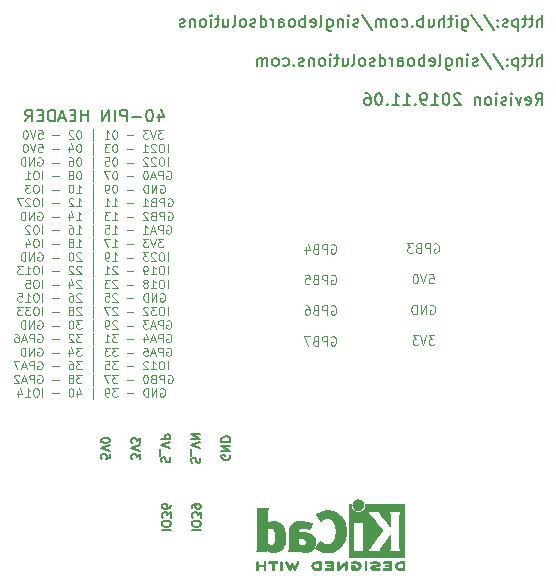
<source format=gbo>
G04 #@! TF.GenerationSoftware,KiCad,Pcbnew,(5.1.0)-1*
G04 #@! TF.CreationDate,2019-11-06T00:15:10-05:00*
G04 #@! TF.ProjectId,ESP32-Pi,45535033-322d-4506-992e-6b696361645f,1.0*
G04 #@! TF.SameCoordinates,Original*
G04 #@! TF.FileFunction,Legend,Bot*
G04 #@! TF.FilePolarity,Positive*
%FSLAX46Y46*%
G04 Gerber Fmt 4.6, Leading zero omitted, Abs format (unit mm)*
G04 Created by KiCad (PCBNEW (5.1.0)-1) date 2019-11-06 00:15:10*
%MOMM*%
%LPD*%
G04 APERTURE LIST*
%ADD10C,0.150000*%
%ADD11C,0.100000*%
%ADD12C,0.010000*%
G04 APERTURE END LIST*
D10*
X183598904Y-64665880D02*
X183598904Y-63665880D01*
X183170333Y-64665880D02*
X183170333Y-64142071D01*
X183217952Y-64046833D01*
X183313190Y-63999214D01*
X183456047Y-63999214D01*
X183551285Y-64046833D01*
X183598904Y-64094452D01*
X182837000Y-63999214D02*
X182456047Y-63999214D01*
X182694142Y-63665880D02*
X182694142Y-64523023D01*
X182646523Y-64618261D01*
X182551285Y-64665880D01*
X182456047Y-64665880D01*
X182265571Y-63999214D02*
X181884619Y-63999214D01*
X182122714Y-63665880D02*
X182122714Y-64523023D01*
X182075095Y-64618261D01*
X181979857Y-64665880D01*
X181884619Y-64665880D01*
X181551285Y-63999214D02*
X181551285Y-64999214D01*
X181551285Y-64046833D02*
X181456047Y-63999214D01*
X181265571Y-63999214D01*
X181170333Y-64046833D01*
X181122714Y-64094452D01*
X181075095Y-64189690D01*
X181075095Y-64475404D01*
X181122714Y-64570642D01*
X181170333Y-64618261D01*
X181265571Y-64665880D01*
X181456047Y-64665880D01*
X181551285Y-64618261D01*
X180694142Y-64618261D02*
X180598904Y-64665880D01*
X180408428Y-64665880D01*
X180313190Y-64618261D01*
X180265571Y-64523023D01*
X180265571Y-64475404D01*
X180313190Y-64380166D01*
X180408428Y-64332547D01*
X180551285Y-64332547D01*
X180646523Y-64284928D01*
X180694142Y-64189690D01*
X180694142Y-64142071D01*
X180646523Y-64046833D01*
X180551285Y-63999214D01*
X180408428Y-63999214D01*
X180313190Y-64046833D01*
X179837000Y-64570642D02*
X179789380Y-64618261D01*
X179837000Y-64665880D01*
X179884619Y-64618261D01*
X179837000Y-64570642D01*
X179837000Y-64665880D01*
X179837000Y-64046833D02*
X179789380Y-64094452D01*
X179837000Y-64142071D01*
X179884619Y-64094452D01*
X179837000Y-64046833D01*
X179837000Y-64142071D01*
X178646523Y-63618261D02*
X179503666Y-64903976D01*
X177598904Y-63618261D02*
X178456047Y-64903976D01*
X176837000Y-63999214D02*
X176837000Y-64808738D01*
X176884619Y-64903976D01*
X176932238Y-64951595D01*
X177027476Y-64999214D01*
X177170333Y-64999214D01*
X177265571Y-64951595D01*
X176837000Y-64618261D02*
X176932238Y-64665880D01*
X177122714Y-64665880D01*
X177217952Y-64618261D01*
X177265571Y-64570642D01*
X177313190Y-64475404D01*
X177313190Y-64189690D01*
X177265571Y-64094452D01*
X177217952Y-64046833D01*
X177122714Y-63999214D01*
X176932238Y-63999214D01*
X176837000Y-64046833D01*
X176360809Y-64665880D02*
X176360809Y-63999214D01*
X176360809Y-63665880D02*
X176408428Y-63713500D01*
X176360809Y-63761119D01*
X176313190Y-63713500D01*
X176360809Y-63665880D01*
X176360809Y-63761119D01*
X176027476Y-63999214D02*
X175646523Y-63999214D01*
X175884619Y-63665880D02*
X175884619Y-64523023D01*
X175837000Y-64618261D01*
X175741761Y-64665880D01*
X175646523Y-64665880D01*
X175313190Y-64665880D02*
X175313190Y-63665880D01*
X174884619Y-64665880D02*
X174884619Y-64142071D01*
X174932238Y-64046833D01*
X175027476Y-63999214D01*
X175170333Y-63999214D01*
X175265571Y-64046833D01*
X175313190Y-64094452D01*
X173979857Y-63999214D02*
X173979857Y-64665880D01*
X174408428Y-63999214D02*
X174408428Y-64523023D01*
X174360809Y-64618261D01*
X174265571Y-64665880D01*
X174122714Y-64665880D01*
X174027476Y-64618261D01*
X173979857Y-64570642D01*
X173503666Y-64665880D02*
X173503666Y-63665880D01*
X173503666Y-64046833D02*
X173408428Y-63999214D01*
X173217952Y-63999214D01*
X173122714Y-64046833D01*
X173075095Y-64094452D01*
X173027476Y-64189690D01*
X173027476Y-64475404D01*
X173075095Y-64570642D01*
X173122714Y-64618261D01*
X173217952Y-64665880D01*
X173408428Y-64665880D01*
X173503666Y-64618261D01*
X172598904Y-64570642D02*
X172551285Y-64618261D01*
X172598904Y-64665880D01*
X172646523Y-64618261D01*
X172598904Y-64570642D01*
X172598904Y-64665880D01*
X171694142Y-64618261D02*
X171789380Y-64665880D01*
X171979857Y-64665880D01*
X172075095Y-64618261D01*
X172122714Y-64570642D01*
X172170333Y-64475404D01*
X172170333Y-64189690D01*
X172122714Y-64094452D01*
X172075095Y-64046833D01*
X171979857Y-63999214D01*
X171789380Y-63999214D01*
X171694142Y-64046833D01*
X171122714Y-64665880D02*
X171217952Y-64618261D01*
X171265571Y-64570642D01*
X171313190Y-64475404D01*
X171313190Y-64189690D01*
X171265571Y-64094452D01*
X171217952Y-64046833D01*
X171122714Y-63999214D01*
X170979857Y-63999214D01*
X170884619Y-64046833D01*
X170837000Y-64094452D01*
X170789380Y-64189690D01*
X170789380Y-64475404D01*
X170837000Y-64570642D01*
X170884619Y-64618261D01*
X170979857Y-64665880D01*
X171122714Y-64665880D01*
X170360809Y-64665880D02*
X170360809Y-63999214D01*
X170360809Y-64094452D02*
X170313190Y-64046833D01*
X170217952Y-63999214D01*
X170075095Y-63999214D01*
X169979857Y-64046833D01*
X169932238Y-64142071D01*
X169932238Y-64665880D01*
X169932238Y-64142071D02*
X169884619Y-64046833D01*
X169789380Y-63999214D01*
X169646523Y-63999214D01*
X169551285Y-64046833D01*
X169503666Y-64142071D01*
X169503666Y-64665880D01*
X168313190Y-63618261D02*
X169170333Y-64903976D01*
X168027476Y-64618261D02*
X167932238Y-64665880D01*
X167741761Y-64665880D01*
X167646523Y-64618261D01*
X167598904Y-64523023D01*
X167598904Y-64475404D01*
X167646523Y-64380166D01*
X167741761Y-64332547D01*
X167884619Y-64332547D01*
X167979857Y-64284928D01*
X168027476Y-64189690D01*
X168027476Y-64142071D01*
X167979857Y-64046833D01*
X167884619Y-63999214D01*
X167741761Y-63999214D01*
X167646523Y-64046833D01*
X167170333Y-64665880D02*
X167170333Y-63999214D01*
X167170333Y-63665880D02*
X167217952Y-63713500D01*
X167170333Y-63761119D01*
X167122714Y-63713500D01*
X167170333Y-63665880D01*
X167170333Y-63761119D01*
X166694142Y-63999214D02*
X166694142Y-64665880D01*
X166694142Y-64094452D02*
X166646523Y-64046833D01*
X166551285Y-63999214D01*
X166408428Y-63999214D01*
X166313190Y-64046833D01*
X166265571Y-64142071D01*
X166265571Y-64665880D01*
X165360809Y-63999214D02*
X165360809Y-64808738D01*
X165408428Y-64903976D01*
X165456047Y-64951595D01*
X165551285Y-64999214D01*
X165694142Y-64999214D01*
X165789380Y-64951595D01*
X165360809Y-64618261D02*
X165456047Y-64665880D01*
X165646523Y-64665880D01*
X165741761Y-64618261D01*
X165789380Y-64570642D01*
X165837000Y-64475404D01*
X165837000Y-64189690D01*
X165789380Y-64094452D01*
X165741761Y-64046833D01*
X165646523Y-63999214D01*
X165456047Y-63999214D01*
X165360809Y-64046833D01*
X164741761Y-64665880D02*
X164837000Y-64618261D01*
X164884619Y-64523023D01*
X164884619Y-63665880D01*
X163979857Y-64618261D02*
X164075095Y-64665880D01*
X164265571Y-64665880D01*
X164360809Y-64618261D01*
X164408428Y-64523023D01*
X164408428Y-64142071D01*
X164360809Y-64046833D01*
X164265571Y-63999214D01*
X164075095Y-63999214D01*
X163979857Y-64046833D01*
X163932238Y-64142071D01*
X163932238Y-64237309D01*
X164408428Y-64332547D01*
X163503666Y-64665880D02*
X163503666Y-63665880D01*
X163503666Y-64046833D02*
X163408428Y-63999214D01*
X163217952Y-63999214D01*
X163122714Y-64046833D01*
X163075095Y-64094452D01*
X163027476Y-64189690D01*
X163027476Y-64475404D01*
X163075095Y-64570642D01*
X163122714Y-64618261D01*
X163217952Y-64665880D01*
X163408428Y-64665880D01*
X163503666Y-64618261D01*
X162456047Y-64665880D02*
X162551285Y-64618261D01*
X162598904Y-64570642D01*
X162646523Y-64475404D01*
X162646523Y-64189690D01*
X162598904Y-64094452D01*
X162551285Y-64046833D01*
X162456047Y-63999214D01*
X162313190Y-63999214D01*
X162217952Y-64046833D01*
X162170333Y-64094452D01*
X162122714Y-64189690D01*
X162122714Y-64475404D01*
X162170333Y-64570642D01*
X162217952Y-64618261D01*
X162313190Y-64665880D01*
X162456047Y-64665880D01*
X161265571Y-64665880D02*
X161265571Y-64142071D01*
X161313190Y-64046833D01*
X161408428Y-63999214D01*
X161598904Y-63999214D01*
X161694142Y-64046833D01*
X161265571Y-64618261D02*
X161360809Y-64665880D01*
X161598904Y-64665880D01*
X161694142Y-64618261D01*
X161741761Y-64523023D01*
X161741761Y-64427785D01*
X161694142Y-64332547D01*
X161598904Y-64284928D01*
X161360809Y-64284928D01*
X161265571Y-64237309D01*
X160789380Y-64665880D02*
X160789380Y-63999214D01*
X160789380Y-64189690D02*
X160741761Y-64094452D01*
X160694142Y-64046833D01*
X160598904Y-63999214D01*
X160503666Y-63999214D01*
X159741761Y-64665880D02*
X159741761Y-63665880D01*
X159741761Y-64618261D02*
X159837000Y-64665880D01*
X160027476Y-64665880D01*
X160122714Y-64618261D01*
X160170333Y-64570642D01*
X160217952Y-64475404D01*
X160217952Y-64189690D01*
X160170333Y-64094452D01*
X160122714Y-64046833D01*
X160027476Y-63999214D01*
X159837000Y-63999214D01*
X159741761Y-64046833D01*
X159313190Y-64618261D02*
X159217952Y-64665880D01*
X159027476Y-64665880D01*
X158932238Y-64618261D01*
X158884619Y-64523023D01*
X158884619Y-64475404D01*
X158932238Y-64380166D01*
X159027476Y-64332547D01*
X159170333Y-64332547D01*
X159265571Y-64284928D01*
X159313190Y-64189690D01*
X159313190Y-64142071D01*
X159265571Y-64046833D01*
X159170333Y-63999214D01*
X159027476Y-63999214D01*
X158932238Y-64046833D01*
X158313190Y-64665880D02*
X158408428Y-64618261D01*
X158456047Y-64570642D01*
X158503666Y-64475404D01*
X158503666Y-64189690D01*
X158456047Y-64094452D01*
X158408428Y-64046833D01*
X158313190Y-63999214D01*
X158170333Y-63999214D01*
X158075095Y-64046833D01*
X158027476Y-64094452D01*
X157979857Y-64189690D01*
X157979857Y-64475404D01*
X158027476Y-64570642D01*
X158075095Y-64618261D01*
X158170333Y-64665880D01*
X158313190Y-64665880D01*
X157408428Y-64665880D02*
X157503666Y-64618261D01*
X157551285Y-64523023D01*
X157551285Y-63665880D01*
X156598904Y-63999214D02*
X156598904Y-64665880D01*
X157027476Y-63999214D02*
X157027476Y-64523023D01*
X156979857Y-64618261D01*
X156884619Y-64665880D01*
X156741761Y-64665880D01*
X156646523Y-64618261D01*
X156598904Y-64570642D01*
X156265571Y-63999214D02*
X155884619Y-63999214D01*
X156122714Y-63665880D02*
X156122714Y-64523023D01*
X156075095Y-64618261D01*
X155979857Y-64665880D01*
X155884619Y-64665880D01*
X155551285Y-64665880D02*
X155551285Y-63999214D01*
X155551285Y-63665880D02*
X155598904Y-63713500D01*
X155551285Y-63761119D01*
X155503666Y-63713500D01*
X155551285Y-63665880D01*
X155551285Y-63761119D01*
X154932238Y-64665880D02*
X155027476Y-64618261D01*
X155075095Y-64570642D01*
X155122714Y-64475404D01*
X155122714Y-64189690D01*
X155075095Y-64094452D01*
X155027476Y-64046833D01*
X154932238Y-63999214D01*
X154789380Y-63999214D01*
X154694142Y-64046833D01*
X154646523Y-64094452D01*
X154598904Y-64189690D01*
X154598904Y-64475404D01*
X154646523Y-64570642D01*
X154694142Y-64618261D01*
X154789380Y-64665880D01*
X154932238Y-64665880D01*
X154170333Y-63999214D02*
X154170333Y-64665880D01*
X154170333Y-64094452D02*
X154122714Y-64046833D01*
X154027476Y-63999214D01*
X153884619Y-63999214D01*
X153789380Y-64046833D01*
X153741761Y-64142071D01*
X153741761Y-64665880D01*
X153313190Y-64618261D02*
X153217952Y-64665880D01*
X153027476Y-64665880D01*
X152932238Y-64618261D01*
X152884619Y-64523023D01*
X152884619Y-64475404D01*
X152932238Y-64380166D01*
X153027476Y-64332547D01*
X153170333Y-64332547D01*
X153265571Y-64284928D01*
X153313190Y-64189690D01*
X153313190Y-64142071D01*
X153265571Y-64046833D01*
X153170333Y-63999214D01*
X153027476Y-63999214D01*
X152932238Y-64046833D01*
X183598904Y-67965880D02*
X183598904Y-66965880D01*
X183170333Y-67965880D02*
X183170333Y-67442071D01*
X183217952Y-67346833D01*
X183313190Y-67299214D01*
X183456047Y-67299214D01*
X183551285Y-67346833D01*
X183598904Y-67394452D01*
X182837000Y-67299214D02*
X182456047Y-67299214D01*
X182694142Y-66965880D02*
X182694142Y-67823023D01*
X182646523Y-67918261D01*
X182551285Y-67965880D01*
X182456047Y-67965880D01*
X182265571Y-67299214D02*
X181884619Y-67299214D01*
X182122714Y-66965880D02*
X182122714Y-67823023D01*
X182075095Y-67918261D01*
X181979857Y-67965880D01*
X181884619Y-67965880D01*
X181551285Y-67299214D02*
X181551285Y-68299214D01*
X181551285Y-67346833D02*
X181456047Y-67299214D01*
X181265571Y-67299214D01*
X181170333Y-67346833D01*
X181122714Y-67394452D01*
X181075095Y-67489690D01*
X181075095Y-67775404D01*
X181122714Y-67870642D01*
X181170333Y-67918261D01*
X181265571Y-67965880D01*
X181456047Y-67965880D01*
X181551285Y-67918261D01*
X180646523Y-67870642D02*
X180598904Y-67918261D01*
X180646523Y-67965880D01*
X180694142Y-67918261D01*
X180646523Y-67870642D01*
X180646523Y-67965880D01*
X180646523Y-67346833D02*
X180598904Y-67394452D01*
X180646523Y-67442071D01*
X180694142Y-67394452D01*
X180646523Y-67346833D01*
X180646523Y-67442071D01*
X179456047Y-66918261D02*
X180313190Y-68203976D01*
X178408428Y-66918261D02*
X179265571Y-68203976D01*
X178122714Y-67918261D02*
X178027476Y-67965880D01*
X177837000Y-67965880D01*
X177741761Y-67918261D01*
X177694142Y-67823023D01*
X177694142Y-67775404D01*
X177741761Y-67680166D01*
X177837000Y-67632547D01*
X177979857Y-67632547D01*
X178075095Y-67584928D01*
X178122714Y-67489690D01*
X178122714Y-67442071D01*
X178075095Y-67346833D01*
X177979857Y-67299214D01*
X177837000Y-67299214D01*
X177741761Y-67346833D01*
X177265571Y-67965880D02*
X177265571Y-67299214D01*
X177265571Y-66965880D02*
X177313190Y-67013500D01*
X177265571Y-67061119D01*
X177217952Y-67013500D01*
X177265571Y-66965880D01*
X177265571Y-67061119D01*
X176789380Y-67299214D02*
X176789380Y-67965880D01*
X176789380Y-67394452D02*
X176741761Y-67346833D01*
X176646523Y-67299214D01*
X176503666Y-67299214D01*
X176408428Y-67346833D01*
X176360809Y-67442071D01*
X176360809Y-67965880D01*
X175456047Y-67299214D02*
X175456047Y-68108738D01*
X175503666Y-68203976D01*
X175551285Y-68251595D01*
X175646523Y-68299214D01*
X175789380Y-68299214D01*
X175884619Y-68251595D01*
X175456047Y-67918261D02*
X175551285Y-67965880D01*
X175741761Y-67965880D01*
X175837000Y-67918261D01*
X175884619Y-67870642D01*
X175932238Y-67775404D01*
X175932238Y-67489690D01*
X175884619Y-67394452D01*
X175837000Y-67346833D01*
X175741761Y-67299214D01*
X175551285Y-67299214D01*
X175456047Y-67346833D01*
X174837000Y-67965880D02*
X174932238Y-67918261D01*
X174979857Y-67823023D01*
X174979857Y-66965880D01*
X174075095Y-67918261D02*
X174170333Y-67965880D01*
X174360809Y-67965880D01*
X174456047Y-67918261D01*
X174503666Y-67823023D01*
X174503666Y-67442071D01*
X174456047Y-67346833D01*
X174360809Y-67299214D01*
X174170333Y-67299214D01*
X174075095Y-67346833D01*
X174027476Y-67442071D01*
X174027476Y-67537309D01*
X174503666Y-67632547D01*
X173598904Y-67965880D02*
X173598904Y-66965880D01*
X173598904Y-67346833D02*
X173503666Y-67299214D01*
X173313190Y-67299214D01*
X173217952Y-67346833D01*
X173170333Y-67394452D01*
X173122714Y-67489690D01*
X173122714Y-67775404D01*
X173170333Y-67870642D01*
X173217952Y-67918261D01*
X173313190Y-67965880D01*
X173503666Y-67965880D01*
X173598904Y-67918261D01*
X172551285Y-67965880D02*
X172646523Y-67918261D01*
X172694142Y-67870642D01*
X172741761Y-67775404D01*
X172741761Y-67489690D01*
X172694142Y-67394452D01*
X172646523Y-67346833D01*
X172551285Y-67299214D01*
X172408428Y-67299214D01*
X172313190Y-67346833D01*
X172265571Y-67394452D01*
X172217952Y-67489690D01*
X172217952Y-67775404D01*
X172265571Y-67870642D01*
X172313190Y-67918261D01*
X172408428Y-67965880D01*
X172551285Y-67965880D01*
X171360809Y-67965880D02*
X171360809Y-67442071D01*
X171408428Y-67346833D01*
X171503666Y-67299214D01*
X171694142Y-67299214D01*
X171789380Y-67346833D01*
X171360809Y-67918261D02*
X171456047Y-67965880D01*
X171694142Y-67965880D01*
X171789380Y-67918261D01*
X171837000Y-67823023D01*
X171837000Y-67727785D01*
X171789380Y-67632547D01*
X171694142Y-67584928D01*
X171456047Y-67584928D01*
X171360809Y-67537309D01*
X170884619Y-67965880D02*
X170884619Y-67299214D01*
X170884619Y-67489690D02*
X170837000Y-67394452D01*
X170789380Y-67346833D01*
X170694142Y-67299214D01*
X170598904Y-67299214D01*
X169837000Y-67965880D02*
X169837000Y-66965880D01*
X169837000Y-67918261D02*
X169932238Y-67965880D01*
X170122714Y-67965880D01*
X170217952Y-67918261D01*
X170265571Y-67870642D01*
X170313190Y-67775404D01*
X170313190Y-67489690D01*
X170265571Y-67394452D01*
X170217952Y-67346833D01*
X170122714Y-67299214D01*
X169932238Y-67299214D01*
X169837000Y-67346833D01*
X169408428Y-67918261D02*
X169313190Y-67965880D01*
X169122714Y-67965880D01*
X169027476Y-67918261D01*
X168979857Y-67823023D01*
X168979857Y-67775404D01*
X169027476Y-67680166D01*
X169122714Y-67632547D01*
X169265571Y-67632547D01*
X169360809Y-67584928D01*
X169408428Y-67489690D01*
X169408428Y-67442071D01*
X169360809Y-67346833D01*
X169265571Y-67299214D01*
X169122714Y-67299214D01*
X169027476Y-67346833D01*
X168408428Y-67965880D02*
X168503666Y-67918261D01*
X168551285Y-67870642D01*
X168598904Y-67775404D01*
X168598904Y-67489690D01*
X168551285Y-67394452D01*
X168503666Y-67346833D01*
X168408428Y-67299214D01*
X168265571Y-67299214D01*
X168170333Y-67346833D01*
X168122714Y-67394452D01*
X168075095Y-67489690D01*
X168075095Y-67775404D01*
X168122714Y-67870642D01*
X168170333Y-67918261D01*
X168265571Y-67965880D01*
X168408428Y-67965880D01*
X167503666Y-67965880D02*
X167598904Y-67918261D01*
X167646523Y-67823023D01*
X167646523Y-66965880D01*
X166694142Y-67299214D02*
X166694142Y-67965880D01*
X167122714Y-67299214D02*
X167122714Y-67823023D01*
X167075095Y-67918261D01*
X166979857Y-67965880D01*
X166837000Y-67965880D01*
X166741761Y-67918261D01*
X166694142Y-67870642D01*
X166360809Y-67299214D02*
X165979857Y-67299214D01*
X166217952Y-66965880D02*
X166217952Y-67823023D01*
X166170333Y-67918261D01*
X166075095Y-67965880D01*
X165979857Y-67965880D01*
X165646523Y-67965880D02*
X165646523Y-67299214D01*
X165646523Y-66965880D02*
X165694142Y-67013500D01*
X165646523Y-67061119D01*
X165598904Y-67013500D01*
X165646523Y-66965880D01*
X165646523Y-67061119D01*
X165027476Y-67965880D02*
X165122714Y-67918261D01*
X165170333Y-67870642D01*
X165217952Y-67775404D01*
X165217952Y-67489690D01*
X165170333Y-67394452D01*
X165122714Y-67346833D01*
X165027476Y-67299214D01*
X164884619Y-67299214D01*
X164789380Y-67346833D01*
X164741761Y-67394452D01*
X164694142Y-67489690D01*
X164694142Y-67775404D01*
X164741761Y-67870642D01*
X164789380Y-67918261D01*
X164884619Y-67965880D01*
X165027476Y-67965880D01*
X164265571Y-67299214D02*
X164265571Y-67965880D01*
X164265571Y-67394452D02*
X164217952Y-67346833D01*
X164122714Y-67299214D01*
X163979857Y-67299214D01*
X163884619Y-67346833D01*
X163837000Y-67442071D01*
X163837000Y-67965880D01*
X163408428Y-67918261D02*
X163313190Y-67965880D01*
X163122714Y-67965880D01*
X163027476Y-67918261D01*
X162979857Y-67823023D01*
X162979857Y-67775404D01*
X163027476Y-67680166D01*
X163122714Y-67632547D01*
X163265571Y-67632547D01*
X163360809Y-67584928D01*
X163408428Y-67489690D01*
X163408428Y-67442071D01*
X163360809Y-67346833D01*
X163265571Y-67299214D01*
X163122714Y-67299214D01*
X163027476Y-67346833D01*
X162551285Y-67870642D02*
X162503666Y-67918261D01*
X162551285Y-67965880D01*
X162598904Y-67918261D01*
X162551285Y-67870642D01*
X162551285Y-67965880D01*
X161646523Y-67918261D02*
X161741761Y-67965880D01*
X161932238Y-67965880D01*
X162027476Y-67918261D01*
X162075095Y-67870642D01*
X162122714Y-67775404D01*
X162122714Y-67489690D01*
X162075095Y-67394452D01*
X162027476Y-67346833D01*
X161932238Y-67299214D01*
X161741761Y-67299214D01*
X161646523Y-67346833D01*
X161075095Y-67965880D02*
X161170333Y-67918261D01*
X161217952Y-67870642D01*
X161265571Y-67775404D01*
X161265571Y-67489690D01*
X161217952Y-67394452D01*
X161170333Y-67346833D01*
X161075095Y-67299214D01*
X160932238Y-67299214D01*
X160837000Y-67346833D01*
X160789380Y-67394452D01*
X160741761Y-67489690D01*
X160741761Y-67775404D01*
X160789380Y-67870642D01*
X160837000Y-67918261D01*
X160932238Y-67965880D01*
X161075095Y-67965880D01*
X160313190Y-67965880D02*
X160313190Y-67299214D01*
X160313190Y-67394452D02*
X160265571Y-67346833D01*
X160170333Y-67299214D01*
X160027476Y-67299214D01*
X159932238Y-67346833D01*
X159884619Y-67442071D01*
X159884619Y-67965880D01*
X159884619Y-67442071D02*
X159837000Y-67346833D01*
X159741761Y-67299214D01*
X159598904Y-67299214D01*
X159503666Y-67346833D01*
X159456047Y-67442071D01*
X159456047Y-67965880D01*
X183027476Y-71265880D02*
X183360809Y-70789690D01*
X183598904Y-71265880D02*
X183598904Y-70265880D01*
X183217952Y-70265880D01*
X183122714Y-70313500D01*
X183075095Y-70361119D01*
X183027476Y-70456357D01*
X183027476Y-70599214D01*
X183075095Y-70694452D01*
X183122714Y-70742071D01*
X183217952Y-70789690D01*
X183598904Y-70789690D01*
X182217952Y-71218261D02*
X182313190Y-71265880D01*
X182503666Y-71265880D01*
X182598904Y-71218261D01*
X182646523Y-71123023D01*
X182646523Y-70742071D01*
X182598904Y-70646833D01*
X182503666Y-70599214D01*
X182313190Y-70599214D01*
X182217952Y-70646833D01*
X182170333Y-70742071D01*
X182170333Y-70837309D01*
X182646523Y-70932547D01*
X181837000Y-70599214D02*
X181598904Y-71265880D01*
X181360809Y-70599214D01*
X180979857Y-71265880D02*
X180979857Y-70599214D01*
X180979857Y-70265880D02*
X181027476Y-70313500D01*
X180979857Y-70361119D01*
X180932238Y-70313500D01*
X180979857Y-70265880D01*
X180979857Y-70361119D01*
X180551285Y-71218261D02*
X180456047Y-71265880D01*
X180265571Y-71265880D01*
X180170333Y-71218261D01*
X180122714Y-71123023D01*
X180122714Y-71075404D01*
X180170333Y-70980166D01*
X180265571Y-70932547D01*
X180408428Y-70932547D01*
X180503666Y-70884928D01*
X180551285Y-70789690D01*
X180551285Y-70742071D01*
X180503666Y-70646833D01*
X180408428Y-70599214D01*
X180265571Y-70599214D01*
X180170333Y-70646833D01*
X179694142Y-71265880D02*
X179694142Y-70599214D01*
X179694142Y-70265880D02*
X179741761Y-70313500D01*
X179694142Y-70361119D01*
X179646523Y-70313500D01*
X179694142Y-70265880D01*
X179694142Y-70361119D01*
X179075095Y-71265880D02*
X179170333Y-71218261D01*
X179217952Y-71170642D01*
X179265571Y-71075404D01*
X179265571Y-70789690D01*
X179217952Y-70694452D01*
X179170333Y-70646833D01*
X179075095Y-70599214D01*
X178932238Y-70599214D01*
X178837000Y-70646833D01*
X178789380Y-70694452D01*
X178741761Y-70789690D01*
X178741761Y-71075404D01*
X178789380Y-71170642D01*
X178837000Y-71218261D01*
X178932238Y-71265880D01*
X179075095Y-71265880D01*
X178313190Y-70599214D02*
X178313190Y-71265880D01*
X178313190Y-70694452D02*
X178265571Y-70646833D01*
X178170333Y-70599214D01*
X178027476Y-70599214D01*
X177932238Y-70646833D01*
X177884619Y-70742071D01*
X177884619Y-71265880D01*
X176694142Y-70361119D02*
X176646523Y-70313500D01*
X176551285Y-70265880D01*
X176313190Y-70265880D01*
X176217952Y-70313500D01*
X176170333Y-70361119D01*
X176122714Y-70456357D01*
X176122714Y-70551595D01*
X176170333Y-70694452D01*
X176741761Y-71265880D01*
X176122714Y-71265880D01*
X175503666Y-70265880D02*
X175408428Y-70265880D01*
X175313190Y-70313500D01*
X175265571Y-70361119D01*
X175217952Y-70456357D01*
X175170333Y-70646833D01*
X175170333Y-70884928D01*
X175217952Y-71075404D01*
X175265571Y-71170642D01*
X175313190Y-71218261D01*
X175408428Y-71265880D01*
X175503666Y-71265880D01*
X175598904Y-71218261D01*
X175646523Y-71170642D01*
X175694142Y-71075404D01*
X175741761Y-70884928D01*
X175741761Y-70646833D01*
X175694142Y-70456357D01*
X175646523Y-70361119D01*
X175598904Y-70313500D01*
X175503666Y-70265880D01*
X174217952Y-71265880D02*
X174789380Y-71265880D01*
X174503666Y-71265880D02*
X174503666Y-70265880D01*
X174598904Y-70408738D01*
X174694142Y-70503976D01*
X174789380Y-70551595D01*
X173741761Y-71265880D02*
X173551285Y-71265880D01*
X173456047Y-71218261D01*
X173408428Y-71170642D01*
X173313190Y-71027785D01*
X173265571Y-70837309D01*
X173265571Y-70456357D01*
X173313190Y-70361119D01*
X173360809Y-70313500D01*
X173456047Y-70265880D01*
X173646523Y-70265880D01*
X173741761Y-70313500D01*
X173789380Y-70361119D01*
X173837000Y-70456357D01*
X173837000Y-70694452D01*
X173789380Y-70789690D01*
X173741761Y-70837309D01*
X173646523Y-70884928D01*
X173456047Y-70884928D01*
X173360809Y-70837309D01*
X173313190Y-70789690D01*
X173265571Y-70694452D01*
X172837000Y-71170642D02*
X172789380Y-71218261D01*
X172837000Y-71265880D01*
X172884619Y-71218261D01*
X172837000Y-71170642D01*
X172837000Y-71265880D01*
X171837000Y-71265880D02*
X172408428Y-71265880D01*
X172122714Y-71265880D02*
X172122714Y-70265880D01*
X172217952Y-70408738D01*
X172313190Y-70503976D01*
X172408428Y-70551595D01*
X170884619Y-71265880D02*
X171456047Y-71265880D01*
X171170333Y-71265880D02*
X171170333Y-70265880D01*
X171265571Y-70408738D01*
X171360809Y-70503976D01*
X171456047Y-70551595D01*
X170456047Y-71170642D02*
X170408428Y-71218261D01*
X170456047Y-71265880D01*
X170503666Y-71218261D01*
X170456047Y-71170642D01*
X170456047Y-71265880D01*
X169789380Y-70265880D02*
X169694142Y-70265880D01*
X169598904Y-70313500D01*
X169551285Y-70361119D01*
X169503666Y-70456357D01*
X169456047Y-70646833D01*
X169456047Y-70884928D01*
X169503666Y-71075404D01*
X169551285Y-71170642D01*
X169598904Y-71218261D01*
X169694142Y-71265880D01*
X169789380Y-71265880D01*
X169884619Y-71218261D01*
X169932238Y-71170642D01*
X169979857Y-71075404D01*
X170027476Y-70884928D01*
X170027476Y-70646833D01*
X169979857Y-70456357D01*
X169932238Y-70361119D01*
X169884619Y-70313500D01*
X169789380Y-70265880D01*
X168598904Y-70265880D02*
X168789380Y-70265880D01*
X168884619Y-70313500D01*
X168932238Y-70361119D01*
X169027476Y-70503976D01*
X169075095Y-70694452D01*
X169075095Y-71075404D01*
X169027476Y-71170642D01*
X168979857Y-71218261D01*
X168884619Y-71265880D01*
X168694142Y-71265880D01*
X168598904Y-71218261D01*
X168551285Y-71170642D01*
X168503666Y-71075404D01*
X168503666Y-70837309D01*
X168551285Y-70742071D01*
X168598904Y-70694452D01*
X168694142Y-70646833D01*
X168884619Y-70646833D01*
X168979857Y-70694452D01*
X169027476Y-70742071D01*
X169075095Y-70837309D01*
X153945714Y-107292142D02*
X154695714Y-107292142D01*
X154695714Y-106792142D02*
X154695714Y-106649285D01*
X154660000Y-106577857D01*
X154588571Y-106506428D01*
X154445714Y-106470714D01*
X154195714Y-106470714D01*
X154052857Y-106506428D01*
X153981428Y-106577857D01*
X153945714Y-106649285D01*
X153945714Y-106792142D01*
X153981428Y-106863571D01*
X154052857Y-106935000D01*
X154195714Y-106970714D01*
X154445714Y-106970714D01*
X154588571Y-106935000D01*
X154660000Y-106863571D01*
X154695714Y-106792142D01*
X154695714Y-106220714D02*
X154695714Y-105756428D01*
X154410000Y-106006428D01*
X154410000Y-105899285D01*
X154374285Y-105827857D01*
X154338571Y-105792142D01*
X154267142Y-105756428D01*
X154088571Y-105756428D01*
X154017142Y-105792142D01*
X153981428Y-105827857D01*
X153945714Y-105899285D01*
X153945714Y-106113571D01*
X153981428Y-106185000D01*
X154017142Y-106220714D01*
X153945714Y-105399285D02*
X153945714Y-105256428D01*
X153981428Y-105185000D01*
X154017142Y-105149285D01*
X154124285Y-105077857D01*
X154267142Y-105042142D01*
X154552857Y-105042142D01*
X154624285Y-105077857D01*
X154660000Y-105113571D01*
X154695714Y-105185000D01*
X154695714Y-105327857D01*
X154660000Y-105399285D01*
X154624285Y-105435000D01*
X154552857Y-105470714D01*
X154374285Y-105470714D01*
X154302857Y-105435000D01*
X154267142Y-105399285D01*
X154231428Y-105327857D01*
X154231428Y-105185000D01*
X154267142Y-105113571D01*
X154302857Y-105077857D01*
X154374285Y-105042142D01*
X151395714Y-107292142D02*
X152145714Y-107292142D01*
X152145714Y-106792142D02*
X152145714Y-106649285D01*
X152110000Y-106577857D01*
X152038571Y-106506428D01*
X151895714Y-106470714D01*
X151645714Y-106470714D01*
X151502857Y-106506428D01*
X151431428Y-106577857D01*
X151395714Y-106649285D01*
X151395714Y-106792142D01*
X151431428Y-106863571D01*
X151502857Y-106935000D01*
X151645714Y-106970714D01*
X151895714Y-106970714D01*
X152038571Y-106935000D01*
X152110000Y-106863571D01*
X152145714Y-106792142D01*
X152145714Y-106220714D02*
X152145714Y-105756428D01*
X151860000Y-106006428D01*
X151860000Y-105899285D01*
X151824285Y-105827857D01*
X151788571Y-105792142D01*
X151717142Y-105756428D01*
X151538571Y-105756428D01*
X151467142Y-105792142D01*
X151431428Y-105827857D01*
X151395714Y-105899285D01*
X151395714Y-106113571D01*
X151431428Y-106185000D01*
X151467142Y-106220714D01*
X152145714Y-105113571D02*
X152145714Y-105256428D01*
X152110000Y-105327857D01*
X152074285Y-105363571D01*
X151967142Y-105435000D01*
X151824285Y-105470714D01*
X151538571Y-105470714D01*
X151467142Y-105435000D01*
X151431428Y-105399285D01*
X151395714Y-105327857D01*
X151395714Y-105185000D01*
X151431428Y-105113571D01*
X151467142Y-105077857D01*
X151538571Y-105042142D01*
X151717142Y-105042142D01*
X151788571Y-105077857D01*
X151824285Y-105113571D01*
X151860000Y-105185000D01*
X151860000Y-105327857D01*
X151824285Y-105399285D01*
X151788571Y-105435000D01*
X151717142Y-105470714D01*
X151112261Y-71998214D02*
X151112261Y-72664880D01*
X151350357Y-71617261D02*
X151588452Y-72331547D01*
X150969404Y-72331547D01*
X150397976Y-71664880D02*
X150302738Y-71664880D01*
X150207500Y-71712500D01*
X150159880Y-71760119D01*
X150112261Y-71855357D01*
X150064642Y-72045833D01*
X150064642Y-72283928D01*
X150112261Y-72474404D01*
X150159880Y-72569642D01*
X150207500Y-72617261D01*
X150302738Y-72664880D01*
X150397976Y-72664880D01*
X150493214Y-72617261D01*
X150540833Y-72569642D01*
X150588452Y-72474404D01*
X150636071Y-72283928D01*
X150636071Y-72045833D01*
X150588452Y-71855357D01*
X150540833Y-71760119D01*
X150493214Y-71712500D01*
X150397976Y-71664880D01*
X149636071Y-72283928D02*
X148874166Y-72283928D01*
X148397976Y-72664880D02*
X148397976Y-71664880D01*
X148017023Y-71664880D01*
X147921785Y-71712500D01*
X147874166Y-71760119D01*
X147826547Y-71855357D01*
X147826547Y-71998214D01*
X147874166Y-72093452D01*
X147921785Y-72141071D01*
X148017023Y-72188690D01*
X148397976Y-72188690D01*
X147397976Y-72664880D02*
X147397976Y-71664880D01*
X146921785Y-72664880D02*
X146921785Y-71664880D01*
X146350357Y-72664880D01*
X146350357Y-71664880D01*
X145112261Y-72664880D02*
X145112261Y-71664880D01*
X145112261Y-72141071D02*
X144540833Y-72141071D01*
X144540833Y-72664880D02*
X144540833Y-71664880D01*
X144064642Y-72141071D02*
X143731309Y-72141071D01*
X143588452Y-72664880D02*
X144064642Y-72664880D01*
X144064642Y-71664880D01*
X143588452Y-71664880D01*
X143207500Y-72379166D02*
X142731309Y-72379166D01*
X143302738Y-72664880D02*
X142969404Y-71664880D01*
X142636071Y-72664880D01*
X142302738Y-72664880D02*
X142302738Y-71664880D01*
X142064642Y-71664880D01*
X141921785Y-71712500D01*
X141826547Y-71807738D01*
X141778928Y-71902976D01*
X141731309Y-72093452D01*
X141731309Y-72236309D01*
X141778928Y-72426785D01*
X141826547Y-72522023D01*
X141921785Y-72617261D01*
X142064642Y-72664880D01*
X142302738Y-72664880D01*
X141302738Y-72141071D02*
X140969404Y-72141071D01*
X140826547Y-72664880D02*
X141302738Y-72664880D01*
X141302738Y-71664880D01*
X140826547Y-71664880D01*
X139826547Y-72664880D02*
X140159880Y-72188690D01*
X140397976Y-72664880D02*
X140397976Y-71664880D01*
X140017023Y-71664880D01*
X139921785Y-71712500D01*
X139874166Y-71760119D01*
X139826547Y-71855357D01*
X139826547Y-71998214D01*
X139874166Y-72093452D01*
X139921785Y-72141071D01*
X140017023Y-72188690D01*
X140397976Y-72188690D01*
D11*
X144390000Y-73413666D02*
X144323333Y-73413666D01*
X144256666Y-73447000D01*
X144223333Y-73480333D01*
X144190000Y-73547000D01*
X144156666Y-73680333D01*
X144156666Y-73847000D01*
X144190000Y-73980333D01*
X144223333Y-74047000D01*
X144256666Y-74080333D01*
X144323333Y-74113666D01*
X144390000Y-74113666D01*
X144456666Y-74080333D01*
X144490000Y-74047000D01*
X144523333Y-73980333D01*
X144556666Y-73847000D01*
X144556666Y-73680333D01*
X144523333Y-73547000D01*
X144490000Y-73480333D01*
X144456666Y-73447000D01*
X144390000Y-73413666D01*
X143890000Y-73480333D02*
X143856666Y-73447000D01*
X143790000Y-73413666D01*
X143623333Y-73413666D01*
X143556666Y-73447000D01*
X143523333Y-73480333D01*
X143490000Y-73547000D01*
X143490000Y-73613666D01*
X143523333Y-73713666D01*
X143923333Y-74113666D01*
X143490000Y-74113666D01*
X142656666Y-73847000D02*
X142123333Y-73847000D01*
X140923333Y-73413666D02*
X141256666Y-73413666D01*
X141290000Y-73747000D01*
X141256666Y-73713666D01*
X141190000Y-73680333D01*
X141023333Y-73680333D01*
X140956666Y-73713666D01*
X140923333Y-73747000D01*
X140890000Y-73813666D01*
X140890000Y-73980333D01*
X140923333Y-74047000D01*
X140956666Y-74080333D01*
X141023333Y-74113666D01*
X141190000Y-74113666D01*
X141256666Y-74080333D01*
X141290000Y-74047000D01*
X140690000Y-73413666D02*
X140456666Y-74113666D01*
X140223333Y-73413666D01*
X139856666Y-73413666D02*
X139790000Y-73413666D01*
X139723333Y-73447000D01*
X139690000Y-73480333D01*
X139656666Y-73547000D01*
X139623333Y-73680333D01*
X139623333Y-73847000D01*
X139656666Y-73980333D01*
X139690000Y-74047000D01*
X139723333Y-74080333D01*
X139790000Y-74113666D01*
X139856666Y-74113666D01*
X139923333Y-74080333D01*
X139956666Y-74047000D01*
X139990000Y-73980333D01*
X140023333Y-73847000D01*
X140023333Y-73680333D01*
X139990000Y-73547000D01*
X139956666Y-73480333D01*
X139923333Y-73447000D01*
X139856666Y-73413666D01*
X144390000Y-74563666D02*
X144323333Y-74563666D01*
X144256666Y-74597000D01*
X144223333Y-74630333D01*
X144190000Y-74697000D01*
X144156666Y-74830333D01*
X144156666Y-74997000D01*
X144190000Y-75130333D01*
X144223333Y-75197000D01*
X144256666Y-75230333D01*
X144323333Y-75263666D01*
X144390000Y-75263666D01*
X144456666Y-75230333D01*
X144490000Y-75197000D01*
X144523333Y-75130333D01*
X144556666Y-74997000D01*
X144556666Y-74830333D01*
X144523333Y-74697000D01*
X144490000Y-74630333D01*
X144456666Y-74597000D01*
X144390000Y-74563666D01*
X143556666Y-74797000D02*
X143556666Y-75263666D01*
X143723333Y-74530333D02*
X143890000Y-75030333D01*
X143456666Y-75030333D01*
X142656666Y-74997000D02*
X142123333Y-74997000D01*
X140923333Y-74563666D02*
X141256666Y-74563666D01*
X141290000Y-74897000D01*
X141256666Y-74863666D01*
X141190000Y-74830333D01*
X141023333Y-74830333D01*
X140956666Y-74863666D01*
X140923333Y-74897000D01*
X140890000Y-74963666D01*
X140890000Y-75130333D01*
X140923333Y-75197000D01*
X140956666Y-75230333D01*
X141023333Y-75263666D01*
X141190000Y-75263666D01*
X141256666Y-75230333D01*
X141290000Y-75197000D01*
X140690000Y-74563666D02*
X140456666Y-75263666D01*
X140223333Y-74563666D01*
X139856666Y-74563666D02*
X139790000Y-74563666D01*
X139723333Y-74597000D01*
X139690000Y-74630333D01*
X139656666Y-74697000D01*
X139623333Y-74830333D01*
X139623333Y-74997000D01*
X139656666Y-75130333D01*
X139690000Y-75197000D01*
X139723333Y-75230333D01*
X139790000Y-75263666D01*
X139856666Y-75263666D01*
X139923333Y-75230333D01*
X139956666Y-75197000D01*
X139990000Y-75130333D01*
X140023333Y-74997000D01*
X140023333Y-74830333D01*
X139990000Y-74697000D01*
X139956666Y-74630333D01*
X139923333Y-74597000D01*
X139856666Y-74563666D01*
X144390000Y-75713666D02*
X144323333Y-75713666D01*
X144256666Y-75747000D01*
X144223333Y-75780333D01*
X144190000Y-75847000D01*
X144156666Y-75980333D01*
X144156666Y-76147000D01*
X144190000Y-76280333D01*
X144223333Y-76347000D01*
X144256666Y-76380333D01*
X144323333Y-76413666D01*
X144390000Y-76413666D01*
X144456666Y-76380333D01*
X144490000Y-76347000D01*
X144523333Y-76280333D01*
X144556666Y-76147000D01*
X144556666Y-75980333D01*
X144523333Y-75847000D01*
X144490000Y-75780333D01*
X144456666Y-75747000D01*
X144390000Y-75713666D01*
X143556666Y-75713666D02*
X143690000Y-75713666D01*
X143756666Y-75747000D01*
X143790000Y-75780333D01*
X143856666Y-75880333D01*
X143890000Y-76013666D01*
X143890000Y-76280333D01*
X143856666Y-76347000D01*
X143823333Y-76380333D01*
X143756666Y-76413666D01*
X143623333Y-76413666D01*
X143556666Y-76380333D01*
X143523333Y-76347000D01*
X143490000Y-76280333D01*
X143490000Y-76113666D01*
X143523333Y-76047000D01*
X143556666Y-76013666D01*
X143623333Y-75980333D01*
X143756666Y-75980333D01*
X143823333Y-76013666D01*
X143856666Y-76047000D01*
X143890000Y-76113666D01*
X142656666Y-76147000D02*
X142123333Y-76147000D01*
X140890000Y-75747000D02*
X140956666Y-75713666D01*
X141056666Y-75713666D01*
X141156666Y-75747000D01*
X141223333Y-75813666D01*
X141256666Y-75880333D01*
X141290000Y-76013666D01*
X141290000Y-76113666D01*
X141256666Y-76247000D01*
X141223333Y-76313666D01*
X141156666Y-76380333D01*
X141056666Y-76413666D01*
X140990000Y-76413666D01*
X140890000Y-76380333D01*
X140856666Y-76347000D01*
X140856666Y-76113666D01*
X140990000Y-76113666D01*
X140556666Y-76413666D02*
X140556666Y-75713666D01*
X140156666Y-76413666D01*
X140156666Y-75713666D01*
X139823333Y-76413666D02*
X139823333Y-75713666D01*
X139656666Y-75713666D01*
X139556666Y-75747000D01*
X139490000Y-75813666D01*
X139456666Y-75880333D01*
X139423333Y-76013666D01*
X139423333Y-76113666D01*
X139456666Y-76247000D01*
X139490000Y-76313666D01*
X139556666Y-76380333D01*
X139656666Y-76413666D01*
X139823333Y-76413666D01*
X144390000Y-76863666D02*
X144323333Y-76863666D01*
X144256666Y-76897000D01*
X144223333Y-76930333D01*
X144190000Y-76997000D01*
X144156666Y-77130333D01*
X144156666Y-77297000D01*
X144190000Y-77430333D01*
X144223333Y-77497000D01*
X144256666Y-77530333D01*
X144323333Y-77563666D01*
X144390000Y-77563666D01*
X144456666Y-77530333D01*
X144490000Y-77497000D01*
X144523333Y-77430333D01*
X144556666Y-77297000D01*
X144556666Y-77130333D01*
X144523333Y-76997000D01*
X144490000Y-76930333D01*
X144456666Y-76897000D01*
X144390000Y-76863666D01*
X143756666Y-77163666D02*
X143823333Y-77130333D01*
X143856666Y-77097000D01*
X143890000Y-77030333D01*
X143890000Y-76997000D01*
X143856666Y-76930333D01*
X143823333Y-76897000D01*
X143756666Y-76863666D01*
X143623333Y-76863666D01*
X143556666Y-76897000D01*
X143523333Y-76930333D01*
X143490000Y-76997000D01*
X143490000Y-77030333D01*
X143523333Y-77097000D01*
X143556666Y-77130333D01*
X143623333Y-77163666D01*
X143756666Y-77163666D01*
X143823333Y-77197000D01*
X143856666Y-77230333D01*
X143890000Y-77297000D01*
X143890000Y-77430333D01*
X143856666Y-77497000D01*
X143823333Y-77530333D01*
X143756666Y-77563666D01*
X143623333Y-77563666D01*
X143556666Y-77530333D01*
X143523333Y-77497000D01*
X143490000Y-77430333D01*
X143490000Y-77297000D01*
X143523333Y-77230333D01*
X143556666Y-77197000D01*
X143623333Y-77163666D01*
X142656666Y-77297000D02*
X142123333Y-77297000D01*
X141256666Y-77563666D02*
X141256666Y-76863666D01*
X140790000Y-76863666D02*
X140656666Y-76863666D01*
X140590000Y-76897000D01*
X140523333Y-76963666D01*
X140490000Y-77097000D01*
X140490000Y-77330333D01*
X140523333Y-77463666D01*
X140590000Y-77530333D01*
X140656666Y-77563666D01*
X140790000Y-77563666D01*
X140856666Y-77530333D01*
X140923333Y-77463666D01*
X140956666Y-77330333D01*
X140956666Y-77097000D01*
X140923333Y-76963666D01*
X140856666Y-76897000D01*
X140790000Y-76863666D01*
X139823333Y-77563666D02*
X140223333Y-77563666D01*
X140023333Y-77563666D02*
X140023333Y-76863666D01*
X140090000Y-76963666D01*
X140156666Y-77030333D01*
X140223333Y-77063666D01*
X144156666Y-78713666D02*
X144556666Y-78713666D01*
X144356666Y-78713666D02*
X144356666Y-78013666D01*
X144423333Y-78113666D01*
X144490000Y-78180333D01*
X144556666Y-78213666D01*
X143723333Y-78013666D02*
X143656666Y-78013666D01*
X143590000Y-78047000D01*
X143556666Y-78080333D01*
X143523333Y-78147000D01*
X143490000Y-78280333D01*
X143490000Y-78447000D01*
X143523333Y-78580333D01*
X143556666Y-78647000D01*
X143590000Y-78680333D01*
X143656666Y-78713666D01*
X143723333Y-78713666D01*
X143790000Y-78680333D01*
X143823333Y-78647000D01*
X143856666Y-78580333D01*
X143890000Y-78447000D01*
X143890000Y-78280333D01*
X143856666Y-78147000D01*
X143823333Y-78080333D01*
X143790000Y-78047000D01*
X143723333Y-78013666D01*
X142656666Y-78447000D02*
X142123333Y-78447000D01*
X141256666Y-78713666D02*
X141256666Y-78013666D01*
X140790000Y-78013666D02*
X140656666Y-78013666D01*
X140590000Y-78047000D01*
X140523333Y-78113666D01*
X140490000Y-78247000D01*
X140490000Y-78480333D01*
X140523333Y-78613666D01*
X140590000Y-78680333D01*
X140656666Y-78713666D01*
X140790000Y-78713666D01*
X140856666Y-78680333D01*
X140923333Y-78613666D01*
X140956666Y-78480333D01*
X140956666Y-78247000D01*
X140923333Y-78113666D01*
X140856666Y-78047000D01*
X140790000Y-78013666D01*
X140256666Y-78013666D02*
X139823333Y-78013666D01*
X140056666Y-78280333D01*
X139956666Y-78280333D01*
X139890000Y-78313666D01*
X139856666Y-78347000D01*
X139823333Y-78413666D01*
X139823333Y-78580333D01*
X139856666Y-78647000D01*
X139890000Y-78680333D01*
X139956666Y-78713666D01*
X140156666Y-78713666D01*
X140223333Y-78680333D01*
X140256666Y-78647000D01*
X144156666Y-79863666D02*
X144556666Y-79863666D01*
X144356666Y-79863666D02*
X144356666Y-79163666D01*
X144423333Y-79263666D01*
X144490000Y-79330333D01*
X144556666Y-79363666D01*
X143890000Y-79230333D02*
X143856666Y-79197000D01*
X143790000Y-79163666D01*
X143623333Y-79163666D01*
X143556666Y-79197000D01*
X143523333Y-79230333D01*
X143490000Y-79297000D01*
X143490000Y-79363666D01*
X143523333Y-79463666D01*
X143923333Y-79863666D01*
X143490000Y-79863666D01*
X142656666Y-79597000D02*
X142123333Y-79597000D01*
X141256666Y-79863666D02*
X141256666Y-79163666D01*
X140790000Y-79163666D02*
X140656666Y-79163666D01*
X140590000Y-79197000D01*
X140523333Y-79263666D01*
X140490000Y-79397000D01*
X140490000Y-79630333D01*
X140523333Y-79763666D01*
X140590000Y-79830333D01*
X140656666Y-79863666D01*
X140790000Y-79863666D01*
X140856666Y-79830333D01*
X140923333Y-79763666D01*
X140956666Y-79630333D01*
X140956666Y-79397000D01*
X140923333Y-79263666D01*
X140856666Y-79197000D01*
X140790000Y-79163666D01*
X140223333Y-79230333D02*
X140190000Y-79197000D01*
X140123333Y-79163666D01*
X139956666Y-79163666D01*
X139890000Y-79197000D01*
X139856666Y-79230333D01*
X139823333Y-79297000D01*
X139823333Y-79363666D01*
X139856666Y-79463666D01*
X140256666Y-79863666D01*
X139823333Y-79863666D01*
X139590000Y-79163666D02*
X139123333Y-79163666D01*
X139423333Y-79863666D01*
X144156666Y-81013666D02*
X144556666Y-81013666D01*
X144356666Y-81013666D02*
X144356666Y-80313666D01*
X144423333Y-80413666D01*
X144490000Y-80480333D01*
X144556666Y-80513666D01*
X143556666Y-80547000D02*
X143556666Y-81013666D01*
X143723333Y-80280333D02*
X143890000Y-80780333D01*
X143456666Y-80780333D01*
X142656666Y-80747000D02*
X142123333Y-80747000D01*
X140890000Y-80347000D02*
X140956666Y-80313666D01*
X141056666Y-80313666D01*
X141156666Y-80347000D01*
X141223333Y-80413666D01*
X141256666Y-80480333D01*
X141290000Y-80613666D01*
X141290000Y-80713666D01*
X141256666Y-80847000D01*
X141223333Y-80913666D01*
X141156666Y-80980333D01*
X141056666Y-81013666D01*
X140990000Y-81013666D01*
X140890000Y-80980333D01*
X140856666Y-80947000D01*
X140856666Y-80713666D01*
X140990000Y-80713666D01*
X140556666Y-81013666D02*
X140556666Y-80313666D01*
X140156666Y-81013666D01*
X140156666Y-80313666D01*
X139823333Y-81013666D02*
X139823333Y-80313666D01*
X139656666Y-80313666D01*
X139556666Y-80347000D01*
X139490000Y-80413666D01*
X139456666Y-80480333D01*
X139423333Y-80613666D01*
X139423333Y-80713666D01*
X139456666Y-80847000D01*
X139490000Y-80913666D01*
X139556666Y-80980333D01*
X139656666Y-81013666D01*
X139823333Y-81013666D01*
X144156666Y-82163666D02*
X144556666Y-82163666D01*
X144356666Y-82163666D02*
X144356666Y-81463666D01*
X144423333Y-81563666D01*
X144490000Y-81630333D01*
X144556666Y-81663666D01*
X143556666Y-81463666D02*
X143690000Y-81463666D01*
X143756666Y-81497000D01*
X143790000Y-81530333D01*
X143856666Y-81630333D01*
X143890000Y-81763666D01*
X143890000Y-82030333D01*
X143856666Y-82097000D01*
X143823333Y-82130333D01*
X143756666Y-82163666D01*
X143623333Y-82163666D01*
X143556666Y-82130333D01*
X143523333Y-82097000D01*
X143490000Y-82030333D01*
X143490000Y-81863666D01*
X143523333Y-81797000D01*
X143556666Y-81763666D01*
X143623333Y-81730333D01*
X143756666Y-81730333D01*
X143823333Y-81763666D01*
X143856666Y-81797000D01*
X143890000Y-81863666D01*
X142656666Y-81897000D02*
X142123333Y-81897000D01*
X141256666Y-82163666D02*
X141256666Y-81463666D01*
X140790000Y-81463666D02*
X140656666Y-81463666D01*
X140590000Y-81497000D01*
X140523333Y-81563666D01*
X140490000Y-81697000D01*
X140490000Y-81930333D01*
X140523333Y-82063666D01*
X140590000Y-82130333D01*
X140656666Y-82163666D01*
X140790000Y-82163666D01*
X140856666Y-82130333D01*
X140923333Y-82063666D01*
X140956666Y-81930333D01*
X140956666Y-81697000D01*
X140923333Y-81563666D01*
X140856666Y-81497000D01*
X140790000Y-81463666D01*
X140223333Y-81530333D02*
X140190000Y-81497000D01*
X140123333Y-81463666D01*
X139956666Y-81463666D01*
X139890000Y-81497000D01*
X139856666Y-81530333D01*
X139823333Y-81597000D01*
X139823333Y-81663666D01*
X139856666Y-81763666D01*
X140256666Y-82163666D01*
X139823333Y-82163666D01*
X144156666Y-83313666D02*
X144556666Y-83313666D01*
X144356666Y-83313666D02*
X144356666Y-82613666D01*
X144423333Y-82713666D01*
X144490000Y-82780333D01*
X144556666Y-82813666D01*
X143756666Y-82913666D02*
X143823333Y-82880333D01*
X143856666Y-82847000D01*
X143890000Y-82780333D01*
X143890000Y-82747000D01*
X143856666Y-82680333D01*
X143823333Y-82647000D01*
X143756666Y-82613666D01*
X143623333Y-82613666D01*
X143556666Y-82647000D01*
X143523333Y-82680333D01*
X143490000Y-82747000D01*
X143490000Y-82780333D01*
X143523333Y-82847000D01*
X143556666Y-82880333D01*
X143623333Y-82913666D01*
X143756666Y-82913666D01*
X143823333Y-82947000D01*
X143856666Y-82980333D01*
X143890000Y-83047000D01*
X143890000Y-83180333D01*
X143856666Y-83247000D01*
X143823333Y-83280333D01*
X143756666Y-83313666D01*
X143623333Y-83313666D01*
X143556666Y-83280333D01*
X143523333Y-83247000D01*
X143490000Y-83180333D01*
X143490000Y-83047000D01*
X143523333Y-82980333D01*
X143556666Y-82947000D01*
X143623333Y-82913666D01*
X142656666Y-83047000D02*
X142123333Y-83047000D01*
X141256666Y-83313666D02*
X141256666Y-82613666D01*
X140790000Y-82613666D02*
X140656666Y-82613666D01*
X140590000Y-82647000D01*
X140523333Y-82713666D01*
X140490000Y-82847000D01*
X140490000Y-83080333D01*
X140523333Y-83213666D01*
X140590000Y-83280333D01*
X140656666Y-83313666D01*
X140790000Y-83313666D01*
X140856666Y-83280333D01*
X140923333Y-83213666D01*
X140956666Y-83080333D01*
X140956666Y-82847000D01*
X140923333Y-82713666D01*
X140856666Y-82647000D01*
X140790000Y-82613666D01*
X139890000Y-82847000D02*
X139890000Y-83313666D01*
X140056666Y-82580333D02*
X140223333Y-83080333D01*
X139790000Y-83080333D01*
X144556666Y-83830333D02*
X144523333Y-83797000D01*
X144456666Y-83763666D01*
X144290000Y-83763666D01*
X144223333Y-83797000D01*
X144190000Y-83830333D01*
X144156666Y-83897000D01*
X144156666Y-83963666D01*
X144190000Y-84063666D01*
X144590000Y-84463666D01*
X144156666Y-84463666D01*
X143723333Y-83763666D02*
X143656666Y-83763666D01*
X143590000Y-83797000D01*
X143556666Y-83830333D01*
X143523333Y-83897000D01*
X143490000Y-84030333D01*
X143490000Y-84197000D01*
X143523333Y-84330333D01*
X143556666Y-84397000D01*
X143590000Y-84430333D01*
X143656666Y-84463666D01*
X143723333Y-84463666D01*
X143790000Y-84430333D01*
X143823333Y-84397000D01*
X143856666Y-84330333D01*
X143890000Y-84197000D01*
X143890000Y-84030333D01*
X143856666Y-83897000D01*
X143823333Y-83830333D01*
X143790000Y-83797000D01*
X143723333Y-83763666D01*
X142656666Y-84197000D02*
X142123333Y-84197000D01*
X140890000Y-83797000D02*
X140956666Y-83763666D01*
X141056666Y-83763666D01*
X141156666Y-83797000D01*
X141223333Y-83863666D01*
X141256666Y-83930333D01*
X141290000Y-84063666D01*
X141290000Y-84163666D01*
X141256666Y-84297000D01*
X141223333Y-84363666D01*
X141156666Y-84430333D01*
X141056666Y-84463666D01*
X140990000Y-84463666D01*
X140890000Y-84430333D01*
X140856666Y-84397000D01*
X140856666Y-84163666D01*
X140990000Y-84163666D01*
X140556666Y-84463666D02*
X140556666Y-83763666D01*
X140156666Y-84463666D01*
X140156666Y-83763666D01*
X139823333Y-84463666D02*
X139823333Y-83763666D01*
X139656666Y-83763666D01*
X139556666Y-83797000D01*
X139490000Y-83863666D01*
X139456666Y-83930333D01*
X139423333Y-84063666D01*
X139423333Y-84163666D01*
X139456666Y-84297000D01*
X139490000Y-84363666D01*
X139556666Y-84430333D01*
X139656666Y-84463666D01*
X139823333Y-84463666D01*
X144556666Y-84980333D02*
X144523333Y-84947000D01*
X144456666Y-84913666D01*
X144290000Y-84913666D01*
X144223333Y-84947000D01*
X144190000Y-84980333D01*
X144156666Y-85047000D01*
X144156666Y-85113666D01*
X144190000Y-85213666D01*
X144590000Y-85613666D01*
X144156666Y-85613666D01*
X143890000Y-84980333D02*
X143856666Y-84947000D01*
X143790000Y-84913666D01*
X143623333Y-84913666D01*
X143556666Y-84947000D01*
X143523333Y-84980333D01*
X143490000Y-85047000D01*
X143490000Y-85113666D01*
X143523333Y-85213666D01*
X143923333Y-85613666D01*
X143490000Y-85613666D01*
X142656666Y-85347000D02*
X142123333Y-85347000D01*
X141256666Y-85613666D02*
X141256666Y-84913666D01*
X140790000Y-84913666D02*
X140656666Y-84913666D01*
X140590000Y-84947000D01*
X140523333Y-85013666D01*
X140490000Y-85147000D01*
X140490000Y-85380333D01*
X140523333Y-85513666D01*
X140590000Y-85580333D01*
X140656666Y-85613666D01*
X140790000Y-85613666D01*
X140856666Y-85580333D01*
X140923333Y-85513666D01*
X140956666Y-85380333D01*
X140956666Y-85147000D01*
X140923333Y-85013666D01*
X140856666Y-84947000D01*
X140790000Y-84913666D01*
X139823333Y-85613666D02*
X140223333Y-85613666D01*
X140023333Y-85613666D02*
X140023333Y-84913666D01*
X140090000Y-85013666D01*
X140156666Y-85080333D01*
X140223333Y-85113666D01*
X139590000Y-84913666D02*
X139156666Y-84913666D01*
X139390000Y-85180333D01*
X139290000Y-85180333D01*
X139223333Y-85213666D01*
X139190000Y-85247000D01*
X139156666Y-85313666D01*
X139156666Y-85480333D01*
X139190000Y-85547000D01*
X139223333Y-85580333D01*
X139290000Y-85613666D01*
X139490000Y-85613666D01*
X139556666Y-85580333D01*
X139590000Y-85547000D01*
X144556666Y-86130333D02*
X144523333Y-86097000D01*
X144456666Y-86063666D01*
X144290000Y-86063666D01*
X144223333Y-86097000D01*
X144190000Y-86130333D01*
X144156666Y-86197000D01*
X144156666Y-86263666D01*
X144190000Y-86363666D01*
X144590000Y-86763666D01*
X144156666Y-86763666D01*
X143556666Y-86297000D02*
X143556666Y-86763666D01*
X143723333Y-86030333D02*
X143890000Y-86530333D01*
X143456666Y-86530333D01*
X142656666Y-86497000D02*
X142123333Y-86497000D01*
X141256666Y-86763666D02*
X141256666Y-86063666D01*
X140790000Y-86063666D02*
X140656666Y-86063666D01*
X140590000Y-86097000D01*
X140523333Y-86163666D01*
X140490000Y-86297000D01*
X140490000Y-86530333D01*
X140523333Y-86663666D01*
X140590000Y-86730333D01*
X140656666Y-86763666D01*
X140790000Y-86763666D01*
X140856666Y-86730333D01*
X140923333Y-86663666D01*
X140956666Y-86530333D01*
X140956666Y-86297000D01*
X140923333Y-86163666D01*
X140856666Y-86097000D01*
X140790000Y-86063666D01*
X139856666Y-86063666D02*
X140190000Y-86063666D01*
X140223333Y-86397000D01*
X140190000Y-86363666D01*
X140123333Y-86330333D01*
X139956666Y-86330333D01*
X139890000Y-86363666D01*
X139856666Y-86397000D01*
X139823333Y-86463666D01*
X139823333Y-86630333D01*
X139856666Y-86697000D01*
X139890000Y-86730333D01*
X139956666Y-86763666D01*
X140123333Y-86763666D01*
X140190000Y-86730333D01*
X140223333Y-86697000D01*
X144556666Y-87280333D02*
X144523333Y-87247000D01*
X144456666Y-87213666D01*
X144290000Y-87213666D01*
X144223333Y-87247000D01*
X144190000Y-87280333D01*
X144156666Y-87347000D01*
X144156666Y-87413666D01*
X144190000Y-87513666D01*
X144590000Y-87913666D01*
X144156666Y-87913666D01*
X143556666Y-87213666D02*
X143690000Y-87213666D01*
X143756666Y-87247000D01*
X143790000Y-87280333D01*
X143856666Y-87380333D01*
X143890000Y-87513666D01*
X143890000Y-87780333D01*
X143856666Y-87847000D01*
X143823333Y-87880333D01*
X143756666Y-87913666D01*
X143623333Y-87913666D01*
X143556666Y-87880333D01*
X143523333Y-87847000D01*
X143490000Y-87780333D01*
X143490000Y-87613666D01*
X143523333Y-87547000D01*
X143556666Y-87513666D01*
X143623333Y-87480333D01*
X143756666Y-87480333D01*
X143823333Y-87513666D01*
X143856666Y-87547000D01*
X143890000Y-87613666D01*
X142656666Y-87647000D02*
X142123333Y-87647000D01*
X141256666Y-87913666D02*
X141256666Y-87213666D01*
X140790000Y-87213666D02*
X140656666Y-87213666D01*
X140590000Y-87247000D01*
X140523333Y-87313666D01*
X140490000Y-87447000D01*
X140490000Y-87680333D01*
X140523333Y-87813666D01*
X140590000Y-87880333D01*
X140656666Y-87913666D01*
X140790000Y-87913666D01*
X140856666Y-87880333D01*
X140923333Y-87813666D01*
X140956666Y-87680333D01*
X140956666Y-87447000D01*
X140923333Y-87313666D01*
X140856666Y-87247000D01*
X140790000Y-87213666D01*
X139823333Y-87913666D02*
X140223333Y-87913666D01*
X140023333Y-87913666D02*
X140023333Y-87213666D01*
X140090000Y-87313666D01*
X140156666Y-87380333D01*
X140223333Y-87413666D01*
X139190000Y-87213666D02*
X139523333Y-87213666D01*
X139556666Y-87547000D01*
X139523333Y-87513666D01*
X139456666Y-87480333D01*
X139290000Y-87480333D01*
X139223333Y-87513666D01*
X139190000Y-87547000D01*
X139156666Y-87613666D01*
X139156666Y-87780333D01*
X139190000Y-87847000D01*
X139223333Y-87880333D01*
X139290000Y-87913666D01*
X139456666Y-87913666D01*
X139523333Y-87880333D01*
X139556666Y-87847000D01*
X144556666Y-88430333D02*
X144523333Y-88397000D01*
X144456666Y-88363666D01*
X144290000Y-88363666D01*
X144223333Y-88397000D01*
X144190000Y-88430333D01*
X144156666Y-88497000D01*
X144156666Y-88563666D01*
X144190000Y-88663666D01*
X144590000Y-89063666D01*
X144156666Y-89063666D01*
X143756666Y-88663666D02*
X143823333Y-88630333D01*
X143856666Y-88597000D01*
X143890000Y-88530333D01*
X143890000Y-88497000D01*
X143856666Y-88430333D01*
X143823333Y-88397000D01*
X143756666Y-88363666D01*
X143623333Y-88363666D01*
X143556666Y-88397000D01*
X143523333Y-88430333D01*
X143490000Y-88497000D01*
X143490000Y-88530333D01*
X143523333Y-88597000D01*
X143556666Y-88630333D01*
X143623333Y-88663666D01*
X143756666Y-88663666D01*
X143823333Y-88697000D01*
X143856666Y-88730333D01*
X143890000Y-88797000D01*
X143890000Y-88930333D01*
X143856666Y-88997000D01*
X143823333Y-89030333D01*
X143756666Y-89063666D01*
X143623333Y-89063666D01*
X143556666Y-89030333D01*
X143523333Y-88997000D01*
X143490000Y-88930333D01*
X143490000Y-88797000D01*
X143523333Y-88730333D01*
X143556666Y-88697000D01*
X143623333Y-88663666D01*
X142656666Y-88797000D02*
X142123333Y-88797000D01*
X141256666Y-89063666D02*
X141256666Y-88363666D01*
X140790000Y-88363666D02*
X140656666Y-88363666D01*
X140590000Y-88397000D01*
X140523333Y-88463666D01*
X140490000Y-88597000D01*
X140490000Y-88830333D01*
X140523333Y-88963666D01*
X140590000Y-89030333D01*
X140656666Y-89063666D01*
X140790000Y-89063666D01*
X140856666Y-89030333D01*
X140923333Y-88963666D01*
X140956666Y-88830333D01*
X140956666Y-88597000D01*
X140923333Y-88463666D01*
X140856666Y-88397000D01*
X140790000Y-88363666D01*
X140256666Y-88363666D02*
X139823333Y-88363666D01*
X140056666Y-88630333D01*
X139956666Y-88630333D01*
X139890000Y-88663666D01*
X139856666Y-88697000D01*
X139823333Y-88763666D01*
X139823333Y-88930333D01*
X139856666Y-88997000D01*
X139890000Y-89030333D01*
X139956666Y-89063666D01*
X140156666Y-89063666D01*
X140223333Y-89030333D01*
X140256666Y-88997000D01*
X139590000Y-88363666D02*
X139156666Y-88363666D01*
X139390000Y-88630333D01*
X139290000Y-88630333D01*
X139223333Y-88663666D01*
X139190000Y-88697000D01*
X139156666Y-88763666D01*
X139156666Y-88930333D01*
X139190000Y-88997000D01*
X139223333Y-89030333D01*
X139290000Y-89063666D01*
X139490000Y-89063666D01*
X139556666Y-89030333D01*
X139590000Y-88997000D01*
X144590000Y-89513666D02*
X144156666Y-89513666D01*
X144390000Y-89780333D01*
X144290000Y-89780333D01*
X144223333Y-89813666D01*
X144190000Y-89847000D01*
X144156666Y-89913666D01*
X144156666Y-90080333D01*
X144190000Y-90147000D01*
X144223333Y-90180333D01*
X144290000Y-90213666D01*
X144490000Y-90213666D01*
X144556666Y-90180333D01*
X144590000Y-90147000D01*
X143723333Y-89513666D02*
X143656666Y-89513666D01*
X143590000Y-89547000D01*
X143556666Y-89580333D01*
X143523333Y-89647000D01*
X143490000Y-89780333D01*
X143490000Y-89947000D01*
X143523333Y-90080333D01*
X143556666Y-90147000D01*
X143590000Y-90180333D01*
X143656666Y-90213666D01*
X143723333Y-90213666D01*
X143790000Y-90180333D01*
X143823333Y-90147000D01*
X143856666Y-90080333D01*
X143890000Y-89947000D01*
X143890000Y-89780333D01*
X143856666Y-89647000D01*
X143823333Y-89580333D01*
X143790000Y-89547000D01*
X143723333Y-89513666D01*
X142656666Y-89947000D02*
X142123333Y-89947000D01*
X140890000Y-89547000D02*
X140956666Y-89513666D01*
X141056666Y-89513666D01*
X141156666Y-89547000D01*
X141223333Y-89613666D01*
X141256666Y-89680333D01*
X141290000Y-89813666D01*
X141290000Y-89913666D01*
X141256666Y-90047000D01*
X141223333Y-90113666D01*
X141156666Y-90180333D01*
X141056666Y-90213666D01*
X140990000Y-90213666D01*
X140890000Y-90180333D01*
X140856666Y-90147000D01*
X140856666Y-89913666D01*
X140990000Y-89913666D01*
X140556666Y-90213666D02*
X140556666Y-89513666D01*
X140156666Y-90213666D01*
X140156666Y-89513666D01*
X139823333Y-90213666D02*
X139823333Y-89513666D01*
X139656666Y-89513666D01*
X139556666Y-89547000D01*
X139490000Y-89613666D01*
X139456666Y-89680333D01*
X139423333Y-89813666D01*
X139423333Y-89913666D01*
X139456666Y-90047000D01*
X139490000Y-90113666D01*
X139556666Y-90180333D01*
X139656666Y-90213666D01*
X139823333Y-90213666D01*
X144590000Y-90663666D02*
X144156666Y-90663666D01*
X144390000Y-90930333D01*
X144290000Y-90930333D01*
X144223333Y-90963666D01*
X144190000Y-90997000D01*
X144156666Y-91063666D01*
X144156666Y-91230333D01*
X144190000Y-91297000D01*
X144223333Y-91330333D01*
X144290000Y-91363666D01*
X144490000Y-91363666D01*
X144556666Y-91330333D01*
X144590000Y-91297000D01*
X143890000Y-90730333D02*
X143856666Y-90697000D01*
X143790000Y-90663666D01*
X143623333Y-90663666D01*
X143556666Y-90697000D01*
X143523333Y-90730333D01*
X143490000Y-90797000D01*
X143490000Y-90863666D01*
X143523333Y-90963666D01*
X143923333Y-91363666D01*
X143490000Y-91363666D01*
X142656666Y-91097000D02*
X142123333Y-91097000D01*
X140890000Y-90697000D02*
X140956666Y-90663666D01*
X141056666Y-90663666D01*
X141156666Y-90697000D01*
X141223333Y-90763666D01*
X141256666Y-90830333D01*
X141290000Y-90963666D01*
X141290000Y-91063666D01*
X141256666Y-91197000D01*
X141223333Y-91263666D01*
X141156666Y-91330333D01*
X141056666Y-91363666D01*
X140990000Y-91363666D01*
X140890000Y-91330333D01*
X140856666Y-91297000D01*
X140856666Y-91063666D01*
X140990000Y-91063666D01*
X140556666Y-91363666D02*
X140556666Y-90663666D01*
X140290000Y-90663666D01*
X140223333Y-90697000D01*
X140190000Y-90730333D01*
X140156666Y-90797000D01*
X140156666Y-90897000D01*
X140190000Y-90963666D01*
X140223333Y-90997000D01*
X140290000Y-91030333D01*
X140556666Y-91030333D01*
X139890000Y-91163666D02*
X139556666Y-91163666D01*
X139956666Y-91363666D02*
X139723333Y-90663666D01*
X139490000Y-91363666D01*
X138956666Y-90663666D02*
X139090000Y-90663666D01*
X139156666Y-90697000D01*
X139190000Y-90730333D01*
X139256666Y-90830333D01*
X139290000Y-90963666D01*
X139290000Y-91230333D01*
X139256666Y-91297000D01*
X139223333Y-91330333D01*
X139156666Y-91363666D01*
X139023333Y-91363666D01*
X138956666Y-91330333D01*
X138923333Y-91297000D01*
X138890000Y-91230333D01*
X138890000Y-91063666D01*
X138923333Y-90997000D01*
X138956666Y-90963666D01*
X139023333Y-90930333D01*
X139156666Y-90930333D01*
X139223333Y-90963666D01*
X139256666Y-90997000D01*
X139290000Y-91063666D01*
X144590000Y-91813666D02*
X144156666Y-91813666D01*
X144390000Y-92080333D01*
X144290000Y-92080333D01*
X144223333Y-92113666D01*
X144190000Y-92147000D01*
X144156666Y-92213666D01*
X144156666Y-92380333D01*
X144190000Y-92447000D01*
X144223333Y-92480333D01*
X144290000Y-92513666D01*
X144490000Y-92513666D01*
X144556666Y-92480333D01*
X144590000Y-92447000D01*
X143556666Y-92047000D02*
X143556666Y-92513666D01*
X143723333Y-91780333D02*
X143890000Y-92280333D01*
X143456666Y-92280333D01*
X142656666Y-92247000D02*
X142123333Y-92247000D01*
X140890000Y-91847000D02*
X140956666Y-91813666D01*
X141056666Y-91813666D01*
X141156666Y-91847000D01*
X141223333Y-91913666D01*
X141256666Y-91980333D01*
X141290000Y-92113666D01*
X141290000Y-92213666D01*
X141256666Y-92347000D01*
X141223333Y-92413666D01*
X141156666Y-92480333D01*
X141056666Y-92513666D01*
X140990000Y-92513666D01*
X140890000Y-92480333D01*
X140856666Y-92447000D01*
X140856666Y-92213666D01*
X140990000Y-92213666D01*
X140556666Y-92513666D02*
X140556666Y-91813666D01*
X140156666Y-92513666D01*
X140156666Y-91813666D01*
X139823333Y-92513666D02*
X139823333Y-91813666D01*
X139656666Y-91813666D01*
X139556666Y-91847000D01*
X139490000Y-91913666D01*
X139456666Y-91980333D01*
X139423333Y-92113666D01*
X139423333Y-92213666D01*
X139456666Y-92347000D01*
X139490000Y-92413666D01*
X139556666Y-92480333D01*
X139656666Y-92513666D01*
X139823333Y-92513666D01*
X144590000Y-92963666D02*
X144156666Y-92963666D01*
X144390000Y-93230333D01*
X144290000Y-93230333D01*
X144223333Y-93263666D01*
X144190000Y-93297000D01*
X144156666Y-93363666D01*
X144156666Y-93530333D01*
X144190000Y-93597000D01*
X144223333Y-93630333D01*
X144290000Y-93663666D01*
X144490000Y-93663666D01*
X144556666Y-93630333D01*
X144590000Y-93597000D01*
X143556666Y-92963666D02*
X143690000Y-92963666D01*
X143756666Y-92997000D01*
X143790000Y-93030333D01*
X143856666Y-93130333D01*
X143890000Y-93263666D01*
X143890000Y-93530333D01*
X143856666Y-93597000D01*
X143823333Y-93630333D01*
X143756666Y-93663666D01*
X143623333Y-93663666D01*
X143556666Y-93630333D01*
X143523333Y-93597000D01*
X143490000Y-93530333D01*
X143490000Y-93363666D01*
X143523333Y-93297000D01*
X143556666Y-93263666D01*
X143623333Y-93230333D01*
X143756666Y-93230333D01*
X143823333Y-93263666D01*
X143856666Y-93297000D01*
X143890000Y-93363666D01*
X142656666Y-93397000D02*
X142123333Y-93397000D01*
X140890000Y-92997000D02*
X140956666Y-92963666D01*
X141056666Y-92963666D01*
X141156666Y-92997000D01*
X141223333Y-93063666D01*
X141256666Y-93130333D01*
X141290000Y-93263666D01*
X141290000Y-93363666D01*
X141256666Y-93497000D01*
X141223333Y-93563666D01*
X141156666Y-93630333D01*
X141056666Y-93663666D01*
X140990000Y-93663666D01*
X140890000Y-93630333D01*
X140856666Y-93597000D01*
X140856666Y-93363666D01*
X140990000Y-93363666D01*
X140556666Y-93663666D02*
X140556666Y-92963666D01*
X140290000Y-92963666D01*
X140223333Y-92997000D01*
X140190000Y-93030333D01*
X140156666Y-93097000D01*
X140156666Y-93197000D01*
X140190000Y-93263666D01*
X140223333Y-93297000D01*
X140290000Y-93330333D01*
X140556666Y-93330333D01*
X139890000Y-93463666D02*
X139556666Y-93463666D01*
X139956666Y-93663666D02*
X139723333Y-92963666D01*
X139490000Y-93663666D01*
X139323333Y-92963666D02*
X138856666Y-92963666D01*
X139156666Y-93663666D01*
X144590000Y-94113666D02*
X144156666Y-94113666D01*
X144390000Y-94380333D01*
X144290000Y-94380333D01*
X144223333Y-94413666D01*
X144190000Y-94447000D01*
X144156666Y-94513666D01*
X144156666Y-94680333D01*
X144190000Y-94747000D01*
X144223333Y-94780333D01*
X144290000Y-94813666D01*
X144490000Y-94813666D01*
X144556666Y-94780333D01*
X144590000Y-94747000D01*
X143756666Y-94413666D02*
X143823333Y-94380333D01*
X143856666Y-94347000D01*
X143890000Y-94280333D01*
X143890000Y-94247000D01*
X143856666Y-94180333D01*
X143823333Y-94147000D01*
X143756666Y-94113666D01*
X143623333Y-94113666D01*
X143556666Y-94147000D01*
X143523333Y-94180333D01*
X143490000Y-94247000D01*
X143490000Y-94280333D01*
X143523333Y-94347000D01*
X143556666Y-94380333D01*
X143623333Y-94413666D01*
X143756666Y-94413666D01*
X143823333Y-94447000D01*
X143856666Y-94480333D01*
X143890000Y-94547000D01*
X143890000Y-94680333D01*
X143856666Y-94747000D01*
X143823333Y-94780333D01*
X143756666Y-94813666D01*
X143623333Y-94813666D01*
X143556666Y-94780333D01*
X143523333Y-94747000D01*
X143490000Y-94680333D01*
X143490000Y-94547000D01*
X143523333Y-94480333D01*
X143556666Y-94447000D01*
X143623333Y-94413666D01*
X142656666Y-94547000D02*
X142123333Y-94547000D01*
X140890000Y-94147000D02*
X140956666Y-94113666D01*
X141056666Y-94113666D01*
X141156666Y-94147000D01*
X141223333Y-94213666D01*
X141256666Y-94280333D01*
X141290000Y-94413666D01*
X141290000Y-94513666D01*
X141256666Y-94647000D01*
X141223333Y-94713666D01*
X141156666Y-94780333D01*
X141056666Y-94813666D01*
X140990000Y-94813666D01*
X140890000Y-94780333D01*
X140856666Y-94747000D01*
X140856666Y-94513666D01*
X140990000Y-94513666D01*
X140556666Y-94813666D02*
X140556666Y-94113666D01*
X140290000Y-94113666D01*
X140223333Y-94147000D01*
X140190000Y-94180333D01*
X140156666Y-94247000D01*
X140156666Y-94347000D01*
X140190000Y-94413666D01*
X140223333Y-94447000D01*
X140290000Y-94480333D01*
X140556666Y-94480333D01*
X139890000Y-94613666D02*
X139556666Y-94613666D01*
X139956666Y-94813666D02*
X139723333Y-94113666D01*
X139490000Y-94813666D01*
X139290000Y-94180333D02*
X139256666Y-94147000D01*
X139190000Y-94113666D01*
X139023333Y-94113666D01*
X138956666Y-94147000D01*
X138923333Y-94180333D01*
X138890000Y-94247000D01*
X138890000Y-94313666D01*
X138923333Y-94413666D01*
X139323333Y-94813666D01*
X138890000Y-94813666D01*
X144223333Y-95497000D02*
X144223333Y-95963666D01*
X144390000Y-95230333D02*
X144556666Y-95730333D01*
X144123333Y-95730333D01*
X143723333Y-95263666D02*
X143656666Y-95263666D01*
X143590000Y-95297000D01*
X143556666Y-95330333D01*
X143523333Y-95397000D01*
X143490000Y-95530333D01*
X143490000Y-95697000D01*
X143523333Y-95830333D01*
X143556666Y-95897000D01*
X143590000Y-95930333D01*
X143656666Y-95963666D01*
X143723333Y-95963666D01*
X143790000Y-95930333D01*
X143823333Y-95897000D01*
X143856666Y-95830333D01*
X143890000Y-95697000D01*
X143890000Y-95530333D01*
X143856666Y-95397000D01*
X143823333Y-95330333D01*
X143790000Y-95297000D01*
X143723333Y-95263666D01*
X142656666Y-95697000D02*
X142123333Y-95697000D01*
X141256666Y-95963666D02*
X141256666Y-95263666D01*
X140790000Y-95263666D02*
X140656666Y-95263666D01*
X140590000Y-95297000D01*
X140523333Y-95363666D01*
X140490000Y-95497000D01*
X140490000Y-95730333D01*
X140523333Y-95863666D01*
X140590000Y-95930333D01*
X140656666Y-95963666D01*
X140790000Y-95963666D01*
X140856666Y-95930333D01*
X140923333Y-95863666D01*
X140956666Y-95730333D01*
X140956666Y-95497000D01*
X140923333Y-95363666D01*
X140856666Y-95297000D01*
X140790000Y-95263666D01*
X139823333Y-95963666D02*
X140223333Y-95963666D01*
X140023333Y-95963666D02*
X140023333Y-95263666D01*
X140090000Y-95363666D01*
X140156666Y-95430333D01*
X140223333Y-95463666D01*
X139223333Y-95497000D02*
X139223333Y-95963666D01*
X139390000Y-95230333D02*
X139556666Y-95730333D01*
X139123333Y-95730333D01*
X151501000Y-73413666D02*
X151067666Y-73413666D01*
X151301000Y-73680333D01*
X151201000Y-73680333D01*
X151134333Y-73713666D01*
X151101000Y-73747000D01*
X151067666Y-73813666D01*
X151067666Y-73980333D01*
X151101000Y-74047000D01*
X151134333Y-74080333D01*
X151201000Y-74113666D01*
X151401000Y-74113666D01*
X151467666Y-74080333D01*
X151501000Y-74047000D01*
X150867666Y-73413666D02*
X150634333Y-74113666D01*
X150401000Y-73413666D01*
X150234333Y-73413666D02*
X149801000Y-73413666D01*
X150034333Y-73680333D01*
X149934333Y-73680333D01*
X149867666Y-73713666D01*
X149834333Y-73747000D01*
X149801000Y-73813666D01*
X149801000Y-73980333D01*
X149834333Y-74047000D01*
X149867666Y-74080333D01*
X149934333Y-74113666D01*
X150134333Y-74113666D01*
X150201000Y-74080333D01*
X150234333Y-74047000D01*
X148967666Y-73847000D02*
X148434333Y-73847000D01*
X147434333Y-73413666D02*
X147367666Y-73413666D01*
X147301000Y-73447000D01*
X147267666Y-73480333D01*
X147234333Y-73547000D01*
X147201000Y-73680333D01*
X147201000Y-73847000D01*
X147234333Y-73980333D01*
X147267666Y-74047000D01*
X147301000Y-74080333D01*
X147367666Y-74113666D01*
X147434333Y-74113666D01*
X147501000Y-74080333D01*
X147534333Y-74047000D01*
X147567666Y-73980333D01*
X147601000Y-73847000D01*
X147601000Y-73680333D01*
X147567666Y-73547000D01*
X147534333Y-73480333D01*
X147501000Y-73447000D01*
X147434333Y-73413666D01*
X146534333Y-74113666D02*
X146934333Y-74113666D01*
X146734333Y-74113666D02*
X146734333Y-73413666D01*
X146801000Y-73513666D01*
X146867666Y-73580333D01*
X146934333Y-73613666D01*
X145534333Y-74347000D02*
X145534333Y-73347000D01*
X151901000Y-75263666D02*
X151901000Y-74563666D01*
X151434333Y-74563666D02*
X151301000Y-74563666D01*
X151234333Y-74597000D01*
X151167666Y-74663666D01*
X151134333Y-74797000D01*
X151134333Y-75030333D01*
X151167666Y-75163666D01*
X151234333Y-75230333D01*
X151301000Y-75263666D01*
X151434333Y-75263666D01*
X151501000Y-75230333D01*
X151567666Y-75163666D01*
X151601000Y-75030333D01*
X151601000Y-74797000D01*
X151567666Y-74663666D01*
X151501000Y-74597000D01*
X151434333Y-74563666D01*
X150867666Y-74630333D02*
X150834333Y-74597000D01*
X150767666Y-74563666D01*
X150601000Y-74563666D01*
X150534333Y-74597000D01*
X150501000Y-74630333D01*
X150467666Y-74697000D01*
X150467666Y-74763666D01*
X150501000Y-74863666D01*
X150901000Y-75263666D01*
X150467666Y-75263666D01*
X149801000Y-75263666D02*
X150201000Y-75263666D01*
X150001000Y-75263666D02*
X150001000Y-74563666D01*
X150067666Y-74663666D01*
X150134333Y-74730333D01*
X150201000Y-74763666D01*
X148967666Y-74997000D02*
X148434333Y-74997000D01*
X147434333Y-74563666D02*
X147367666Y-74563666D01*
X147301000Y-74597000D01*
X147267666Y-74630333D01*
X147234333Y-74697000D01*
X147201000Y-74830333D01*
X147201000Y-74997000D01*
X147234333Y-75130333D01*
X147267666Y-75197000D01*
X147301000Y-75230333D01*
X147367666Y-75263666D01*
X147434333Y-75263666D01*
X147501000Y-75230333D01*
X147534333Y-75197000D01*
X147567666Y-75130333D01*
X147601000Y-74997000D01*
X147601000Y-74830333D01*
X147567666Y-74697000D01*
X147534333Y-74630333D01*
X147501000Y-74597000D01*
X147434333Y-74563666D01*
X146967666Y-74563666D02*
X146534333Y-74563666D01*
X146767666Y-74830333D01*
X146667666Y-74830333D01*
X146601000Y-74863666D01*
X146567666Y-74897000D01*
X146534333Y-74963666D01*
X146534333Y-75130333D01*
X146567666Y-75197000D01*
X146601000Y-75230333D01*
X146667666Y-75263666D01*
X146867666Y-75263666D01*
X146934333Y-75230333D01*
X146967666Y-75197000D01*
X145534333Y-75497000D02*
X145534333Y-74497000D01*
X151901000Y-76413666D02*
X151901000Y-75713666D01*
X151434333Y-75713666D02*
X151301000Y-75713666D01*
X151234333Y-75747000D01*
X151167666Y-75813666D01*
X151134333Y-75947000D01*
X151134333Y-76180333D01*
X151167666Y-76313666D01*
X151234333Y-76380333D01*
X151301000Y-76413666D01*
X151434333Y-76413666D01*
X151501000Y-76380333D01*
X151567666Y-76313666D01*
X151601000Y-76180333D01*
X151601000Y-75947000D01*
X151567666Y-75813666D01*
X151501000Y-75747000D01*
X151434333Y-75713666D01*
X150867666Y-75780333D02*
X150834333Y-75747000D01*
X150767666Y-75713666D01*
X150601000Y-75713666D01*
X150534333Y-75747000D01*
X150501000Y-75780333D01*
X150467666Y-75847000D01*
X150467666Y-75913666D01*
X150501000Y-76013666D01*
X150901000Y-76413666D01*
X150467666Y-76413666D01*
X150201000Y-75780333D02*
X150167666Y-75747000D01*
X150101000Y-75713666D01*
X149934333Y-75713666D01*
X149867666Y-75747000D01*
X149834333Y-75780333D01*
X149801000Y-75847000D01*
X149801000Y-75913666D01*
X149834333Y-76013666D01*
X150234333Y-76413666D01*
X149801000Y-76413666D01*
X148967666Y-76147000D02*
X148434333Y-76147000D01*
X147434333Y-75713666D02*
X147367666Y-75713666D01*
X147301000Y-75747000D01*
X147267666Y-75780333D01*
X147234333Y-75847000D01*
X147201000Y-75980333D01*
X147201000Y-76147000D01*
X147234333Y-76280333D01*
X147267666Y-76347000D01*
X147301000Y-76380333D01*
X147367666Y-76413666D01*
X147434333Y-76413666D01*
X147501000Y-76380333D01*
X147534333Y-76347000D01*
X147567666Y-76280333D01*
X147601000Y-76147000D01*
X147601000Y-75980333D01*
X147567666Y-75847000D01*
X147534333Y-75780333D01*
X147501000Y-75747000D01*
X147434333Y-75713666D01*
X146567666Y-75713666D02*
X146901000Y-75713666D01*
X146934333Y-76047000D01*
X146901000Y-76013666D01*
X146834333Y-75980333D01*
X146667666Y-75980333D01*
X146601000Y-76013666D01*
X146567666Y-76047000D01*
X146534333Y-76113666D01*
X146534333Y-76280333D01*
X146567666Y-76347000D01*
X146601000Y-76380333D01*
X146667666Y-76413666D01*
X146834333Y-76413666D01*
X146901000Y-76380333D01*
X146934333Y-76347000D01*
X145534333Y-76647000D02*
X145534333Y-75647000D01*
X151801000Y-76897000D02*
X151867666Y-76863666D01*
X151967666Y-76863666D01*
X152067666Y-76897000D01*
X152134333Y-76963666D01*
X152167666Y-77030333D01*
X152201000Y-77163666D01*
X152201000Y-77263666D01*
X152167666Y-77397000D01*
X152134333Y-77463666D01*
X152067666Y-77530333D01*
X151967666Y-77563666D01*
X151901000Y-77563666D01*
X151801000Y-77530333D01*
X151767666Y-77497000D01*
X151767666Y-77263666D01*
X151901000Y-77263666D01*
X151467666Y-77563666D02*
X151467666Y-76863666D01*
X151201000Y-76863666D01*
X151134333Y-76897000D01*
X151101000Y-76930333D01*
X151067666Y-76997000D01*
X151067666Y-77097000D01*
X151101000Y-77163666D01*
X151134333Y-77197000D01*
X151201000Y-77230333D01*
X151467666Y-77230333D01*
X150801000Y-77363666D02*
X150467666Y-77363666D01*
X150867666Y-77563666D02*
X150634333Y-76863666D01*
X150401000Y-77563666D01*
X150034333Y-76863666D02*
X149967666Y-76863666D01*
X149901000Y-76897000D01*
X149867666Y-76930333D01*
X149834333Y-76997000D01*
X149801000Y-77130333D01*
X149801000Y-77297000D01*
X149834333Y-77430333D01*
X149867666Y-77497000D01*
X149901000Y-77530333D01*
X149967666Y-77563666D01*
X150034333Y-77563666D01*
X150101000Y-77530333D01*
X150134333Y-77497000D01*
X150167666Y-77430333D01*
X150201000Y-77297000D01*
X150201000Y-77130333D01*
X150167666Y-76997000D01*
X150134333Y-76930333D01*
X150101000Y-76897000D01*
X150034333Y-76863666D01*
X148967666Y-77297000D02*
X148434333Y-77297000D01*
X147434333Y-76863666D02*
X147367666Y-76863666D01*
X147301000Y-76897000D01*
X147267666Y-76930333D01*
X147234333Y-76997000D01*
X147201000Y-77130333D01*
X147201000Y-77297000D01*
X147234333Y-77430333D01*
X147267666Y-77497000D01*
X147301000Y-77530333D01*
X147367666Y-77563666D01*
X147434333Y-77563666D01*
X147501000Y-77530333D01*
X147534333Y-77497000D01*
X147567666Y-77430333D01*
X147601000Y-77297000D01*
X147601000Y-77130333D01*
X147567666Y-76997000D01*
X147534333Y-76930333D01*
X147501000Y-76897000D01*
X147434333Y-76863666D01*
X146967666Y-76863666D02*
X146501000Y-76863666D01*
X146801000Y-77563666D01*
X145534333Y-77797000D02*
X145534333Y-76797000D01*
X151267666Y-78047000D02*
X151334333Y-78013666D01*
X151434333Y-78013666D01*
X151534333Y-78047000D01*
X151601000Y-78113666D01*
X151634333Y-78180333D01*
X151667666Y-78313666D01*
X151667666Y-78413666D01*
X151634333Y-78547000D01*
X151601000Y-78613666D01*
X151534333Y-78680333D01*
X151434333Y-78713666D01*
X151367666Y-78713666D01*
X151267666Y-78680333D01*
X151234333Y-78647000D01*
X151234333Y-78413666D01*
X151367666Y-78413666D01*
X150934333Y-78713666D02*
X150934333Y-78013666D01*
X150534333Y-78713666D01*
X150534333Y-78013666D01*
X150201000Y-78713666D02*
X150201000Y-78013666D01*
X150034333Y-78013666D01*
X149934333Y-78047000D01*
X149867666Y-78113666D01*
X149834333Y-78180333D01*
X149801000Y-78313666D01*
X149801000Y-78413666D01*
X149834333Y-78547000D01*
X149867666Y-78613666D01*
X149934333Y-78680333D01*
X150034333Y-78713666D01*
X150201000Y-78713666D01*
X148967666Y-78447000D02*
X148434333Y-78447000D01*
X147434333Y-78013666D02*
X147367666Y-78013666D01*
X147301000Y-78047000D01*
X147267666Y-78080333D01*
X147234333Y-78147000D01*
X147201000Y-78280333D01*
X147201000Y-78447000D01*
X147234333Y-78580333D01*
X147267666Y-78647000D01*
X147301000Y-78680333D01*
X147367666Y-78713666D01*
X147434333Y-78713666D01*
X147501000Y-78680333D01*
X147534333Y-78647000D01*
X147567666Y-78580333D01*
X147601000Y-78447000D01*
X147601000Y-78280333D01*
X147567666Y-78147000D01*
X147534333Y-78080333D01*
X147501000Y-78047000D01*
X147434333Y-78013666D01*
X146867666Y-78713666D02*
X146734333Y-78713666D01*
X146667666Y-78680333D01*
X146634333Y-78647000D01*
X146567666Y-78547000D01*
X146534333Y-78413666D01*
X146534333Y-78147000D01*
X146567666Y-78080333D01*
X146601000Y-78047000D01*
X146667666Y-78013666D01*
X146801000Y-78013666D01*
X146867666Y-78047000D01*
X146901000Y-78080333D01*
X146934333Y-78147000D01*
X146934333Y-78313666D01*
X146901000Y-78380333D01*
X146867666Y-78413666D01*
X146801000Y-78447000D01*
X146667666Y-78447000D01*
X146601000Y-78413666D01*
X146567666Y-78380333D01*
X146534333Y-78313666D01*
X145534333Y-78947000D02*
X145534333Y-77947000D01*
X151901000Y-79197000D02*
X151967666Y-79163666D01*
X152067666Y-79163666D01*
X152167666Y-79197000D01*
X152234333Y-79263666D01*
X152267666Y-79330333D01*
X152301000Y-79463666D01*
X152301000Y-79563666D01*
X152267666Y-79697000D01*
X152234333Y-79763666D01*
X152167666Y-79830333D01*
X152067666Y-79863666D01*
X152001000Y-79863666D01*
X151901000Y-79830333D01*
X151867666Y-79797000D01*
X151867666Y-79563666D01*
X152001000Y-79563666D01*
X151567666Y-79863666D02*
X151567666Y-79163666D01*
X151301000Y-79163666D01*
X151234333Y-79197000D01*
X151201000Y-79230333D01*
X151167666Y-79297000D01*
X151167666Y-79397000D01*
X151201000Y-79463666D01*
X151234333Y-79497000D01*
X151301000Y-79530333D01*
X151567666Y-79530333D01*
X150634333Y-79497000D02*
X150534333Y-79530333D01*
X150501000Y-79563666D01*
X150467666Y-79630333D01*
X150467666Y-79730333D01*
X150501000Y-79797000D01*
X150534333Y-79830333D01*
X150601000Y-79863666D01*
X150867666Y-79863666D01*
X150867666Y-79163666D01*
X150634333Y-79163666D01*
X150567666Y-79197000D01*
X150534333Y-79230333D01*
X150501000Y-79297000D01*
X150501000Y-79363666D01*
X150534333Y-79430333D01*
X150567666Y-79463666D01*
X150634333Y-79497000D01*
X150867666Y-79497000D01*
X149801000Y-79863666D02*
X150201000Y-79863666D01*
X150001000Y-79863666D02*
X150001000Y-79163666D01*
X150067666Y-79263666D01*
X150134333Y-79330333D01*
X150201000Y-79363666D01*
X148967666Y-79597000D02*
X148434333Y-79597000D01*
X147201000Y-79863666D02*
X147601000Y-79863666D01*
X147401000Y-79863666D02*
X147401000Y-79163666D01*
X147467666Y-79263666D01*
X147534333Y-79330333D01*
X147601000Y-79363666D01*
X146534333Y-79863666D02*
X146934333Y-79863666D01*
X146734333Y-79863666D02*
X146734333Y-79163666D01*
X146801000Y-79263666D01*
X146867666Y-79330333D01*
X146934333Y-79363666D01*
X145534333Y-80097000D02*
X145534333Y-79097000D01*
X151901000Y-80347000D02*
X151967666Y-80313666D01*
X152067666Y-80313666D01*
X152167666Y-80347000D01*
X152234333Y-80413666D01*
X152267666Y-80480333D01*
X152301000Y-80613666D01*
X152301000Y-80713666D01*
X152267666Y-80847000D01*
X152234333Y-80913666D01*
X152167666Y-80980333D01*
X152067666Y-81013666D01*
X152001000Y-81013666D01*
X151901000Y-80980333D01*
X151867666Y-80947000D01*
X151867666Y-80713666D01*
X152001000Y-80713666D01*
X151567666Y-81013666D02*
X151567666Y-80313666D01*
X151301000Y-80313666D01*
X151234333Y-80347000D01*
X151201000Y-80380333D01*
X151167666Y-80447000D01*
X151167666Y-80547000D01*
X151201000Y-80613666D01*
X151234333Y-80647000D01*
X151301000Y-80680333D01*
X151567666Y-80680333D01*
X150634333Y-80647000D02*
X150534333Y-80680333D01*
X150501000Y-80713666D01*
X150467666Y-80780333D01*
X150467666Y-80880333D01*
X150501000Y-80947000D01*
X150534333Y-80980333D01*
X150601000Y-81013666D01*
X150867666Y-81013666D01*
X150867666Y-80313666D01*
X150634333Y-80313666D01*
X150567666Y-80347000D01*
X150534333Y-80380333D01*
X150501000Y-80447000D01*
X150501000Y-80513666D01*
X150534333Y-80580333D01*
X150567666Y-80613666D01*
X150634333Y-80647000D01*
X150867666Y-80647000D01*
X150201000Y-80380333D02*
X150167666Y-80347000D01*
X150101000Y-80313666D01*
X149934333Y-80313666D01*
X149867666Y-80347000D01*
X149834333Y-80380333D01*
X149801000Y-80447000D01*
X149801000Y-80513666D01*
X149834333Y-80613666D01*
X150234333Y-81013666D01*
X149801000Y-81013666D01*
X148967666Y-80747000D02*
X148434333Y-80747000D01*
X147201000Y-81013666D02*
X147601000Y-81013666D01*
X147401000Y-81013666D02*
X147401000Y-80313666D01*
X147467666Y-80413666D01*
X147534333Y-80480333D01*
X147601000Y-80513666D01*
X146967666Y-80313666D02*
X146534333Y-80313666D01*
X146767666Y-80580333D01*
X146667666Y-80580333D01*
X146601000Y-80613666D01*
X146567666Y-80647000D01*
X146534333Y-80713666D01*
X146534333Y-80880333D01*
X146567666Y-80947000D01*
X146601000Y-80980333D01*
X146667666Y-81013666D01*
X146867666Y-81013666D01*
X146934333Y-80980333D01*
X146967666Y-80947000D01*
X145534333Y-81247000D02*
X145534333Y-80247000D01*
X151801000Y-81497000D02*
X151867666Y-81463666D01*
X151967666Y-81463666D01*
X152067666Y-81497000D01*
X152134333Y-81563666D01*
X152167666Y-81630333D01*
X152201000Y-81763666D01*
X152201000Y-81863666D01*
X152167666Y-81997000D01*
X152134333Y-82063666D01*
X152067666Y-82130333D01*
X151967666Y-82163666D01*
X151901000Y-82163666D01*
X151801000Y-82130333D01*
X151767666Y-82097000D01*
X151767666Y-81863666D01*
X151901000Y-81863666D01*
X151467666Y-82163666D02*
X151467666Y-81463666D01*
X151201000Y-81463666D01*
X151134333Y-81497000D01*
X151101000Y-81530333D01*
X151067666Y-81597000D01*
X151067666Y-81697000D01*
X151101000Y-81763666D01*
X151134333Y-81797000D01*
X151201000Y-81830333D01*
X151467666Y-81830333D01*
X150801000Y-81963666D02*
X150467666Y-81963666D01*
X150867666Y-82163666D02*
X150634333Y-81463666D01*
X150401000Y-82163666D01*
X149801000Y-82163666D02*
X150201000Y-82163666D01*
X150001000Y-82163666D02*
X150001000Y-81463666D01*
X150067666Y-81563666D01*
X150134333Y-81630333D01*
X150201000Y-81663666D01*
X148967666Y-81897000D02*
X148434333Y-81897000D01*
X147201000Y-82163666D02*
X147601000Y-82163666D01*
X147401000Y-82163666D02*
X147401000Y-81463666D01*
X147467666Y-81563666D01*
X147534333Y-81630333D01*
X147601000Y-81663666D01*
X146567666Y-81463666D02*
X146901000Y-81463666D01*
X146934333Y-81797000D01*
X146901000Y-81763666D01*
X146834333Y-81730333D01*
X146667666Y-81730333D01*
X146601000Y-81763666D01*
X146567666Y-81797000D01*
X146534333Y-81863666D01*
X146534333Y-82030333D01*
X146567666Y-82097000D01*
X146601000Y-82130333D01*
X146667666Y-82163666D01*
X146834333Y-82163666D01*
X146901000Y-82130333D01*
X146934333Y-82097000D01*
X145534333Y-82397000D02*
X145534333Y-81397000D01*
X151501000Y-82613666D02*
X151067666Y-82613666D01*
X151301000Y-82880333D01*
X151201000Y-82880333D01*
X151134333Y-82913666D01*
X151101000Y-82947000D01*
X151067666Y-83013666D01*
X151067666Y-83180333D01*
X151101000Y-83247000D01*
X151134333Y-83280333D01*
X151201000Y-83313666D01*
X151401000Y-83313666D01*
X151467666Y-83280333D01*
X151501000Y-83247000D01*
X150867666Y-82613666D02*
X150634333Y-83313666D01*
X150401000Y-82613666D01*
X150234333Y-82613666D02*
X149801000Y-82613666D01*
X150034333Y-82880333D01*
X149934333Y-82880333D01*
X149867666Y-82913666D01*
X149834333Y-82947000D01*
X149801000Y-83013666D01*
X149801000Y-83180333D01*
X149834333Y-83247000D01*
X149867666Y-83280333D01*
X149934333Y-83313666D01*
X150134333Y-83313666D01*
X150201000Y-83280333D01*
X150234333Y-83247000D01*
X148967666Y-83047000D02*
X148434333Y-83047000D01*
X147201000Y-83313666D02*
X147601000Y-83313666D01*
X147401000Y-83313666D02*
X147401000Y-82613666D01*
X147467666Y-82713666D01*
X147534333Y-82780333D01*
X147601000Y-82813666D01*
X146967666Y-82613666D02*
X146501000Y-82613666D01*
X146801000Y-83313666D01*
X145534333Y-83547000D02*
X145534333Y-82547000D01*
X151901000Y-84463666D02*
X151901000Y-83763666D01*
X151434333Y-83763666D02*
X151301000Y-83763666D01*
X151234333Y-83797000D01*
X151167666Y-83863666D01*
X151134333Y-83997000D01*
X151134333Y-84230333D01*
X151167666Y-84363666D01*
X151234333Y-84430333D01*
X151301000Y-84463666D01*
X151434333Y-84463666D01*
X151501000Y-84430333D01*
X151567666Y-84363666D01*
X151601000Y-84230333D01*
X151601000Y-83997000D01*
X151567666Y-83863666D01*
X151501000Y-83797000D01*
X151434333Y-83763666D01*
X150867666Y-83830333D02*
X150834333Y-83797000D01*
X150767666Y-83763666D01*
X150601000Y-83763666D01*
X150534333Y-83797000D01*
X150501000Y-83830333D01*
X150467666Y-83897000D01*
X150467666Y-83963666D01*
X150501000Y-84063666D01*
X150901000Y-84463666D01*
X150467666Y-84463666D01*
X150234333Y-83763666D02*
X149801000Y-83763666D01*
X150034333Y-84030333D01*
X149934333Y-84030333D01*
X149867666Y-84063666D01*
X149834333Y-84097000D01*
X149801000Y-84163666D01*
X149801000Y-84330333D01*
X149834333Y-84397000D01*
X149867666Y-84430333D01*
X149934333Y-84463666D01*
X150134333Y-84463666D01*
X150201000Y-84430333D01*
X150234333Y-84397000D01*
X148967666Y-84197000D02*
X148434333Y-84197000D01*
X147201000Y-84463666D02*
X147601000Y-84463666D01*
X147401000Y-84463666D02*
X147401000Y-83763666D01*
X147467666Y-83863666D01*
X147534333Y-83930333D01*
X147601000Y-83963666D01*
X146867666Y-84463666D02*
X146734333Y-84463666D01*
X146667666Y-84430333D01*
X146634333Y-84397000D01*
X146567666Y-84297000D01*
X146534333Y-84163666D01*
X146534333Y-83897000D01*
X146567666Y-83830333D01*
X146601000Y-83797000D01*
X146667666Y-83763666D01*
X146801000Y-83763666D01*
X146867666Y-83797000D01*
X146901000Y-83830333D01*
X146934333Y-83897000D01*
X146934333Y-84063666D01*
X146901000Y-84130333D01*
X146867666Y-84163666D01*
X146801000Y-84197000D01*
X146667666Y-84197000D01*
X146601000Y-84163666D01*
X146567666Y-84130333D01*
X146534333Y-84063666D01*
X145534333Y-84697000D02*
X145534333Y-83697000D01*
X151901000Y-85613666D02*
X151901000Y-84913666D01*
X151434333Y-84913666D02*
X151301000Y-84913666D01*
X151234333Y-84947000D01*
X151167666Y-85013666D01*
X151134333Y-85147000D01*
X151134333Y-85380333D01*
X151167666Y-85513666D01*
X151234333Y-85580333D01*
X151301000Y-85613666D01*
X151434333Y-85613666D01*
X151501000Y-85580333D01*
X151567666Y-85513666D01*
X151601000Y-85380333D01*
X151601000Y-85147000D01*
X151567666Y-85013666D01*
X151501000Y-84947000D01*
X151434333Y-84913666D01*
X150467666Y-85613666D02*
X150867666Y-85613666D01*
X150667666Y-85613666D02*
X150667666Y-84913666D01*
X150734333Y-85013666D01*
X150801000Y-85080333D01*
X150867666Y-85113666D01*
X150134333Y-85613666D02*
X150001000Y-85613666D01*
X149934333Y-85580333D01*
X149901000Y-85547000D01*
X149834333Y-85447000D01*
X149801000Y-85313666D01*
X149801000Y-85047000D01*
X149834333Y-84980333D01*
X149867666Y-84947000D01*
X149934333Y-84913666D01*
X150067666Y-84913666D01*
X150134333Y-84947000D01*
X150167666Y-84980333D01*
X150201000Y-85047000D01*
X150201000Y-85213666D01*
X150167666Y-85280333D01*
X150134333Y-85313666D01*
X150067666Y-85347000D01*
X149934333Y-85347000D01*
X149867666Y-85313666D01*
X149834333Y-85280333D01*
X149801000Y-85213666D01*
X148967666Y-85347000D02*
X148434333Y-85347000D01*
X147601000Y-84980333D02*
X147567666Y-84947000D01*
X147501000Y-84913666D01*
X147334333Y-84913666D01*
X147267666Y-84947000D01*
X147234333Y-84980333D01*
X147201000Y-85047000D01*
X147201000Y-85113666D01*
X147234333Y-85213666D01*
X147634333Y-85613666D01*
X147201000Y-85613666D01*
X146534333Y-85613666D02*
X146934333Y-85613666D01*
X146734333Y-85613666D02*
X146734333Y-84913666D01*
X146801000Y-85013666D01*
X146867666Y-85080333D01*
X146934333Y-85113666D01*
X145534333Y-85847000D02*
X145534333Y-84847000D01*
X151901000Y-86763666D02*
X151901000Y-86063666D01*
X151434333Y-86063666D02*
X151301000Y-86063666D01*
X151234333Y-86097000D01*
X151167666Y-86163666D01*
X151134333Y-86297000D01*
X151134333Y-86530333D01*
X151167666Y-86663666D01*
X151234333Y-86730333D01*
X151301000Y-86763666D01*
X151434333Y-86763666D01*
X151501000Y-86730333D01*
X151567666Y-86663666D01*
X151601000Y-86530333D01*
X151601000Y-86297000D01*
X151567666Y-86163666D01*
X151501000Y-86097000D01*
X151434333Y-86063666D01*
X150467666Y-86763666D02*
X150867666Y-86763666D01*
X150667666Y-86763666D02*
X150667666Y-86063666D01*
X150734333Y-86163666D01*
X150801000Y-86230333D01*
X150867666Y-86263666D01*
X150067666Y-86363666D02*
X150134333Y-86330333D01*
X150167666Y-86297000D01*
X150201000Y-86230333D01*
X150201000Y-86197000D01*
X150167666Y-86130333D01*
X150134333Y-86097000D01*
X150067666Y-86063666D01*
X149934333Y-86063666D01*
X149867666Y-86097000D01*
X149834333Y-86130333D01*
X149801000Y-86197000D01*
X149801000Y-86230333D01*
X149834333Y-86297000D01*
X149867666Y-86330333D01*
X149934333Y-86363666D01*
X150067666Y-86363666D01*
X150134333Y-86397000D01*
X150167666Y-86430333D01*
X150201000Y-86497000D01*
X150201000Y-86630333D01*
X150167666Y-86697000D01*
X150134333Y-86730333D01*
X150067666Y-86763666D01*
X149934333Y-86763666D01*
X149867666Y-86730333D01*
X149834333Y-86697000D01*
X149801000Y-86630333D01*
X149801000Y-86497000D01*
X149834333Y-86430333D01*
X149867666Y-86397000D01*
X149934333Y-86363666D01*
X148967666Y-86497000D02*
X148434333Y-86497000D01*
X147601000Y-86130333D02*
X147567666Y-86097000D01*
X147501000Y-86063666D01*
X147334333Y-86063666D01*
X147267666Y-86097000D01*
X147234333Y-86130333D01*
X147201000Y-86197000D01*
X147201000Y-86263666D01*
X147234333Y-86363666D01*
X147634333Y-86763666D01*
X147201000Y-86763666D01*
X146967666Y-86063666D02*
X146534333Y-86063666D01*
X146767666Y-86330333D01*
X146667666Y-86330333D01*
X146601000Y-86363666D01*
X146567666Y-86397000D01*
X146534333Y-86463666D01*
X146534333Y-86630333D01*
X146567666Y-86697000D01*
X146601000Y-86730333D01*
X146667666Y-86763666D01*
X146867666Y-86763666D01*
X146934333Y-86730333D01*
X146967666Y-86697000D01*
X145534333Y-86997000D02*
X145534333Y-85997000D01*
X151267666Y-87247000D02*
X151334333Y-87213666D01*
X151434333Y-87213666D01*
X151534333Y-87247000D01*
X151601000Y-87313666D01*
X151634333Y-87380333D01*
X151667666Y-87513666D01*
X151667666Y-87613666D01*
X151634333Y-87747000D01*
X151601000Y-87813666D01*
X151534333Y-87880333D01*
X151434333Y-87913666D01*
X151367666Y-87913666D01*
X151267666Y-87880333D01*
X151234333Y-87847000D01*
X151234333Y-87613666D01*
X151367666Y-87613666D01*
X150934333Y-87913666D02*
X150934333Y-87213666D01*
X150534333Y-87913666D01*
X150534333Y-87213666D01*
X150201000Y-87913666D02*
X150201000Y-87213666D01*
X150034333Y-87213666D01*
X149934333Y-87247000D01*
X149867666Y-87313666D01*
X149834333Y-87380333D01*
X149801000Y-87513666D01*
X149801000Y-87613666D01*
X149834333Y-87747000D01*
X149867666Y-87813666D01*
X149934333Y-87880333D01*
X150034333Y-87913666D01*
X150201000Y-87913666D01*
X148967666Y-87647000D02*
X148434333Y-87647000D01*
X147601000Y-87280333D02*
X147567666Y-87247000D01*
X147501000Y-87213666D01*
X147334333Y-87213666D01*
X147267666Y-87247000D01*
X147234333Y-87280333D01*
X147201000Y-87347000D01*
X147201000Y-87413666D01*
X147234333Y-87513666D01*
X147634333Y-87913666D01*
X147201000Y-87913666D01*
X146567666Y-87213666D02*
X146901000Y-87213666D01*
X146934333Y-87547000D01*
X146901000Y-87513666D01*
X146834333Y-87480333D01*
X146667666Y-87480333D01*
X146601000Y-87513666D01*
X146567666Y-87547000D01*
X146534333Y-87613666D01*
X146534333Y-87780333D01*
X146567666Y-87847000D01*
X146601000Y-87880333D01*
X146667666Y-87913666D01*
X146834333Y-87913666D01*
X146901000Y-87880333D01*
X146934333Y-87847000D01*
X145534333Y-88147000D02*
X145534333Y-87147000D01*
X151901000Y-89063666D02*
X151901000Y-88363666D01*
X151434333Y-88363666D02*
X151301000Y-88363666D01*
X151234333Y-88397000D01*
X151167666Y-88463666D01*
X151134333Y-88597000D01*
X151134333Y-88830333D01*
X151167666Y-88963666D01*
X151234333Y-89030333D01*
X151301000Y-89063666D01*
X151434333Y-89063666D01*
X151501000Y-89030333D01*
X151567666Y-88963666D01*
X151601000Y-88830333D01*
X151601000Y-88597000D01*
X151567666Y-88463666D01*
X151501000Y-88397000D01*
X151434333Y-88363666D01*
X150901000Y-88363666D02*
X150467666Y-88363666D01*
X150701000Y-88630333D01*
X150601000Y-88630333D01*
X150534333Y-88663666D01*
X150501000Y-88697000D01*
X150467666Y-88763666D01*
X150467666Y-88930333D01*
X150501000Y-88997000D01*
X150534333Y-89030333D01*
X150601000Y-89063666D01*
X150801000Y-89063666D01*
X150867666Y-89030333D01*
X150901000Y-88997000D01*
X150201000Y-88430333D02*
X150167666Y-88397000D01*
X150101000Y-88363666D01*
X149934333Y-88363666D01*
X149867666Y-88397000D01*
X149834333Y-88430333D01*
X149801000Y-88497000D01*
X149801000Y-88563666D01*
X149834333Y-88663666D01*
X150234333Y-89063666D01*
X149801000Y-89063666D01*
X148967666Y-88797000D02*
X148434333Y-88797000D01*
X147601000Y-88430333D02*
X147567666Y-88397000D01*
X147501000Y-88363666D01*
X147334333Y-88363666D01*
X147267666Y-88397000D01*
X147234333Y-88430333D01*
X147201000Y-88497000D01*
X147201000Y-88563666D01*
X147234333Y-88663666D01*
X147634333Y-89063666D01*
X147201000Y-89063666D01*
X146967666Y-88363666D02*
X146501000Y-88363666D01*
X146801000Y-89063666D01*
X145534333Y-89297000D02*
X145534333Y-88297000D01*
X151801000Y-89547000D02*
X151867666Y-89513666D01*
X151967666Y-89513666D01*
X152067666Y-89547000D01*
X152134333Y-89613666D01*
X152167666Y-89680333D01*
X152201000Y-89813666D01*
X152201000Y-89913666D01*
X152167666Y-90047000D01*
X152134333Y-90113666D01*
X152067666Y-90180333D01*
X151967666Y-90213666D01*
X151901000Y-90213666D01*
X151801000Y-90180333D01*
X151767666Y-90147000D01*
X151767666Y-89913666D01*
X151901000Y-89913666D01*
X151467666Y-90213666D02*
X151467666Y-89513666D01*
X151201000Y-89513666D01*
X151134333Y-89547000D01*
X151101000Y-89580333D01*
X151067666Y-89647000D01*
X151067666Y-89747000D01*
X151101000Y-89813666D01*
X151134333Y-89847000D01*
X151201000Y-89880333D01*
X151467666Y-89880333D01*
X150801000Y-90013666D02*
X150467666Y-90013666D01*
X150867666Y-90213666D02*
X150634333Y-89513666D01*
X150401000Y-90213666D01*
X150234333Y-89513666D02*
X149801000Y-89513666D01*
X150034333Y-89780333D01*
X149934333Y-89780333D01*
X149867666Y-89813666D01*
X149834333Y-89847000D01*
X149801000Y-89913666D01*
X149801000Y-90080333D01*
X149834333Y-90147000D01*
X149867666Y-90180333D01*
X149934333Y-90213666D01*
X150134333Y-90213666D01*
X150201000Y-90180333D01*
X150234333Y-90147000D01*
X148967666Y-89947000D02*
X148434333Y-89947000D01*
X147601000Y-89580333D02*
X147567666Y-89547000D01*
X147501000Y-89513666D01*
X147334333Y-89513666D01*
X147267666Y-89547000D01*
X147234333Y-89580333D01*
X147201000Y-89647000D01*
X147201000Y-89713666D01*
X147234333Y-89813666D01*
X147634333Y-90213666D01*
X147201000Y-90213666D01*
X146867666Y-90213666D02*
X146734333Y-90213666D01*
X146667666Y-90180333D01*
X146634333Y-90147000D01*
X146567666Y-90047000D01*
X146534333Y-89913666D01*
X146534333Y-89647000D01*
X146567666Y-89580333D01*
X146601000Y-89547000D01*
X146667666Y-89513666D01*
X146801000Y-89513666D01*
X146867666Y-89547000D01*
X146901000Y-89580333D01*
X146934333Y-89647000D01*
X146934333Y-89813666D01*
X146901000Y-89880333D01*
X146867666Y-89913666D01*
X146801000Y-89947000D01*
X146667666Y-89947000D01*
X146601000Y-89913666D01*
X146567666Y-89880333D01*
X146534333Y-89813666D01*
X145534333Y-90447000D02*
X145534333Y-89447000D01*
X151801000Y-90697000D02*
X151867666Y-90663666D01*
X151967666Y-90663666D01*
X152067666Y-90697000D01*
X152134333Y-90763666D01*
X152167666Y-90830333D01*
X152201000Y-90963666D01*
X152201000Y-91063666D01*
X152167666Y-91197000D01*
X152134333Y-91263666D01*
X152067666Y-91330333D01*
X151967666Y-91363666D01*
X151901000Y-91363666D01*
X151801000Y-91330333D01*
X151767666Y-91297000D01*
X151767666Y-91063666D01*
X151901000Y-91063666D01*
X151467666Y-91363666D02*
X151467666Y-90663666D01*
X151201000Y-90663666D01*
X151134333Y-90697000D01*
X151101000Y-90730333D01*
X151067666Y-90797000D01*
X151067666Y-90897000D01*
X151101000Y-90963666D01*
X151134333Y-90997000D01*
X151201000Y-91030333D01*
X151467666Y-91030333D01*
X150801000Y-91163666D02*
X150467666Y-91163666D01*
X150867666Y-91363666D02*
X150634333Y-90663666D01*
X150401000Y-91363666D01*
X149867666Y-90897000D02*
X149867666Y-91363666D01*
X150034333Y-90630333D02*
X150201000Y-91130333D01*
X149767666Y-91130333D01*
X148967666Y-91097000D02*
X148434333Y-91097000D01*
X147634333Y-90663666D02*
X147201000Y-90663666D01*
X147434333Y-90930333D01*
X147334333Y-90930333D01*
X147267666Y-90963666D01*
X147234333Y-90997000D01*
X147201000Y-91063666D01*
X147201000Y-91230333D01*
X147234333Y-91297000D01*
X147267666Y-91330333D01*
X147334333Y-91363666D01*
X147534333Y-91363666D01*
X147601000Y-91330333D01*
X147634333Y-91297000D01*
X146534333Y-91363666D02*
X146934333Y-91363666D01*
X146734333Y-91363666D02*
X146734333Y-90663666D01*
X146801000Y-90763666D01*
X146867666Y-90830333D01*
X146934333Y-90863666D01*
X145534333Y-91597000D02*
X145534333Y-90597000D01*
X151801000Y-91847000D02*
X151867666Y-91813666D01*
X151967666Y-91813666D01*
X152067666Y-91847000D01*
X152134333Y-91913666D01*
X152167666Y-91980333D01*
X152201000Y-92113666D01*
X152201000Y-92213666D01*
X152167666Y-92347000D01*
X152134333Y-92413666D01*
X152067666Y-92480333D01*
X151967666Y-92513666D01*
X151901000Y-92513666D01*
X151801000Y-92480333D01*
X151767666Y-92447000D01*
X151767666Y-92213666D01*
X151901000Y-92213666D01*
X151467666Y-92513666D02*
X151467666Y-91813666D01*
X151201000Y-91813666D01*
X151134333Y-91847000D01*
X151101000Y-91880333D01*
X151067666Y-91947000D01*
X151067666Y-92047000D01*
X151101000Y-92113666D01*
X151134333Y-92147000D01*
X151201000Y-92180333D01*
X151467666Y-92180333D01*
X150801000Y-92313666D02*
X150467666Y-92313666D01*
X150867666Y-92513666D02*
X150634333Y-91813666D01*
X150401000Y-92513666D01*
X149834333Y-91813666D02*
X150167666Y-91813666D01*
X150201000Y-92147000D01*
X150167666Y-92113666D01*
X150101000Y-92080333D01*
X149934333Y-92080333D01*
X149867666Y-92113666D01*
X149834333Y-92147000D01*
X149801000Y-92213666D01*
X149801000Y-92380333D01*
X149834333Y-92447000D01*
X149867666Y-92480333D01*
X149934333Y-92513666D01*
X150101000Y-92513666D01*
X150167666Y-92480333D01*
X150201000Y-92447000D01*
X148967666Y-92247000D02*
X148434333Y-92247000D01*
X147634333Y-91813666D02*
X147201000Y-91813666D01*
X147434333Y-92080333D01*
X147334333Y-92080333D01*
X147267666Y-92113666D01*
X147234333Y-92147000D01*
X147201000Y-92213666D01*
X147201000Y-92380333D01*
X147234333Y-92447000D01*
X147267666Y-92480333D01*
X147334333Y-92513666D01*
X147534333Y-92513666D01*
X147601000Y-92480333D01*
X147634333Y-92447000D01*
X146967666Y-91813666D02*
X146534333Y-91813666D01*
X146767666Y-92080333D01*
X146667666Y-92080333D01*
X146601000Y-92113666D01*
X146567666Y-92147000D01*
X146534333Y-92213666D01*
X146534333Y-92380333D01*
X146567666Y-92447000D01*
X146601000Y-92480333D01*
X146667666Y-92513666D01*
X146867666Y-92513666D01*
X146934333Y-92480333D01*
X146967666Y-92447000D01*
X145534333Y-92747000D02*
X145534333Y-91747000D01*
X151901000Y-93663666D02*
X151901000Y-92963666D01*
X151434333Y-92963666D02*
X151301000Y-92963666D01*
X151234333Y-92997000D01*
X151167666Y-93063666D01*
X151134333Y-93197000D01*
X151134333Y-93430333D01*
X151167666Y-93563666D01*
X151234333Y-93630333D01*
X151301000Y-93663666D01*
X151434333Y-93663666D01*
X151501000Y-93630333D01*
X151567666Y-93563666D01*
X151601000Y-93430333D01*
X151601000Y-93197000D01*
X151567666Y-93063666D01*
X151501000Y-92997000D01*
X151434333Y-92963666D01*
X150467666Y-93663666D02*
X150867666Y-93663666D01*
X150667666Y-93663666D02*
X150667666Y-92963666D01*
X150734333Y-93063666D01*
X150801000Y-93130333D01*
X150867666Y-93163666D01*
X150201000Y-93030333D02*
X150167666Y-92997000D01*
X150101000Y-92963666D01*
X149934333Y-92963666D01*
X149867666Y-92997000D01*
X149834333Y-93030333D01*
X149801000Y-93097000D01*
X149801000Y-93163666D01*
X149834333Y-93263666D01*
X150234333Y-93663666D01*
X149801000Y-93663666D01*
X148967666Y-93397000D02*
X148434333Y-93397000D01*
X147634333Y-92963666D02*
X147201000Y-92963666D01*
X147434333Y-93230333D01*
X147334333Y-93230333D01*
X147267666Y-93263666D01*
X147234333Y-93297000D01*
X147201000Y-93363666D01*
X147201000Y-93530333D01*
X147234333Y-93597000D01*
X147267666Y-93630333D01*
X147334333Y-93663666D01*
X147534333Y-93663666D01*
X147601000Y-93630333D01*
X147634333Y-93597000D01*
X146567666Y-92963666D02*
X146901000Y-92963666D01*
X146934333Y-93297000D01*
X146901000Y-93263666D01*
X146834333Y-93230333D01*
X146667666Y-93230333D01*
X146601000Y-93263666D01*
X146567666Y-93297000D01*
X146534333Y-93363666D01*
X146534333Y-93530333D01*
X146567666Y-93597000D01*
X146601000Y-93630333D01*
X146667666Y-93663666D01*
X146834333Y-93663666D01*
X146901000Y-93630333D01*
X146934333Y-93597000D01*
X145534333Y-93897000D02*
X145534333Y-92897000D01*
X151901000Y-94147000D02*
X151967666Y-94113666D01*
X152067666Y-94113666D01*
X152167666Y-94147000D01*
X152234333Y-94213666D01*
X152267666Y-94280333D01*
X152301000Y-94413666D01*
X152301000Y-94513666D01*
X152267666Y-94647000D01*
X152234333Y-94713666D01*
X152167666Y-94780333D01*
X152067666Y-94813666D01*
X152001000Y-94813666D01*
X151901000Y-94780333D01*
X151867666Y-94747000D01*
X151867666Y-94513666D01*
X152001000Y-94513666D01*
X151567666Y-94813666D02*
X151567666Y-94113666D01*
X151301000Y-94113666D01*
X151234333Y-94147000D01*
X151201000Y-94180333D01*
X151167666Y-94247000D01*
X151167666Y-94347000D01*
X151201000Y-94413666D01*
X151234333Y-94447000D01*
X151301000Y-94480333D01*
X151567666Y-94480333D01*
X150634333Y-94447000D02*
X150534333Y-94480333D01*
X150501000Y-94513666D01*
X150467666Y-94580333D01*
X150467666Y-94680333D01*
X150501000Y-94747000D01*
X150534333Y-94780333D01*
X150601000Y-94813666D01*
X150867666Y-94813666D01*
X150867666Y-94113666D01*
X150634333Y-94113666D01*
X150567666Y-94147000D01*
X150534333Y-94180333D01*
X150501000Y-94247000D01*
X150501000Y-94313666D01*
X150534333Y-94380333D01*
X150567666Y-94413666D01*
X150634333Y-94447000D01*
X150867666Y-94447000D01*
X150034333Y-94113666D02*
X149967666Y-94113666D01*
X149901000Y-94147000D01*
X149867666Y-94180333D01*
X149834333Y-94247000D01*
X149801000Y-94380333D01*
X149801000Y-94547000D01*
X149834333Y-94680333D01*
X149867666Y-94747000D01*
X149901000Y-94780333D01*
X149967666Y-94813666D01*
X150034333Y-94813666D01*
X150101000Y-94780333D01*
X150134333Y-94747000D01*
X150167666Y-94680333D01*
X150201000Y-94547000D01*
X150201000Y-94380333D01*
X150167666Y-94247000D01*
X150134333Y-94180333D01*
X150101000Y-94147000D01*
X150034333Y-94113666D01*
X148967666Y-94547000D02*
X148434333Y-94547000D01*
X147634333Y-94113666D02*
X147201000Y-94113666D01*
X147434333Y-94380333D01*
X147334333Y-94380333D01*
X147267666Y-94413666D01*
X147234333Y-94447000D01*
X147201000Y-94513666D01*
X147201000Y-94680333D01*
X147234333Y-94747000D01*
X147267666Y-94780333D01*
X147334333Y-94813666D01*
X147534333Y-94813666D01*
X147601000Y-94780333D01*
X147634333Y-94747000D01*
X146967666Y-94113666D02*
X146501000Y-94113666D01*
X146801000Y-94813666D01*
X145534333Y-95047000D02*
X145534333Y-94047000D01*
X151267666Y-95297000D02*
X151334333Y-95263666D01*
X151434333Y-95263666D01*
X151534333Y-95297000D01*
X151601000Y-95363666D01*
X151634333Y-95430333D01*
X151667666Y-95563666D01*
X151667666Y-95663666D01*
X151634333Y-95797000D01*
X151601000Y-95863666D01*
X151534333Y-95930333D01*
X151434333Y-95963666D01*
X151367666Y-95963666D01*
X151267666Y-95930333D01*
X151234333Y-95897000D01*
X151234333Y-95663666D01*
X151367666Y-95663666D01*
X150934333Y-95963666D02*
X150934333Y-95263666D01*
X150534333Y-95963666D01*
X150534333Y-95263666D01*
X150201000Y-95963666D02*
X150201000Y-95263666D01*
X150034333Y-95263666D01*
X149934333Y-95297000D01*
X149867666Y-95363666D01*
X149834333Y-95430333D01*
X149801000Y-95563666D01*
X149801000Y-95663666D01*
X149834333Y-95797000D01*
X149867666Y-95863666D01*
X149934333Y-95930333D01*
X150034333Y-95963666D01*
X150201000Y-95963666D01*
X148967666Y-95697000D02*
X148434333Y-95697000D01*
X147634333Y-95263666D02*
X147201000Y-95263666D01*
X147434333Y-95530333D01*
X147334333Y-95530333D01*
X147267666Y-95563666D01*
X147234333Y-95597000D01*
X147201000Y-95663666D01*
X147201000Y-95830333D01*
X147234333Y-95897000D01*
X147267666Y-95930333D01*
X147334333Y-95963666D01*
X147534333Y-95963666D01*
X147601000Y-95930333D01*
X147634333Y-95897000D01*
X146867666Y-95963666D02*
X146734333Y-95963666D01*
X146667666Y-95930333D01*
X146634333Y-95897000D01*
X146567666Y-95797000D01*
X146534333Y-95663666D01*
X146534333Y-95397000D01*
X146567666Y-95330333D01*
X146601000Y-95297000D01*
X146667666Y-95263666D01*
X146801000Y-95263666D01*
X146867666Y-95297000D01*
X146901000Y-95330333D01*
X146934333Y-95397000D01*
X146934333Y-95563666D01*
X146901000Y-95630333D01*
X146867666Y-95663666D01*
X146801000Y-95697000D01*
X146667666Y-95697000D01*
X146601000Y-95663666D01*
X146567666Y-95630333D01*
X146534333Y-95563666D01*
X145534333Y-96197000D02*
X145534333Y-95197000D01*
D10*
X157151500Y-100914428D02*
X157187214Y-100985857D01*
X157187214Y-101093000D01*
X157151500Y-101200142D01*
X157080071Y-101271571D01*
X157008642Y-101307285D01*
X156865785Y-101343000D01*
X156758642Y-101343000D01*
X156615785Y-101307285D01*
X156544357Y-101271571D01*
X156472928Y-101200142D01*
X156437214Y-101093000D01*
X156437214Y-101021571D01*
X156472928Y-100914428D01*
X156508642Y-100878714D01*
X156758642Y-100878714D01*
X156758642Y-101021571D01*
X156437214Y-100557285D02*
X157187214Y-100557285D01*
X156437214Y-100128714D01*
X157187214Y-100128714D01*
X156437214Y-99771571D02*
X157187214Y-99771571D01*
X157187214Y-99593000D01*
X157151500Y-99485857D01*
X157080071Y-99414428D01*
X157008642Y-99378714D01*
X156865785Y-99343000D01*
X156758642Y-99343000D01*
X156615785Y-99378714D01*
X156544357Y-99414428D01*
X156472928Y-99485857D01*
X156437214Y-99593000D01*
X156437214Y-99771571D01*
X153922928Y-101557285D02*
X153887214Y-101450142D01*
X153887214Y-101271571D01*
X153922928Y-101200142D01*
X153958642Y-101164428D01*
X154030071Y-101128714D01*
X154101500Y-101128714D01*
X154172928Y-101164428D01*
X154208642Y-101200142D01*
X154244357Y-101271571D01*
X154280071Y-101414428D01*
X154315785Y-101485857D01*
X154351500Y-101521571D01*
X154422928Y-101557285D01*
X154494357Y-101557285D01*
X154565785Y-101521571D01*
X154601500Y-101485857D01*
X154637214Y-101414428D01*
X154637214Y-101235857D01*
X154601500Y-101128714D01*
X153815785Y-100985857D02*
X153815785Y-100414428D01*
X154637214Y-100343000D02*
X153887214Y-100093000D01*
X154637214Y-99843000D01*
X153887214Y-99593000D02*
X154637214Y-99593000D01*
X153887214Y-99164428D01*
X154637214Y-99164428D01*
X151372928Y-101539428D02*
X151337214Y-101432285D01*
X151337214Y-101253714D01*
X151372928Y-101182285D01*
X151408642Y-101146571D01*
X151480071Y-101110857D01*
X151551500Y-101110857D01*
X151622928Y-101146571D01*
X151658642Y-101182285D01*
X151694357Y-101253714D01*
X151730071Y-101396571D01*
X151765785Y-101468000D01*
X151801500Y-101503714D01*
X151872928Y-101539428D01*
X151944357Y-101539428D01*
X152015785Y-101503714D01*
X152051500Y-101468000D01*
X152087214Y-101396571D01*
X152087214Y-101218000D01*
X152051500Y-101110857D01*
X151265785Y-100968000D02*
X151265785Y-100396571D01*
X152087214Y-100325142D02*
X151337214Y-100075142D01*
X152087214Y-99825142D01*
X151337214Y-99575142D02*
X152087214Y-99575142D01*
X152087214Y-99289428D01*
X152051500Y-99218000D01*
X152015785Y-99182285D01*
X151944357Y-99146571D01*
X151837214Y-99146571D01*
X151765785Y-99182285D01*
X151730071Y-99218000D01*
X151694357Y-99289428D01*
X151694357Y-99575142D01*
X149537214Y-101271571D02*
X149537214Y-100807285D01*
X149251500Y-101057285D01*
X149251500Y-100950142D01*
X149215785Y-100878714D01*
X149180071Y-100843000D01*
X149108642Y-100807285D01*
X148930071Y-100807285D01*
X148858642Y-100843000D01*
X148822928Y-100878714D01*
X148787214Y-100950142D01*
X148787214Y-101164428D01*
X148822928Y-101235857D01*
X148858642Y-101271571D01*
X149537214Y-100593000D02*
X148787214Y-100343000D01*
X149537214Y-100093000D01*
X149537214Y-99914428D02*
X149537214Y-99450142D01*
X149251500Y-99700142D01*
X149251500Y-99593000D01*
X149215785Y-99521571D01*
X149180071Y-99485857D01*
X149108642Y-99450142D01*
X148930071Y-99450142D01*
X148858642Y-99485857D01*
X148822928Y-99521571D01*
X148787214Y-99593000D01*
X148787214Y-99807285D01*
X148822928Y-99878714D01*
X148858642Y-99914428D01*
X146987214Y-100843000D02*
X146987214Y-101200142D01*
X146630071Y-101235857D01*
X146665785Y-101200142D01*
X146701500Y-101128714D01*
X146701500Y-100950142D01*
X146665785Y-100878714D01*
X146630071Y-100843000D01*
X146558642Y-100807285D01*
X146380071Y-100807285D01*
X146308642Y-100843000D01*
X146272928Y-100878714D01*
X146237214Y-100950142D01*
X146237214Y-101128714D01*
X146272928Y-101200142D01*
X146308642Y-101235857D01*
X146987214Y-100593000D02*
X146237214Y-100343000D01*
X146987214Y-100093000D01*
X146987214Y-99700142D02*
X146987214Y-99628714D01*
X146951500Y-99557285D01*
X146915785Y-99521571D01*
X146844357Y-99485857D01*
X146701500Y-99450142D01*
X146522928Y-99450142D01*
X146380071Y-99485857D01*
X146308642Y-99521571D01*
X146272928Y-99557285D01*
X146237214Y-99628714D01*
X146237214Y-99700142D01*
X146272928Y-99771571D01*
X146308642Y-99807285D01*
X146380071Y-99843000D01*
X146522928Y-99878714D01*
X146701500Y-99878714D01*
X146844357Y-99843000D01*
X146915785Y-99807285D01*
X146951500Y-99771571D01*
X146987214Y-99700142D01*
D11*
X165731714Y-83089000D02*
X165803142Y-83050904D01*
X165910285Y-83050904D01*
X166017428Y-83089000D01*
X166088857Y-83165190D01*
X166124571Y-83241380D01*
X166160285Y-83393761D01*
X166160285Y-83508047D01*
X166124571Y-83660428D01*
X166088857Y-83736619D01*
X166017428Y-83812809D01*
X165910285Y-83850904D01*
X165838857Y-83850904D01*
X165731714Y-83812809D01*
X165696000Y-83774714D01*
X165696000Y-83508047D01*
X165838857Y-83508047D01*
X165374571Y-83850904D02*
X165374571Y-83050904D01*
X165088857Y-83050904D01*
X165017428Y-83089000D01*
X164981714Y-83127095D01*
X164946000Y-83203285D01*
X164946000Y-83317571D01*
X164981714Y-83393761D01*
X165017428Y-83431857D01*
X165088857Y-83469952D01*
X165374571Y-83469952D01*
X164374571Y-83431857D02*
X164267428Y-83469952D01*
X164231714Y-83508047D01*
X164196000Y-83584238D01*
X164196000Y-83698523D01*
X164231714Y-83774714D01*
X164267428Y-83812809D01*
X164338857Y-83850904D01*
X164624571Y-83850904D01*
X164624571Y-83050904D01*
X164374571Y-83050904D01*
X164303142Y-83089000D01*
X164267428Y-83127095D01*
X164231714Y-83203285D01*
X164231714Y-83279476D01*
X164267428Y-83355666D01*
X164303142Y-83393761D01*
X164374571Y-83431857D01*
X164624571Y-83431857D01*
X163553142Y-83317571D02*
X163553142Y-83850904D01*
X163731714Y-83012809D02*
X163910285Y-83584238D01*
X163446000Y-83584238D01*
X165731714Y-85689000D02*
X165803142Y-85650904D01*
X165910285Y-85650904D01*
X166017428Y-85689000D01*
X166088857Y-85765190D01*
X166124571Y-85841380D01*
X166160285Y-85993761D01*
X166160285Y-86108047D01*
X166124571Y-86260428D01*
X166088857Y-86336619D01*
X166017428Y-86412809D01*
X165910285Y-86450904D01*
X165838857Y-86450904D01*
X165731714Y-86412809D01*
X165696000Y-86374714D01*
X165696000Y-86108047D01*
X165838857Y-86108047D01*
X165374571Y-86450904D02*
X165374571Y-85650904D01*
X165088857Y-85650904D01*
X165017428Y-85689000D01*
X164981714Y-85727095D01*
X164946000Y-85803285D01*
X164946000Y-85917571D01*
X164981714Y-85993761D01*
X165017428Y-86031857D01*
X165088857Y-86069952D01*
X165374571Y-86069952D01*
X164374571Y-86031857D02*
X164267428Y-86069952D01*
X164231714Y-86108047D01*
X164196000Y-86184238D01*
X164196000Y-86298523D01*
X164231714Y-86374714D01*
X164267428Y-86412809D01*
X164338857Y-86450904D01*
X164624571Y-86450904D01*
X164624571Y-85650904D01*
X164374571Y-85650904D01*
X164303142Y-85689000D01*
X164267428Y-85727095D01*
X164231714Y-85803285D01*
X164231714Y-85879476D01*
X164267428Y-85955666D01*
X164303142Y-85993761D01*
X164374571Y-86031857D01*
X164624571Y-86031857D01*
X163517428Y-85650904D02*
X163874571Y-85650904D01*
X163910285Y-86031857D01*
X163874571Y-85993761D01*
X163803142Y-85955666D01*
X163624571Y-85955666D01*
X163553142Y-85993761D01*
X163517428Y-86031857D01*
X163481714Y-86108047D01*
X163481714Y-86298523D01*
X163517428Y-86374714D01*
X163553142Y-86412809D01*
X163624571Y-86450904D01*
X163803142Y-86450904D01*
X163874571Y-86412809D01*
X163910285Y-86374714D01*
X165731714Y-88289000D02*
X165803142Y-88250904D01*
X165910285Y-88250904D01*
X166017428Y-88289000D01*
X166088857Y-88365190D01*
X166124571Y-88441380D01*
X166160285Y-88593761D01*
X166160285Y-88708047D01*
X166124571Y-88860428D01*
X166088857Y-88936619D01*
X166017428Y-89012809D01*
X165910285Y-89050904D01*
X165838857Y-89050904D01*
X165731714Y-89012809D01*
X165696000Y-88974714D01*
X165696000Y-88708047D01*
X165838857Y-88708047D01*
X165374571Y-89050904D02*
X165374571Y-88250904D01*
X165088857Y-88250904D01*
X165017428Y-88289000D01*
X164981714Y-88327095D01*
X164946000Y-88403285D01*
X164946000Y-88517571D01*
X164981714Y-88593761D01*
X165017428Y-88631857D01*
X165088857Y-88669952D01*
X165374571Y-88669952D01*
X164374571Y-88631857D02*
X164267428Y-88669952D01*
X164231714Y-88708047D01*
X164196000Y-88784238D01*
X164196000Y-88898523D01*
X164231714Y-88974714D01*
X164267428Y-89012809D01*
X164338857Y-89050904D01*
X164624571Y-89050904D01*
X164624571Y-88250904D01*
X164374571Y-88250904D01*
X164303142Y-88289000D01*
X164267428Y-88327095D01*
X164231714Y-88403285D01*
X164231714Y-88479476D01*
X164267428Y-88555666D01*
X164303142Y-88593761D01*
X164374571Y-88631857D01*
X164624571Y-88631857D01*
X163553142Y-88250904D02*
X163696000Y-88250904D01*
X163767428Y-88289000D01*
X163803142Y-88327095D01*
X163874571Y-88441380D01*
X163910285Y-88593761D01*
X163910285Y-88898523D01*
X163874571Y-88974714D01*
X163838857Y-89012809D01*
X163767428Y-89050904D01*
X163624571Y-89050904D01*
X163553142Y-89012809D01*
X163517428Y-88974714D01*
X163481714Y-88898523D01*
X163481714Y-88708047D01*
X163517428Y-88631857D01*
X163553142Y-88593761D01*
X163624571Y-88555666D01*
X163767428Y-88555666D01*
X163838857Y-88593761D01*
X163874571Y-88631857D01*
X163910285Y-88708047D01*
X165731714Y-90889000D02*
X165803142Y-90850904D01*
X165910285Y-90850904D01*
X166017428Y-90889000D01*
X166088857Y-90965190D01*
X166124571Y-91041380D01*
X166160285Y-91193761D01*
X166160285Y-91308047D01*
X166124571Y-91460428D01*
X166088857Y-91536619D01*
X166017428Y-91612809D01*
X165910285Y-91650904D01*
X165838857Y-91650904D01*
X165731714Y-91612809D01*
X165696000Y-91574714D01*
X165696000Y-91308047D01*
X165838857Y-91308047D01*
X165374571Y-91650904D02*
X165374571Y-90850904D01*
X165088857Y-90850904D01*
X165017428Y-90889000D01*
X164981714Y-90927095D01*
X164946000Y-91003285D01*
X164946000Y-91117571D01*
X164981714Y-91193761D01*
X165017428Y-91231857D01*
X165088857Y-91269952D01*
X165374571Y-91269952D01*
X164374571Y-91231857D02*
X164267428Y-91269952D01*
X164231714Y-91308047D01*
X164196000Y-91384238D01*
X164196000Y-91498523D01*
X164231714Y-91574714D01*
X164267428Y-91612809D01*
X164338857Y-91650904D01*
X164624571Y-91650904D01*
X164624571Y-90850904D01*
X164374571Y-90850904D01*
X164303142Y-90889000D01*
X164267428Y-90927095D01*
X164231714Y-91003285D01*
X164231714Y-91079476D01*
X164267428Y-91155666D01*
X164303142Y-91193761D01*
X164374571Y-91231857D01*
X164624571Y-91231857D01*
X163946000Y-90850904D02*
X163446000Y-90850904D01*
X163767428Y-91650904D01*
X174431214Y-83025500D02*
X174502642Y-82987404D01*
X174609785Y-82987404D01*
X174716928Y-83025500D01*
X174788357Y-83101690D01*
X174824071Y-83177880D01*
X174859785Y-83330261D01*
X174859785Y-83444547D01*
X174824071Y-83596928D01*
X174788357Y-83673119D01*
X174716928Y-83749309D01*
X174609785Y-83787404D01*
X174538357Y-83787404D01*
X174431214Y-83749309D01*
X174395500Y-83711214D01*
X174395500Y-83444547D01*
X174538357Y-83444547D01*
X174074071Y-83787404D02*
X174074071Y-82987404D01*
X173788357Y-82987404D01*
X173716928Y-83025500D01*
X173681214Y-83063595D01*
X173645500Y-83139785D01*
X173645500Y-83254071D01*
X173681214Y-83330261D01*
X173716928Y-83368357D01*
X173788357Y-83406452D01*
X174074071Y-83406452D01*
X173074071Y-83368357D02*
X172966928Y-83406452D01*
X172931214Y-83444547D01*
X172895500Y-83520738D01*
X172895500Y-83635023D01*
X172931214Y-83711214D01*
X172966928Y-83749309D01*
X173038357Y-83787404D01*
X173324071Y-83787404D01*
X173324071Y-82987404D01*
X173074071Y-82987404D01*
X173002642Y-83025500D01*
X172966928Y-83063595D01*
X172931214Y-83139785D01*
X172931214Y-83215976D01*
X172966928Y-83292166D01*
X173002642Y-83330261D01*
X173074071Y-83368357D01*
X173324071Y-83368357D01*
X172645500Y-82987404D02*
X172181214Y-82987404D01*
X172431214Y-83292166D01*
X172324071Y-83292166D01*
X172252642Y-83330261D01*
X172216928Y-83368357D01*
X172181214Y-83444547D01*
X172181214Y-83635023D01*
X172216928Y-83711214D01*
X172252642Y-83749309D01*
X172324071Y-83787404D01*
X172538357Y-83787404D01*
X172609785Y-83749309D01*
X172645500Y-83711214D01*
X174020500Y-85587404D02*
X174377642Y-85587404D01*
X174413357Y-85968357D01*
X174377642Y-85930261D01*
X174306214Y-85892166D01*
X174127642Y-85892166D01*
X174056214Y-85930261D01*
X174020500Y-85968357D01*
X173984785Y-86044547D01*
X173984785Y-86235023D01*
X174020500Y-86311214D01*
X174056214Y-86349309D01*
X174127642Y-86387404D01*
X174306214Y-86387404D01*
X174377642Y-86349309D01*
X174413357Y-86311214D01*
X173770500Y-85587404D02*
X173520500Y-86387404D01*
X173270500Y-85587404D01*
X172877642Y-85587404D02*
X172806214Y-85587404D01*
X172734785Y-85625500D01*
X172699071Y-85663595D01*
X172663357Y-85739785D01*
X172627642Y-85892166D01*
X172627642Y-86082642D01*
X172663357Y-86235023D01*
X172699071Y-86311214D01*
X172734785Y-86349309D01*
X172806214Y-86387404D01*
X172877642Y-86387404D01*
X172949071Y-86349309D01*
X172984785Y-86311214D01*
X173020500Y-86235023D01*
X173056214Y-86082642D01*
X173056214Y-85892166D01*
X173020500Y-85739785D01*
X172984785Y-85663595D01*
X172949071Y-85625500D01*
X172877642Y-85587404D01*
X174091928Y-88225500D02*
X174163357Y-88187404D01*
X174270500Y-88187404D01*
X174377642Y-88225500D01*
X174449071Y-88301690D01*
X174484785Y-88377880D01*
X174520500Y-88530261D01*
X174520500Y-88644547D01*
X174484785Y-88796928D01*
X174449071Y-88873119D01*
X174377642Y-88949309D01*
X174270500Y-88987404D01*
X174199071Y-88987404D01*
X174091928Y-88949309D01*
X174056214Y-88911214D01*
X174056214Y-88644547D01*
X174199071Y-88644547D01*
X173734785Y-88987404D02*
X173734785Y-88187404D01*
X173306214Y-88987404D01*
X173306214Y-88187404D01*
X172949071Y-88987404D02*
X172949071Y-88187404D01*
X172770500Y-88187404D01*
X172663357Y-88225500D01*
X172591928Y-88301690D01*
X172556214Y-88377880D01*
X172520500Y-88530261D01*
X172520500Y-88644547D01*
X172556214Y-88796928D01*
X172591928Y-88873119D01*
X172663357Y-88949309D01*
X172770500Y-88987404D01*
X172949071Y-88987404D01*
X174449071Y-90787404D02*
X173984785Y-90787404D01*
X174234785Y-91092166D01*
X174127642Y-91092166D01*
X174056214Y-91130261D01*
X174020500Y-91168357D01*
X173984785Y-91244547D01*
X173984785Y-91435023D01*
X174020500Y-91511214D01*
X174056214Y-91549309D01*
X174127642Y-91587404D01*
X174341928Y-91587404D01*
X174413357Y-91549309D01*
X174449071Y-91511214D01*
X173770500Y-90787404D02*
X173520500Y-91587404D01*
X173270500Y-90787404D01*
X173091928Y-90787404D02*
X172627642Y-90787404D01*
X172877642Y-91092166D01*
X172770500Y-91092166D01*
X172699071Y-91130261D01*
X172663357Y-91168357D01*
X172627642Y-91244547D01*
X172627642Y-91435023D01*
X172663357Y-91511214D01*
X172699071Y-91549309D01*
X172770500Y-91587404D01*
X172984785Y-91587404D01*
X173056214Y-91549309D01*
X173091928Y-91511214D01*
D12*
G36*
X171767871Y-109914566D02*
G01*
X171728389Y-109914967D01*
X171612700Y-109917759D01*
X171515811Y-109926050D01*
X171434419Y-109940732D01*
X171365223Y-109962693D01*
X171304920Y-109992822D01*
X171250208Y-110032010D01*
X171230667Y-110049032D01*
X171198250Y-110088863D01*
X171169020Y-110142913D01*
X171146491Y-110202823D01*
X171134179Y-110260239D01*
X171132900Y-110281456D01*
X171140917Y-110340269D01*
X171162399Y-110404513D01*
X171193499Y-110465321D01*
X171230366Y-110513830D01*
X171236354Y-110519682D01*
X171287079Y-110560821D01*
X171342625Y-110592935D01*
X171406196Y-110616865D01*
X171480994Y-110633453D01*
X171570222Y-110643541D01*
X171677082Y-110647969D01*
X171726028Y-110648345D01*
X171788262Y-110648045D01*
X171832028Y-110646792D01*
X171861431Y-110644054D01*
X171880579Y-110639301D01*
X171893577Y-110632001D01*
X171900545Y-110625767D01*
X171907126Y-110618194D01*
X171912288Y-110608424D01*
X171916203Y-110593840D01*
X171919043Y-110571826D01*
X171920980Y-110539764D01*
X171922184Y-110495036D01*
X171922828Y-110435026D01*
X171923083Y-110357117D01*
X171923122Y-110281456D01*
X171923370Y-110180541D01*
X171923317Y-110099927D01*
X171922357Y-110061322D01*
X171776367Y-110061322D01*
X171776367Y-110501589D01*
X171683234Y-110501504D01*
X171627193Y-110499896D01*
X171568499Y-110495756D01*
X171519528Y-110489964D01*
X171518038Y-110489726D01*
X171438892Y-110470590D01*
X171377502Y-110440787D01*
X171330805Y-110398378D01*
X171301135Y-110352461D01*
X171282853Y-110301526D01*
X171284271Y-110253700D01*
X171305488Y-110202433D01*
X171346989Y-110149399D01*
X171404498Y-110110100D01*
X171479250Y-110083831D01*
X171529208Y-110074535D01*
X171585916Y-110068007D01*
X171646019Y-110063282D01*
X171697139Y-110061317D01*
X171700167Y-110061308D01*
X171776367Y-110061322D01*
X171922357Y-110061322D01*
X171921760Y-110037351D01*
X171917498Y-109990555D01*
X171909330Y-109957278D01*
X171896056Y-109935259D01*
X171876474Y-109922239D01*
X171849383Y-109915957D01*
X171813582Y-109914153D01*
X171767871Y-109914566D01*
X171767871Y-109914566D01*
G37*
X171767871Y-109914566D02*
X171728389Y-109914967D01*
X171612700Y-109917759D01*
X171515811Y-109926050D01*
X171434419Y-109940732D01*
X171365223Y-109962693D01*
X171304920Y-109992822D01*
X171250208Y-110032010D01*
X171230667Y-110049032D01*
X171198250Y-110088863D01*
X171169020Y-110142913D01*
X171146491Y-110202823D01*
X171134179Y-110260239D01*
X171132900Y-110281456D01*
X171140917Y-110340269D01*
X171162399Y-110404513D01*
X171193499Y-110465321D01*
X171230366Y-110513830D01*
X171236354Y-110519682D01*
X171287079Y-110560821D01*
X171342625Y-110592935D01*
X171406196Y-110616865D01*
X171480994Y-110633453D01*
X171570222Y-110643541D01*
X171677082Y-110647969D01*
X171726028Y-110648345D01*
X171788262Y-110648045D01*
X171832028Y-110646792D01*
X171861431Y-110644054D01*
X171880579Y-110639301D01*
X171893577Y-110632001D01*
X171900545Y-110625767D01*
X171907126Y-110618194D01*
X171912288Y-110608424D01*
X171916203Y-110593840D01*
X171919043Y-110571826D01*
X171920980Y-110539764D01*
X171922184Y-110495036D01*
X171922828Y-110435026D01*
X171923083Y-110357117D01*
X171923122Y-110281456D01*
X171923370Y-110180541D01*
X171923317Y-110099927D01*
X171922357Y-110061322D01*
X171776367Y-110061322D01*
X171776367Y-110501589D01*
X171683234Y-110501504D01*
X171627193Y-110499896D01*
X171568499Y-110495756D01*
X171519528Y-110489964D01*
X171518038Y-110489726D01*
X171438892Y-110470590D01*
X171377502Y-110440787D01*
X171330805Y-110398378D01*
X171301135Y-110352461D01*
X171282853Y-110301526D01*
X171284271Y-110253700D01*
X171305488Y-110202433D01*
X171346989Y-110149399D01*
X171404498Y-110110100D01*
X171479250Y-110083831D01*
X171529208Y-110074535D01*
X171585916Y-110068007D01*
X171646019Y-110063282D01*
X171697139Y-110061317D01*
X171700167Y-110061308D01*
X171776367Y-110061322D01*
X171922357Y-110061322D01*
X171921760Y-110037351D01*
X171917498Y-109990555D01*
X171909330Y-109957278D01*
X171896056Y-109935259D01*
X171876474Y-109922239D01*
X171849383Y-109915957D01*
X171813582Y-109914153D01*
X171767871Y-109914566D01*
G36*
X170359294Y-109914646D02*
G01*
X170289886Y-109915018D01*
X170237497Y-109915885D01*
X170199347Y-109917446D01*
X170172659Y-109919903D01*
X170154653Y-109923457D01*
X170142549Y-109928310D01*
X170133569Y-109934661D01*
X170130318Y-109937584D01*
X170110543Y-109968642D01*
X170106982Y-110004328D01*
X170119991Y-110036010D01*
X170126006Y-110042413D01*
X170135735Y-110048621D01*
X170151401Y-110053410D01*
X170175908Y-110057014D01*
X170212161Y-110059664D01*
X170263065Y-110061595D01*
X170331526Y-110063039D01*
X170394117Y-110063918D01*
X170641834Y-110066967D01*
X170645219Y-110131878D01*
X170648605Y-110196789D01*
X170480458Y-110196789D01*
X170407459Y-110197419D01*
X170354017Y-110200053D01*
X170317128Y-110205809D01*
X170293788Y-110215804D01*
X170280994Y-110231156D01*
X170275742Y-110252982D01*
X170274945Y-110273238D01*
X170277423Y-110298092D01*
X170286777Y-110316406D01*
X170305883Y-110329137D01*
X170337618Y-110337241D01*
X170384859Y-110341676D01*
X170450483Y-110343399D01*
X170486301Y-110343545D01*
X170647478Y-110343545D01*
X170647478Y-110501589D01*
X170399122Y-110501589D01*
X170317713Y-110501702D01*
X170255842Y-110502212D01*
X170210468Y-110503370D01*
X170178554Y-110505430D01*
X170157059Y-110508646D01*
X170142943Y-110513272D01*
X170133168Y-110519559D01*
X170128189Y-110524167D01*
X170111110Y-110551060D01*
X170105611Y-110574967D01*
X170113463Y-110604167D01*
X170128189Y-110625767D01*
X170136046Y-110632566D01*
X170146188Y-110637846D01*
X170161344Y-110641798D01*
X170184241Y-110644613D01*
X170217609Y-110646482D01*
X170264175Y-110647598D01*
X170326667Y-110648151D01*
X170407814Y-110648333D01*
X170449922Y-110648345D01*
X170540098Y-110648265D01*
X170610424Y-110647898D01*
X170663629Y-110647052D01*
X170702440Y-110645536D01*
X170729587Y-110643159D01*
X170747798Y-110639729D01*
X170759800Y-110635054D01*
X170768322Y-110628944D01*
X170771656Y-110625767D01*
X170778255Y-110618170D01*
X170783427Y-110608370D01*
X170787346Y-110593739D01*
X170790184Y-110571652D01*
X170792115Y-110539482D01*
X170793312Y-110494603D01*
X170793948Y-110434389D01*
X170794197Y-110356213D01*
X170794234Y-110283423D01*
X170794200Y-110190207D01*
X170793965Y-110116931D01*
X170793330Y-110060958D01*
X170792094Y-110019651D01*
X170790056Y-109990372D01*
X170787017Y-109970484D01*
X170782777Y-109957350D01*
X170777135Y-109948332D01*
X170769891Y-109940793D01*
X170768106Y-109939112D01*
X170759445Y-109931672D01*
X170749382Y-109925909D01*
X170735125Y-109921612D01*
X170713883Y-109918564D01*
X170682864Y-109916551D01*
X170639277Y-109915360D01*
X170580331Y-109914775D01*
X170503234Y-109914583D01*
X170448501Y-109914567D01*
X170359294Y-109914646D01*
X170359294Y-109914646D01*
G37*
X170359294Y-109914646D02*
X170289886Y-109915018D01*
X170237497Y-109915885D01*
X170199347Y-109917446D01*
X170172659Y-109919903D01*
X170154653Y-109923457D01*
X170142549Y-109928310D01*
X170133569Y-109934661D01*
X170130318Y-109937584D01*
X170110543Y-109968642D01*
X170106982Y-110004328D01*
X170119991Y-110036010D01*
X170126006Y-110042413D01*
X170135735Y-110048621D01*
X170151401Y-110053410D01*
X170175908Y-110057014D01*
X170212161Y-110059664D01*
X170263065Y-110061595D01*
X170331526Y-110063039D01*
X170394117Y-110063918D01*
X170641834Y-110066967D01*
X170645219Y-110131878D01*
X170648605Y-110196789D01*
X170480458Y-110196789D01*
X170407459Y-110197419D01*
X170354017Y-110200053D01*
X170317128Y-110205809D01*
X170293788Y-110215804D01*
X170280994Y-110231156D01*
X170275742Y-110252982D01*
X170274945Y-110273238D01*
X170277423Y-110298092D01*
X170286777Y-110316406D01*
X170305883Y-110329137D01*
X170337618Y-110337241D01*
X170384859Y-110341676D01*
X170450483Y-110343399D01*
X170486301Y-110343545D01*
X170647478Y-110343545D01*
X170647478Y-110501589D01*
X170399122Y-110501589D01*
X170317713Y-110501702D01*
X170255842Y-110502212D01*
X170210468Y-110503370D01*
X170178554Y-110505430D01*
X170157059Y-110508646D01*
X170142943Y-110513272D01*
X170133168Y-110519559D01*
X170128189Y-110524167D01*
X170111110Y-110551060D01*
X170105611Y-110574967D01*
X170113463Y-110604167D01*
X170128189Y-110625767D01*
X170136046Y-110632566D01*
X170146188Y-110637846D01*
X170161344Y-110641798D01*
X170184241Y-110644613D01*
X170217609Y-110646482D01*
X170264175Y-110647598D01*
X170326667Y-110648151D01*
X170407814Y-110648333D01*
X170449922Y-110648345D01*
X170540098Y-110648265D01*
X170610424Y-110647898D01*
X170663629Y-110647052D01*
X170702440Y-110645536D01*
X170729587Y-110643159D01*
X170747798Y-110639729D01*
X170759800Y-110635054D01*
X170768322Y-110628944D01*
X170771656Y-110625767D01*
X170778255Y-110618170D01*
X170783427Y-110608370D01*
X170787346Y-110593739D01*
X170790184Y-110571652D01*
X170792115Y-110539482D01*
X170793312Y-110494603D01*
X170793948Y-110434389D01*
X170794197Y-110356213D01*
X170794234Y-110283423D01*
X170794200Y-110190207D01*
X170793965Y-110116931D01*
X170793330Y-110060958D01*
X170792094Y-110019651D01*
X170790056Y-109990372D01*
X170787017Y-109970484D01*
X170782777Y-109957350D01*
X170777135Y-109948332D01*
X170769891Y-109940793D01*
X170768106Y-109939112D01*
X170759445Y-109931672D01*
X170749382Y-109925909D01*
X170735125Y-109921612D01*
X170713883Y-109918564D01*
X170682864Y-109916551D01*
X170639277Y-109915360D01*
X170580331Y-109914775D01*
X170503234Y-109914583D01*
X170448501Y-109914567D01*
X170359294Y-109914646D01*
G36*
X169338203Y-109915851D02*
G01*
X169263388Y-109921081D01*
X169193806Y-109929250D01*
X169133502Y-109940050D01*
X169086520Y-109953173D01*
X169056906Y-109968313D01*
X169052360Y-109972769D01*
X169036554Y-110007350D01*
X169041347Y-110042851D01*
X169065864Y-110073225D01*
X169067034Y-110074096D01*
X169081454Y-110083454D01*
X169096508Y-110088376D01*
X169117505Y-110088973D01*
X169149757Y-110085361D01*
X169198573Y-110077654D01*
X169202500Y-110077005D01*
X169275239Y-110068069D01*
X169353717Y-110063661D01*
X169432427Y-110063619D01*
X169505861Y-110067779D01*
X169568511Y-110075979D01*
X169614870Y-110088057D01*
X169617916Y-110089271D01*
X169651548Y-110108115D01*
X169663364Y-110127185D01*
X169654114Y-110145939D01*
X169624547Y-110163837D01*
X169575411Y-110180337D01*
X169507457Y-110194896D01*
X169462145Y-110201906D01*
X169367956Y-110215389D01*
X169293044Y-110227714D01*
X169234217Y-110239949D01*
X169188285Y-110253161D01*
X169152055Y-110268417D01*
X169122338Y-110286785D01*
X169095942Y-110309331D01*
X169074730Y-110331471D01*
X169049565Y-110362319D01*
X169037181Y-110388845D01*
X169033308Y-110421526D01*
X169033167Y-110433495D01*
X169036076Y-110473212D01*
X169047702Y-110502759D01*
X169067823Y-110528986D01*
X169108716Y-110569076D01*
X169154317Y-110599649D01*
X169208013Y-110621703D01*
X169273192Y-110636235D01*
X169353244Y-110644241D01*
X169451557Y-110646718D01*
X169467789Y-110646677D01*
X169533349Y-110645318D01*
X169598366Y-110642230D01*
X169655752Y-110637856D01*
X169698422Y-110632640D01*
X169701872Y-110632041D01*
X169744296Y-110621991D01*
X169780280Y-110609296D01*
X169800650Y-110597690D01*
X169819607Y-110567072D01*
X169820927Y-110531418D01*
X169804585Y-110499644D01*
X169800929Y-110496051D01*
X169785815Y-110485376D01*
X169766915Y-110480776D01*
X169737662Y-110481559D01*
X169702151Y-110485627D01*
X169662470Y-110489262D01*
X169606845Y-110492328D01*
X169541906Y-110494553D01*
X169474285Y-110495664D01*
X169456500Y-110495737D01*
X169388628Y-110495464D01*
X169338954Y-110494146D01*
X169303110Y-110491327D01*
X169276724Y-110486550D01*
X169255426Y-110479357D01*
X169242626Y-110473367D01*
X169214500Y-110456733D01*
X169196568Y-110441668D01*
X169193947Y-110437397D01*
X169199476Y-110419763D01*
X169225760Y-110402692D01*
X169270978Y-110386958D01*
X169333308Y-110373338D01*
X169351671Y-110370304D01*
X169447590Y-110355238D01*
X169524141Y-110342646D01*
X169584280Y-110331611D01*
X169630960Y-110321220D01*
X169667137Y-110310556D01*
X169695765Y-110298705D01*
X169719798Y-110284751D01*
X169742192Y-110267781D01*
X169765902Y-110246878D01*
X169773880Y-110239549D01*
X169801853Y-110212199D01*
X169816660Y-110190529D01*
X169822452Y-110165732D01*
X169823389Y-110134483D01*
X169813075Y-110073205D01*
X169782252Y-110021140D01*
X169731095Y-109978458D01*
X169659783Y-109945325D01*
X169608900Y-109930464D01*
X169553600Y-109920866D01*
X169487353Y-109915436D01*
X169414206Y-109913867D01*
X169338203Y-109915851D01*
X169338203Y-109915851D01*
G37*
X169338203Y-109915851D02*
X169263388Y-109921081D01*
X169193806Y-109929250D01*
X169133502Y-109940050D01*
X169086520Y-109953173D01*
X169056906Y-109968313D01*
X169052360Y-109972769D01*
X169036554Y-110007350D01*
X169041347Y-110042851D01*
X169065864Y-110073225D01*
X169067034Y-110074096D01*
X169081454Y-110083454D01*
X169096508Y-110088376D01*
X169117505Y-110088973D01*
X169149757Y-110085361D01*
X169198573Y-110077654D01*
X169202500Y-110077005D01*
X169275239Y-110068069D01*
X169353717Y-110063661D01*
X169432427Y-110063619D01*
X169505861Y-110067779D01*
X169568511Y-110075979D01*
X169614870Y-110088057D01*
X169617916Y-110089271D01*
X169651548Y-110108115D01*
X169663364Y-110127185D01*
X169654114Y-110145939D01*
X169624547Y-110163837D01*
X169575411Y-110180337D01*
X169507457Y-110194896D01*
X169462145Y-110201906D01*
X169367956Y-110215389D01*
X169293044Y-110227714D01*
X169234217Y-110239949D01*
X169188285Y-110253161D01*
X169152055Y-110268417D01*
X169122338Y-110286785D01*
X169095942Y-110309331D01*
X169074730Y-110331471D01*
X169049565Y-110362319D01*
X169037181Y-110388845D01*
X169033308Y-110421526D01*
X169033167Y-110433495D01*
X169036076Y-110473212D01*
X169047702Y-110502759D01*
X169067823Y-110528986D01*
X169108716Y-110569076D01*
X169154317Y-110599649D01*
X169208013Y-110621703D01*
X169273192Y-110636235D01*
X169353244Y-110644241D01*
X169451557Y-110646718D01*
X169467789Y-110646677D01*
X169533349Y-110645318D01*
X169598366Y-110642230D01*
X169655752Y-110637856D01*
X169698422Y-110632640D01*
X169701872Y-110632041D01*
X169744296Y-110621991D01*
X169780280Y-110609296D01*
X169800650Y-110597690D01*
X169819607Y-110567072D01*
X169820927Y-110531418D01*
X169804585Y-110499644D01*
X169800929Y-110496051D01*
X169785815Y-110485376D01*
X169766915Y-110480776D01*
X169737662Y-110481559D01*
X169702151Y-110485627D01*
X169662470Y-110489262D01*
X169606845Y-110492328D01*
X169541906Y-110494553D01*
X169474285Y-110495664D01*
X169456500Y-110495737D01*
X169388628Y-110495464D01*
X169338954Y-110494146D01*
X169303110Y-110491327D01*
X169276724Y-110486550D01*
X169255426Y-110479357D01*
X169242626Y-110473367D01*
X169214500Y-110456733D01*
X169196568Y-110441668D01*
X169193947Y-110437397D01*
X169199476Y-110419763D01*
X169225760Y-110402692D01*
X169270978Y-110386958D01*
X169333308Y-110373338D01*
X169351671Y-110370304D01*
X169447590Y-110355238D01*
X169524141Y-110342646D01*
X169584280Y-110331611D01*
X169630960Y-110321220D01*
X169667137Y-110310556D01*
X169695765Y-110298705D01*
X169719798Y-110284751D01*
X169742192Y-110267781D01*
X169765902Y-110246878D01*
X169773880Y-110239549D01*
X169801853Y-110212199D01*
X169816660Y-110190529D01*
X169822452Y-110165732D01*
X169823389Y-110134483D01*
X169813075Y-110073205D01*
X169782252Y-110021140D01*
X169731095Y-109978458D01*
X169659783Y-109945325D01*
X169608900Y-109930464D01*
X169553600Y-109920866D01*
X169487353Y-109915436D01*
X169414206Y-109913867D01*
X169338203Y-109915851D01*
G36*
X168570322Y-109937145D02*
G01*
X168563742Y-109944718D01*
X168558579Y-109954487D01*
X168554664Y-109969071D01*
X168551824Y-109991085D01*
X168549887Y-110023148D01*
X168548683Y-110067875D01*
X168548039Y-110127885D01*
X168547784Y-110205794D01*
X168547745Y-110281456D01*
X168547814Y-110375302D01*
X168548138Y-110449189D01*
X168548886Y-110505732D01*
X168550232Y-110547549D01*
X168552346Y-110577257D01*
X168555400Y-110597473D01*
X168559566Y-110610814D01*
X168565016Y-110619898D01*
X168570322Y-110625767D01*
X168603326Y-110645447D01*
X168638491Y-110643681D01*
X168669955Y-110622217D01*
X168677184Y-110613837D01*
X168682834Y-110604114D01*
X168687099Y-110590361D01*
X168690173Y-110569889D01*
X168692252Y-110540012D01*
X168693530Y-110498041D01*
X168694201Y-110441289D01*
X168694459Y-110367067D01*
X168694500Y-110283037D01*
X168694500Y-109969985D01*
X168666791Y-109942276D01*
X168632637Y-109918963D01*
X168599506Y-109918123D01*
X168570322Y-109937145D01*
X168570322Y-109937145D01*
G37*
X168570322Y-109937145D02*
X168563742Y-109944718D01*
X168558579Y-109954487D01*
X168554664Y-109969071D01*
X168551824Y-109991085D01*
X168549887Y-110023148D01*
X168548683Y-110067875D01*
X168548039Y-110127885D01*
X168547784Y-110205794D01*
X168547745Y-110281456D01*
X168547814Y-110375302D01*
X168548138Y-110449189D01*
X168548886Y-110505732D01*
X168550232Y-110547549D01*
X168552346Y-110577257D01*
X168555400Y-110597473D01*
X168559566Y-110610814D01*
X168565016Y-110619898D01*
X168570322Y-110625767D01*
X168603326Y-110645447D01*
X168638491Y-110643681D01*
X168669955Y-110622217D01*
X168677184Y-110613837D01*
X168682834Y-110604114D01*
X168687099Y-110590361D01*
X168690173Y-110569889D01*
X168692252Y-110540012D01*
X168693530Y-110498041D01*
X168694201Y-110441289D01*
X168694459Y-110367067D01*
X168694500Y-110283037D01*
X168694500Y-109969985D01*
X168666791Y-109942276D01*
X168632637Y-109918963D01*
X168599506Y-109918123D01*
X168570322Y-109937145D01*
G36*
X167596581Y-109920099D02*
G01*
X167528065Y-109931595D01*
X167475443Y-109949467D01*
X167441208Y-109972999D01*
X167431879Y-109986424D01*
X167422393Y-110017648D01*
X167428777Y-110045895D01*
X167448930Y-110072682D01*
X167480245Y-110085213D01*
X167525683Y-110084196D01*
X167560826Y-110077406D01*
X167638919Y-110064471D01*
X167718726Y-110063242D01*
X167808055Y-110073741D01*
X167832729Y-110078190D01*
X167915791Y-110101608D01*
X167980773Y-110136445D01*
X168026961Y-110182104D01*
X168053645Y-110237994D01*
X168059163Y-110266888D01*
X168055551Y-110325512D01*
X168032229Y-110377379D01*
X167991324Y-110421478D01*
X167934959Y-110456799D01*
X167865260Y-110482329D01*
X167784352Y-110497059D01*
X167694360Y-110499978D01*
X167597410Y-110490075D01*
X167591936Y-110489141D01*
X167553375Y-110481959D01*
X167531994Y-110475021D01*
X167522727Y-110464727D01*
X167520506Y-110447476D01*
X167520456Y-110438341D01*
X167520456Y-110399989D01*
X167588931Y-110399989D01*
X167649400Y-110395847D01*
X167690665Y-110382647D01*
X167714675Y-110359230D01*
X167723377Y-110324436D01*
X167723483Y-110319894D01*
X167718392Y-110290154D01*
X167700933Y-110268919D01*
X167668439Y-110254866D01*
X167618243Y-110246673D01*
X167569623Y-110243661D01*
X167498956Y-110241933D01*
X167447698Y-110244570D01*
X167412739Y-110254300D01*
X167390970Y-110273853D01*
X167379280Y-110305956D01*
X167374560Y-110353338D01*
X167373700Y-110415571D01*
X167375109Y-110485035D01*
X167379348Y-110532286D01*
X167386436Y-110557512D01*
X167387811Y-110559488D01*
X167426728Y-110591008D01*
X167483786Y-110615970D01*
X167555369Y-110633840D01*
X167637858Y-110644086D01*
X167727639Y-110646173D01*
X167821092Y-110639568D01*
X167876056Y-110631456D01*
X167962266Y-110607054D01*
X168042392Y-110567162D01*
X168109477Y-110515387D01*
X168119673Y-110505039D01*
X168152802Y-110461535D01*
X168182694Y-110407618D01*
X168205857Y-110351092D01*
X168218798Y-110299759D01*
X168220358Y-110280044D01*
X168213718Y-110238919D01*
X168196068Y-110187752D01*
X168170797Y-110133894D01*
X168141289Y-110084695D01*
X168115219Y-110051834D01*
X168054265Y-110002952D01*
X167975469Y-109964045D01*
X167881657Y-109935994D01*
X167775650Y-109919679D01*
X167678500Y-109915692D01*
X167596581Y-109920099D01*
X167596581Y-109920099D01*
G37*
X167596581Y-109920099D02*
X167528065Y-109931595D01*
X167475443Y-109949467D01*
X167441208Y-109972999D01*
X167431879Y-109986424D01*
X167422393Y-110017648D01*
X167428777Y-110045895D01*
X167448930Y-110072682D01*
X167480245Y-110085213D01*
X167525683Y-110084196D01*
X167560826Y-110077406D01*
X167638919Y-110064471D01*
X167718726Y-110063242D01*
X167808055Y-110073741D01*
X167832729Y-110078190D01*
X167915791Y-110101608D01*
X167980773Y-110136445D01*
X168026961Y-110182104D01*
X168053645Y-110237994D01*
X168059163Y-110266888D01*
X168055551Y-110325512D01*
X168032229Y-110377379D01*
X167991324Y-110421478D01*
X167934959Y-110456799D01*
X167865260Y-110482329D01*
X167784352Y-110497059D01*
X167694360Y-110499978D01*
X167597410Y-110490075D01*
X167591936Y-110489141D01*
X167553375Y-110481959D01*
X167531994Y-110475021D01*
X167522727Y-110464727D01*
X167520506Y-110447476D01*
X167520456Y-110438341D01*
X167520456Y-110399989D01*
X167588931Y-110399989D01*
X167649400Y-110395847D01*
X167690665Y-110382647D01*
X167714675Y-110359230D01*
X167723377Y-110324436D01*
X167723483Y-110319894D01*
X167718392Y-110290154D01*
X167700933Y-110268919D01*
X167668439Y-110254866D01*
X167618243Y-110246673D01*
X167569623Y-110243661D01*
X167498956Y-110241933D01*
X167447698Y-110244570D01*
X167412739Y-110254300D01*
X167390970Y-110273853D01*
X167379280Y-110305956D01*
X167374560Y-110353338D01*
X167373700Y-110415571D01*
X167375109Y-110485035D01*
X167379348Y-110532286D01*
X167386436Y-110557512D01*
X167387811Y-110559488D01*
X167426728Y-110591008D01*
X167483786Y-110615970D01*
X167555369Y-110633840D01*
X167637858Y-110644086D01*
X167727639Y-110646173D01*
X167821092Y-110639568D01*
X167876056Y-110631456D01*
X167962266Y-110607054D01*
X168042392Y-110567162D01*
X168109477Y-110515387D01*
X168119673Y-110505039D01*
X168152802Y-110461535D01*
X168182694Y-110407618D01*
X168205857Y-110351092D01*
X168218798Y-110299759D01*
X168220358Y-110280044D01*
X168213718Y-110238919D01*
X168196068Y-110187752D01*
X168170797Y-110133894D01*
X168141289Y-110084695D01*
X168115219Y-110051834D01*
X168054265Y-110002952D01*
X167975469Y-109964045D01*
X167881657Y-109935994D01*
X167775650Y-109919679D01*
X167678500Y-109915692D01*
X167596581Y-109920099D01*
G36*
X166946614Y-109918948D02*
G01*
X166923048Y-109932773D01*
X166892235Y-109955381D01*
X166852578Y-109987838D01*
X166802480Y-110031208D01*
X166740343Y-110086558D01*
X166664572Y-110154951D01*
X166577834Y-110233584D01*
X166397211Y-110397378D01*
X166391567Y-110177529D01*
X166389529Y-110101851D01*
X166387563Y-110045494D01*
X166385234Y-110005206D01*
X166382106Y-109977735D01*
X166377745Y-109959829D01*
X166371716Y-109948237D01*
X166363584Y-109939708D01*
X166359272Y-109936123D01*
X166324741Y-109917170D01*
X166291883Y-109919941D01*
X166265818Y-109936133D01*
X166239167Y-109957699D01*
X166235852Y-110272651D01*
X166234935Y-110365279D01*
X166234468Y-110438044D01*
X166234613Y-110493661D01*
X166235532Y-110534842D01*
X166237387Y-110564303D01*
X166240339Y-110584755D01*
X166244550Y-110598913D01*
X166250182Y-110609491D01*
X166256427Y-110617974D01*
X166269939Y-110633707D01*
X166283383Y-110644136D01*
X166298624Y-110648139D01*
X166317526Y-110644594D01*
X166341955Y-110632379D01*
X166373773Y-110610371D01*
X166414848Y-110577449D01*
X166467042Y-110532491D01*
X166532222Y-110474375D01*
X166606056Y-110407599D01*
X166871345Y-110166958D01*
X166876989Y-110386089D01*
X166879031Y-110461628D01*
X166881002Y-110517854D01*
X166883339Y-110558024D01*
X166886481Y-110585396D01*
X166890864Y-110603228D01*
X166896924Y-110614779D01*
X166905100Y-110623307D01*
X166909284Y-110626782D01*
X166946265Y-110645872D01*
X166981208Y-110642993D01*
X167011636Y-110618600D01*
X167018597Y-110608786D01*
X167024023Y-110597326D01*
X167028103Y-110581468D01*
X167031029Y-110558463D01*
X167032992Y-110525562D01*
X167034183Y-110480016D01*
X167034792Y-110419073D01*
X167035011Y-110339986D01*
X167035034Y-110281456D01*
X167034960Y-110189907D01*
X167034613Y-110118187D01*
X167033801Y-110063545D01*
X167032333Y-110023232D01*
X167030019Y-109994498D01*
X167026667Y-109974593D01*
X167022088Y-109960768D01*
X167016089Y-109950272D01*
X167011636Y-109944311D01*
X167000350Y-109930191D01*
X166989801Y-109919529D01*
X166978393Y-109913392D01*
X166964530Y-109912843D01*
X166946614Y-109918948D01*
X166946614Y-109918948D01*
G37*
X166946614Y-109918948D02*
X166923048Y-109932773D01*
X166892235Y-109955381D01*
X166852578Y-109987838D01*
X166802480Y-110031208D01*
X166740343Y-110086558D01*
X166664572Y-110154951D01*
X166577834Y-110233584D01*
X166397211Y-110397378D01*
X166391567Y-110177529D01*
X166389529Y-110101851D01*
X166387563Y-110045494D01*
X166385234Y-110005206D01*
X166382106Y-109977735D01*
X166377745Y-109959829D01*
X166371716Y-109948237D01*
X166363584Y-109939708D01*
X166359272Y-109936123D01*
X166324741Y-109917170D01*
X166291883Y-109919941D01*
X166265818Y-109936133D01*
X166239167Y-109957699D01*
X166235852Y-110272651D01*
X166234935Y-110365279D01*
X166234468Y-110438044D01*
X166234613Y-110493661D01*
X166235532Y-110534842D01*
X166237387Y-110564303D01*
X166240339Y-110584755D01*
X166244550Y-110598913D01*
X166250182Y-110609491D01*
X166256427Y-110617974D01*
X166269939Y-110633707D01*
X166283383Y-110644136D01*
X166298624Y-110648139D01*
X166317526Y-110644594D01*
X166341955Y-110632379D01*
X166373773Y-110610371D01*
X166414848Y-110577449D01*
X166467042Y-110532491D01*
X166532222Y-110474375D01*
X166606056Y-110407599D01*
X166871345Y-110166958D01*
X166876989Y-110386089D01*
X166879031Y-110461628D01*
X166881002Y-110517854D01*
X166883339Y-110558024D01*
X166886481Y-110585396D01*
X166890864Y-110603228D01*
X166896924Y-110614779D01*
X166905100Y-110623307D01*
X166909284Y-110626782D01*
X166946265Y-110645872D01*
X166981208Y-110642993D01*
X167011636Y-110618600D01*
X167018597Y-110608786D01*
X167024023Y-110597326D01*
X167028103Y-110581468D01*
X167031029Y-110558463D01*
X167032992Y-110525562D01*
X167034183Y-110480016D01*
X167034792Y-110419073D01*
X167035011Y-110339986D01*
X167035034Y-110281456D01*
X167034960Y-110189907D01*
X167034613Y-110118187D01*
X167033801Y-110063545D01*
X167032333Y-110023232D01*
X167030019Y-109994498D01*
X167026667Y-109974593D01*
X167022088Y-109960768D01*
X167016089Y-109950272D01*
X167011636Y-109944311D01*
X167000350Y-109930191D01*
X166989801Y-109919529D01*
X166978393Y-109913392D01*
X166964530Y-109912843D01*
X166946614Y-109918948D01*
G36*
X165416157Y-109914760D02*
G01*
X165339799Y-109915674D01*
X165281283Y-109917811D01*
X165238245Y-109921675D01*
X165208317Y-109927767D01*
X165189132Y-109936590D01*
X165178324Y-109948646D01*
X165173527Y-109964439D01*
X165172373Y-109984470D01*
X165172367Y-109986835D01*
X165173369Y-110009492D01*
X165178104Y-110027003D01*
X165189167Y-110040074D01*
X165209152Y-110049413D01*
X165240654Y-110055727D01*
X165286268Y-110059722D01*
X165348587Y-110062106D01*
X165430207Y-110063586D01*
X165455223Y-110063914D01*
X165697300Y-110066967D01*
X165700686Y-110131878D01*
X165704071Y-110196789D01*
X165535924Y-110196789D01*
X165470234Y-110197031D01*
X165423328Y-110198056D01*
X165391417Y-110200311D01*
X165370709Y-110204242D01*
X165357416Y-110210298D01*
X165347745Y-110218924D01*
X165347683Y-110218993D01*
X165330144Y-110252612D01*
X165330778Y-110288948D01*
X165349186Y-110319923D01*
X165352829Y-110323107D01*
X165365759Y-110331312D01*
X165383476Y-110337021D01*
X165409930Y-110340662D01*
X165449068Y-110342667D01*
X165504838Y-110343464D01*
X165540506Y-110343545D01*
X165702945Y-110343545D01*
X165702945Y-110501589D01*
X165456339Y-110501589D01*
X165374920Y-110501731D01*
X165313090Y-110502314D01*
X165267863Y-110503568D01*
X165236252Y-110505727D01*
X165215269Y-110509023D01*
X165201927Y-110513689D01*
X165193239Y-110519957D01*
X165191050Y-110522233D01*
X165174886Y-110553780D01*
X165173703Y-110589668D01*
X165186964Y-110620785D01*
X165197457Y-110630771D01*
X165208371Y-110636269D01*
X165225283Y-110640522D01*
X165250867Y-110643680D01*
X165287799Y-110645892D01*
X165338754Y-110647306D01*
X165406406Y-110648072D01*
X165493431Y-110648338D01*
X165513106Y-110648345D01*
X165601589Y-110648287D01*
X165670273Y-110647967D01*
X165721936Y-110647167D01*
X165759355Y-110645667D01*
X165785310Y-110643249D01*
X165802578Y-110639694D01*
X165813938Y-110634782D01*
X165822168Y-110628295D01*
X165826683Y-110623638D01*
X165833479Y-110615389D01*
X165838788Y-110605169D01*
X165842794Y-110590300D01*
X165845679Y-110568102D01*
X165847626Y-110535893D01*
X165848819Y-110490996D01*
X165849439Y-110430728D01*
X165849671Y-110352411D01*
X165849700Y-110286494D01*
X165849629Y-110194128D01*
X165849292Y-110121617D01*
X165848502Y-110066237D01*
X165847074Y-110025265D01*
X165844821Y-109995978D01*
X165841557Y-109975653D01*
X165837096Y-109961566D01*
X165831252Y-109950995D01*
X165826303Y-109944311D01*
X165802906Y-109914567D01*
X165512726Y-109914567D01*
X165416157Y-109914760D01*
X165416157Y-109914760D01*
G37*
X165416157Y-109914760D02*
X165339799Y-109915674D01*
X165281283Y-109917811D01*
X165238245Y-109921675D01*
X165208317Y-109927767D01*
X165189132Y-109936590D01*
X165178324Y-109948646D01*
X165173527Y-109964439D01*
X165172373Y-109984470D01*
X165172367Y-109986835D01*
X165173369Y-110009492D01*
X165178104Y-110027003D01*
X165189167Y-110040074D01*
X165209152Y-110049413D01*
X165240654Y-110055727D01*
X165286268Y-110059722D01*
X165348587Y-110062106D01*
X165430207Y-110063586D01*
X165455223Y-110063914D01*
X165697300Y-110066967D01*
X165700686Y-110131878D01*
X165704071Y-110196789D01*
X165535924Y-110196789D01*
X165470234Y-110197031D01*
X165423328Y-110198056D01*
X165391417Y-110200311D01*
X165370709Y-110204242D01*
X165357416Y-110210298D01*
X165347745Y-110218924D01*
X165347683Y-110218993D01*
X165330144Y-110252612D01*
X165330778Y-110288948D01*
X165349186Y-110319923D01*
X165352829Y-110323107D01*
X165365759Y-110331312D01*
X165383476Y-110337021D01*
X165409930Y-110340662D01*
X165449068Y-110342667D01*
X165504838Y-110343464D01*
X165540506Y-110343545D01*
X165702945Y-110343545D01*
X165702945Y-110501589D01*
X165456339Y-110501589D01*
X165374920Y-110501731D01*
X165313090Y-110502314D01*
X165267863Y-110503568D01*
X165236252Y-110505727D01*
X165215269Y-110509023D01*
X165201927Y-110513689D01*
X165193239Y-110519957D01*
X165191050Y-110522233D01*
X165174886Y-110553780D01*
X165173703Y-110589668D01*
X165186964Y-110620785D01*
X165197457Y-110630771D01*
X165208371Y-110636269D01*
X165225283Y-110640522D01*
X165250867Y-110643680D01*
X165287799Y-110645892D01*
X165338754Y-110647306D01*
X165406406Y-110648072D01*
X165493431Y-110648338D01*
X165513106Y-110648345D01*
X165601589Y-110648287D01*
X165670273Y-110647967D01*
X165721936Y-110647167D01*
X165759355Y-110645667D01*
X165785310Y-110643249D01*
X165802578Y-110639694D01*
X165813938Y-110634782D01*
X165822168Y-110628295D01*
X165826683Y-110623638D01*
X165833479Y-110615389D01*
X165838788Y-110605169D01*
X165842794Y-110590300D01*
X165845679Y-110568102D01*
X165847626Y-110535893D01*
X165848819Y-110490996D01*
X165849439Y-110430728D01*
X165849671Y-110352411D01*
X165849700Y-110286494D01*
X165849629Y-110194128D01*
X165849292Y-110121617D01*
X165848502Y-110066237D01*
X165847074Y-110025265D01*
X165844821Y-109995978D01*
X165841557Y-109975653D01*
X165837096Y-109961566D01*
X165831252Y-109950995D01*
X165826303Y-109944311D01*
X165802906Y-109914567D01*
X165512726Y-109914567D01*
X165416157Y-109914760D01*
G36*
X164628191Y-109914775D02*
G01*
X164499212Y-109919136D01*
X164389509Y-109932361D01*
X164297274Y-109955241D01*
X164220698Y-109988570D01*
X164157973Y-110033138D01*
X164107288Y-110089736D01*
X164066837Y-110159158D01*
X164066041Y-110160851D01*
X164041899Y-110222983D01*
X164033297Y-110278009D01*
X164040269Y-110333387D01*
X164062846Y-110396573D01*
X164067128Y-110406189D01*
X164096328Y-110462466D01*
X164129144Y-110505951D01*
X164171498Y-110542917D01*
X164229310Y-110579635D01*
X164232669Y-110581552D01*
X164282996Y-110605727D01*
X164339879Y-110623782D01*
X164406973Y-110636339D01*
X164487935Y-110644022D01*
X164586418Y-110647453D01*
X164621214Y-110647751D01*
X164786906Y-110648345D01*
X164810303Y-110618600D01*
X164817243Y-110608819D01*
X164822658Y-110597397D01*
X164826735Y-110581595D01*
X164829663Y-110558675D01*
X164831633Y-110525896D01*
X164832275Y-110501589D01*
X164675656Y-110501589D01*
X164581774Y-110501589D01*
X164526836Y-110499983D01*
X164470440Y-110495755D01*
X164424155Y-110489792D01*
X164421361Y-110489290D01*
X164339152Y-110467236D01*
X164275386Y-110434100D01*
X164228048Y-110388347D01*
X164195118Y-110328439D01*
X164189392Y-110312561D01*
X164183779Y-110287833D01*
X164186209Y-110263402D01*
X164198033Y-110230900D01*
X164205160Y-110214934D01*
X164228500Y-110172506D01*
X164256620Y-110142740D01*
X164287560Y-110122011D01*
X164349534Y-110095037D01*
X164428849Y-110075498D01*
X164521247Y-110064246D01*
X164588167Y-110061770D01*
X164675656Y-110061322D01*
X164675656Y-110501589D01*
X164832275Y-110501589D01*
X164832832Y-110480521D01*
X164833450Y-110419811D01*
X164833675Y-110341026D01*
X164833700Y-110279420D01*
X164833700Y-109969985D01*
X164805991Y-109942276D01*
X164793694Y-109931044D01*
X164780397Y-109923353D01*
X164761828Y-109918540D01*
X164733714Y-109915946D01*
X164691783Y-109914910D01*
X164631763Y-109914770D01*
X164628191Y-109914775D01*
X164628191Y-109914775D01*
G37*
X164628191Y-109914775D02*
X164499212Y-109919136D01*
X164389509Y-109932361D01*
X164297274Y-109955241D01*
X164220698Y-109988570D01*
X164157973Y-110033138D01*
X164107288Y-110089736D01*
X164066837Y-110159158D01*
X164066041Y-110160851D01*
X164041899Y-110222983D01*
X164033297Y-110278009D01*
X164040269Y-110333387D01*
X164062846Y-110396573D01*
X164067128Y-110406189D01*
X164096328Y-110462466D01*
X164129144Y-110505951D01*
X164171498Y-110542917D01*
X164229310Y-110579635D01*
X164232669Y-110581552D01*
X164282996Y-110605727D01*
X164339879Y-110623782D01*
X164406973Y-110636339D01*
X164487935Y-110644022D01*
X164586418Y-110647453D01*
X164621214Y-110647751D01*
X164786906Y-110648345D01*
X164810303Y-110618600D01*
X164817243Y-110608819D01*
X164822658Y-110597397D01*
X164826735Y-110581595D01*
X164829663Y-110558675D01*
X164831633Y-110525896D01*
X164832275Y-110501589D01*
X164675656Y-110501589D01*
X164581774Y-110501589D01*
X164526836Y-110499983D01*
X164470440Y-110495755D01*
X164424155Y-110489792D01*
X164421361Y-110489290D01*
X164339152Y-110467236D01*
X164275386Y-110434100D01*
X164228048Y-110388347D01*
X164195118Y-110328439D01*
X164189392Y-110312561D01*
X164183779Y-110287833D01*
X164186209Y-110263402D01*
X164198033Y-110230900D01*
X164205160Y-110214934D01*
X164228500Y-110172506D01*
X164256620Y-110142740D01*
X164287560Y-110122011D01*
X164349534Y-110095037D01*
X164428849Y-110075498D01*
X164521247Y-110064246D01*
X164588167Y-110061770D01*
X164675656Y-110061322D01*
X164675656Y-110501589D01*
X164832275Y-110501589D01*
X164832832Y-110480521D01*
X164833450Y-110419811D01*
X164833675Y-110341026D01*
X164833700Y-110279420D01*
X164833700Y-109969985D01*
X164805991Y-109942276D01*
X164793694Y-109931044D01*
X164780397Y-109923353D01*
X164761828Y-109918540D01*
X164733714Y-109915946D01*
X164691783Y-109914910D01*
X164631763Y-109914770D01*
X164628191Y-109914775D01*
G36*
X161901835Y-109916534D02*
G01*
X161882245Y-109923535D01*
X161881490Y-109923877D01*
X161854887Y-109944178D01*
X161840230Y-109965061D01*
X161837362Y-109974852D01*
X161837504Y-109987861D01*
X161841539Y-110006395D01*
X161850354Y-110032757D01*
X161864831Y-110069252D01*
X161885855Y-110118187D01*
X161914312Y-110181865D01*
X161951085Y-110262593D01*
X161971325Y-110306716D01*
X162007875Y-110385485D01*
X162042185Y-110457923D01*
X162072948Y-110521380D01*
X162098852Y-110573208D01*
X162118590Y-110610759D01*
X162130850Y-110631384D01*
X162133276Y-110634233D01*
X162164317Y-110646802D01*
X162199379Y-110645119D01*
X162227500Y-110629832D01*
X162228646Y-110628589D01*
X162239832Y-110611654D01*
X162258596Y-110578670D01*
X162282625Y-110533880D01*
X162309603Y-110481532D01*
X162319299Y-110462242D01*
X162392486Y-110315650D01*
X162472260Y-110474893D01*
X162500733Y-110529915D01*
X162527150Y-110577632D01*
X162549352Y-110614393D01*
X162565181Y-110636544D01*
X162570546Y-110641241D01*
X162612243Y-110647602D01*
X162646651Y-110634233D01*
X162656772Y-110619946D01*
X162674286Y-110588192D01*
X162697765Y-110542097D01*
X162725780Y-110484785D01*
X162756901Y-110419380D01*
X162789701Y-110349007D01*
X162822750Y-110276791D01*
X162854619Y-110205855D01*
X162883881Y-110139325D01*
X162909105Y-110080326D01*
X162928864Y-110031981D01*
X162941728Y-109997415D01*
X162946269Y-109979753D01*
X162946223Y-109979113D01*
X162935174Y-109956888D01*
X162913090Y-109934253D01*
X162911790Y-109933268D01*
X162884647Y-109917925D01*
X162859542Y-109918074D01*
X162850132Y-109920966D01*
X162838666Y-109927218D01*
X162826490Y-109939514D01*
X162812143Y-109960408D01*
X162794164Y-109992449D01*
X162771093Y-110038188D01*
X162741470Y-110100177D01*
X162714755Y-110157398D01*
X162684020Y-110223726D01*
X162656479Y-110283374D01*
X162633562Y-110333225D01*
X162616702Y-110370164D01*
X162607327Y-110391073D01*
X162605960Y-110394345D01*
X162599811Y-110388997D01*
X162585678Y-110366609D01*
X162565443Y-110330446D01*
X162540985Y-110283777D01*
X162531252Y-110264522D01*
X162498283Y-110199504D01*
X162472857Y-110152154D01*
X162452888Y-110119719D01*
X162436290Y-110099446D01*
X162420976Y-110088582D01*
X162404860Y-110084375D01*
X162394357Y-110083900D01*
X162375830Y-110085542D01*
X162359596Y-110092331D01*
X162343465Y-110107066D01*
X162325249Y-110132544D01*
X162302761Y-110171561D01*
X162273811Y-110226914D01*
X162257838Y-110258403D01*
X162231930Y-110308587D01*
X162209333Y-110350204D01*
X162192042Y-110379742D01*
X162182050Y-110393689D01*
X162180691Y-110394270D01*
X162174239Y-110383293D01*
X162159792Y-110354790D01*
X162138797Y-110311744D01*
X162112703Y-110257138D01*
X162082954Y-110193954D01*
X162068320Y-110162571D01*
X162030250Y-110081578D01*
X161999595Y-110019256D01*
X161974763Y-109973571D01*
X161954163Y-109942489D01*
X161936202Y-109923978D01*
X161919290Y-109916004D01*
X161901835Y-109916534D01*
X161901835Y-109916534D01*
G37*
X161901835Y-109916534D02*
X161882245Y-109923535D01*
X161881490Y-109923877D01*
X161854887Y-109944178D01*
X161840230Y-109965061D01*
X161837362Y-109974852D01*
X161837504Y-109987861D01*
X161841539Y-110006395D01*
X161850354Y-110032757D01*
X161864831Y-110069252D01*
X161885855Y-110118187D01*
X161914312Y-110181865D01*
X161951085Y-110262593D01*
X161971325Y-110306716D01*
X162007875Y-110385485D01*
X162042185Y-110457923D01*
X162072948Y-110521380D01*
X162098852Y-110573208D01*
X162118590Y-110610759D01*
X162130850Y-110631384D01*
X162133276Y-110634233D01*
X162164317Y-110646802D01*
X162199379Y-110645119D01*
X162227500Y-110629832D01*
X162228646Y-110628589D01*
X162239832Y-110611654D01*
X162258596Y-110578670D01*
X162282625Y-110533880D01*
X162309603Y-110481532D01*
X162319299Y-110462242D01*
X162392486Y-110315650D01*
X162472260Y-110474893D01*
X162500733Y-110529915D01*
X162527150Y-110577632D01*
X162549352Y-110614393D01*
X162565181Y-110636544D01*
X162570546Y-110641241D01*
X162612243Y-110647602D01*
X162646651Y-110634233D01*
X162656772Y-110619946D01*
X162674286Y-110588192D01*
X162697765Y-110542097D01*
X162725780Y-110484785D01*
X162756901Y-110419380D01*
X162789701Y-110349007D01*
X162822750Y-110276791D01*
X162854619Y-110205855D01*
X162883881Y-110139325D01*
X162909105Y-110080326D01*
X162928864Y-110031981D01*
X162941728Y-109997415D01*
X162946269Y-109979753D01*
X162946223Y-109979113D01*
X162935174Y-109956888D01*
X162913090Y-109934253D01*
X162911790Y-109933268D01*
X162884647Y-109917925D01*
X162859542Y-109918074D01*
X162850132Y-109920966D01*
X162838666Y-109927218D01*
X162826490Y-109939514D01*
X162812143Y-109960408D01*
X162794164Y-109992449D01*
X162771093Y-110038188D01*
X162741470Y-110100177D01*
X162714755Y-110157398D01*
X162684020Y-110223726D01*
X162656479Y-110283374D01*
X162633562Y-110333225D01*
X162616702Y-110370164D01*
X162607327Y-110391073D01*
X162605960Y-110394345D01*
X162599811Y-110388997D01*
X162585678Y-110366609D01*
X162565443Y-110330446D01*
X162540985Y-110283777D01*
X162531252Y-110264522D01*
X162498283Y-110199504D01*
X162472857Y-110152154D01*
X162452888Y-110119719D01*
X162436290Y-110099446D01*
X162420976Y-110088582D01*
X162404860Y-110084375D01*
X162394357Y-110083900D01*
X162375830Y-110085542D01*
X162359596Y-110092331D01*
X162343465Y-110107066D01*
X162325249Y-110132544D01*
X162302761Y-110171561D01*
X162273811Y-110226914D01*
X162257838Y-110258403D01*
X162231930Y-110308587D01*
X162209333Y-110350204D01*
X162192042Y-110379742D01*
X162182050Y-110393689D01*
X162180691Y-110394270D01*
X162174239Y-110383293D01*
X162159792Y-110354790D01*
X162138797Y-110311744D01*
X162112703Y-110257138D01*
X162082954Y-110193954D01*
X162068320Y-110162571D01*
X162030250Y-110081578D01*
X161999595Y-110019256D01*
X161974763Y-109973571D01*
X161954163Y-109942489D01*
X161936202Y-109923978D01*
X161919290Y-109916004D01*
X161901835Y-109916534D01*
G36*
X161457886Y-109921377D02*
G01*
X161434173Y-109936147D01*
X161407522Y-109957727D01*
X161407522Y-110279273D01*
X161407607Y-110373330D01*
X161407971Y-110447432D01*
X161408776Y-110504204D01*
X161410187Y-110546268D01*
X161412367Y-110576248D01*
X161415479Y-110596767D01*
X161419686Y-110610449D01*
X161425152Y-110619916D01*
X161429028Y-110624582D01*
X161460466Y-110645075D01*
X161496267Y-110644239D01*
X161527627Y-110626764D01*
X161554278Y-110605184D01*
X161554278Y-109957727D01*
X161527627Y-109936147D01*
X161501906Y-109920449D01*
X161480900Y-109914567D01*
X161457886Y-109921377D01*
X161457886Y-109921377D01*
G37*
X161457886Y-109921377D02*
X161434173Y-109936147D01*
X161407522Y-109957727D01*
X161407522Y-110279273D01*
X161407607Y-110373330D01*
X161407971Y-110447432D01*
X161408776Y-110504204D01*
X161410187Y-110546268D01*
X161412367Y-110576248D01*
X161415479Y-110596767D01*
X161419686Y-110610449D01*
X161425152Y-110619916D01*
X161429028Y-110624582D01*
X161460466Y-110645075D01*
X161496267Y-110644239D01*
X161527627Y-110626764D01*
X161554278Y-110605184D01*
X161554278Y-109957727D01*
X161527627Y-109936147D01*
X161501906Y-109920449D01*
X161480900Y-109914567D01*
X161457886Y-109921377D01*
G36*
X160683435Y-109914663D02*
G01*
X160604728Y-109915042D01*
X160543637Y-109915833D01*
X160497683Y-109917170D01*
X160464386Y-109919183D01*
X160441264Y-109922006D01*
X160425838Y-109925769D01*
X160415629Y-109930605D01*
X160410687Y-109934322D01*
X160385043Y-109966858D01*
X160381941Y-110000638D01*
X160397789Y-110031326D01*
X160408152Y-110043589D01*
X160419304Y-110051950D01*
X160435465Y-110057157D01*
X160460858Y-110059957D01*
X160499702Y-110061096D01*
X160556220Y-110061321D01*
X160567320Y-110061322D01*
X160713256Y-110061322D01*
X160713256Y-110332256D01*
X160713352Y-110417654D01*
X160713789Y-110483364D01*
X160714788Y-110532274D01*
X160716572Y-110567273D01*
X160719363Y-110591249D01*
X160723383Y-110607093D01*
X160728855Y-110617691D01*
X160735834Y-110625767D01*
X160768766Y-110645612D01*
X160803146Y-110644048D01*
X160834324Y-110621406D01*
X160836614Y-110618600D01*
X160844071Y-110607992D01*
X160849753Y-110595581D01*
X160853899Y-110578350D01*
X160856750Y-110553284D01*
X160858546Y-110517367D01*
X160859528Y-110467583D01*
X160859936Y-110400917D01*
X160860011Y-110325089D01*
X160860011Y-110061322D01*
X160999373Y-110061322D01*
X161059178Y-110060918D01*
X161100582Y-110059340D01*
X161127752Y-110056047D01*
X161144854Y-110050492D01*
X161156057Y-110042131D01*
X161157417Y-110040678D01*
X161173775Y-110007439D01*
X161172328Y-109969862D01*
X161153522Y-109937145D01*
X161146250Y-109930798D01*
X161136873Y-109925766D01*
X161122891Y-109921896D01*
X161101804Y-109919037D01*
X161071111Y-109917035D01*
X161028311Y-109915739D01*
X160970905Y-109914998D01*
X160896390Y-109914658D01*
X160802267Y-109914568D01*
X160782240Y-109914567D01*
X160683435Y-109914663D01*
X160683435Y-109914663D01*
G37*
X160683435Y-109914663D02*
X160604728Y-109915042D01*
X160543637Y-109915833D01*
X160497683Y-109917170D01*
X160464386Y-109919183D01*
X160441264Y-109922006D01*
X160425838Y-109925769D01*
X160415629Y-109930605D01*
X160410687Y-109934322D01*
X160385043Y-109966858D01*
X160381941Y-110000638D01*
X160397789Y-110031326D01*
X160408152Y-110043589D01*
X160419304Y-110051950D01*
X160435465Y-110057157D01*
X160460858Y-110059957D01*
X160499702Y-110061096D01*
X160556220Y-110061321D01*
X160567320Y-110061322D01*
X160713256Y-110061322D01*
X160713256Y-110332256D01*
X160713352Y-110417654D01*
X160713789Y-110483364D01*
X160714788Y-110532274D01*
X160716572Y-110567273D01*
X160719363Y-110591249D01*
X160723383Y-110607093D01*
X160728855Y-110617691D01*
X160735834Y-110625767D01*
X160768766Y-110645612D01*
X160803146Y-110644048D01*
X160834324Y-110621406D01*
X160836614Y-110618600D01*
X160844071Y-110607992D01*
X160849753Y-110595581D01*
X160853899Y-110578350D01*
X160856750Y-110553284D01*
X160858546Y-110517367D01*
X160859528Y-110467583D01*
X160859936Y-110400917D01*
X160860011Y-110325089D01*
X160860011Y-110061322D01*
X160999373Y-110061322D01*
X161059178Y-110060918D01*
X161100582Y-110059340D01*
X161127752Y-110056047D01*
X161144854Y-110050492D01*
X161156057Y-110042131D01*
X161157417Y-110040678D01*
X161173775Y-110007439D01*
X161172328Y-109969862D01*
X161153522Y-109937145D01*
X161146250Y-109930798D01*
X161136873Y-109925766D01*
X161122891Y-109921896D01*
X161101804Y-109919037D01*
X161071111Y-109917035D01*
X161028311Y-109915739D01*
X160970905Y-109914998D01*
X160896390Y-109914658D01*
X160802267Y-109914568D01*
X160782240Y-109914567D01*
X160683435Y-109914663D01*
G36*
X159417677Y-109920033D02*
G01*
X159386298Y-109942276D01*
X159358589Y-109969985D01*
X159358589Y-110279420D01*
X159358662Y-110371299D01*
X159359005Y-110443340D01*
X159359808Y-110498280D01*
X159361259Y-110538860D01*
X159363548Y-110567817D01*
X159366864Y-110587891D01*
X159371395Y-110601821D01*
X159377331Y-110612345D01*
X159381986Y-110618600D01*
X159412717Y-110643173D01*
X159448004Y-110645841D01*
X159480255Y-110630771D01*
X159490912Y-110621874D01*
X159498036Y-110610057D01*
X159502333Y-110591026D01*
X159504509Y-110560492D01*
X159505272Y-110514162D01*
X159505345Y-110478371D01*
X159505345Y-110343545D01*
X160002056Y-110343545D01*
X160002056Y-110466200D01*
X160002569Y-110522287D01*
X160004624Y-110560833D01*
X160008992Y-110586861D01*
X160016444Y-110605397D01*
X160025453Y-110618600D01*
X160056356Y-110643104D01*
X160091304Y-110646006D01*
X160124762Y-110628589D01*
X160133896Y-110619459D01*
X160140348Y-110607355D01*
X160144603Y-110588501D01*
X160147148Y-110559120D01*
X160148471Y-110515437D01*
X160149057Y-110453675D01*
X160149125Y-110439500D01*
X160149609Y-110323131D01*
X160149859Y-110227227D01*
X160149777Y-110149677D01*
X160149269Y-110088369D01*
X160148238Y-110041190D01*
X160146587Y-110006030D01*
X160144221Y-109980776D01*
X160141043Y-109963317D01*
X160136956Y-109951541D01*
X160131866Y-109943335D01*
X160126234Y-109937145D01*
X160094372Y-109917344D01*
X160061143Y-109920033D01*
X160029765Y-109942276D01*
X160017067Y-109956626D01*
X160008974Y-109972478D01*
X160004458Y-109995054D01*
X160002494Y-110029578D01*
X160002056Y-110081276D01*
X160002056Y-110196789D01*
X159505345Y-110196789D01*
X159505345Y-110078256D01*
X159504838Y-110023648D01*
X159502802Y-109986775D01*
X159498465Y-109962807D01*
X159491053Y-109946915D01*
X159482767Y-109937145D01*
X159450906Y-109917344D01*
X159417677Y-109920033D01*
X159417677Y-109920033D01*
G37*
X159417677Y-109920033D02*
X159386298Y-109942276D01*
X159358589Y-109969985D01*
X159358589Y-110279420D01*
X159358662Y-110371299D01*
X159359005Y-110443340D01*
X159359808Y-110498280D01*
X159361259Y-110538860D01*
X159363548Y-110567817D01*
X159366864Y-110587891D01*
X159371395Y-110601821D01*
X159377331Y-110612345D01*
X159381986Y-110618600D01*
X159412717Y-110643173D01*
X159448004Y-110645841D01*
X159480255Y-110630771D01*
X159490912Y-110621874D01*
X159498036Y-110610057D01*
X159502333Y-110591026D01*
X159504509Y-110560492D01*
X159505272Y-110514162D01*
X159505345Y-110478371D01*
X159505345Y-110343545D01*
X160002056Y-110343545D01*
X160002056Y-110466200D01*
X160002569Y-110522287D01*
X160004624Y-110560833D01*
X160008992Y-110586861D01*
X160016444Y-110605397D01*
X160025453Y-110618600D01*
X160056356Y-110643104D01*
X160091304Y-110646006D01*
X160124762Y-110628589D01*
X160133896Y-110619459D01*
X160140348Y-110607355D01*
X160144603Y-110588501D01*
X160147148Y-110559120D01*
X160148471Y-110515437D01*
X160149057Y-110453675D01*
X160149125Y-110439500D01*
X160149609Y-110323131D01*
X160149859Y-110227227D01*
X160149777Y-110149677D01*
X160149269Y-110088369D01*
X160148238Y-110041190D01*
X160146587Y-110006030D01*
X160144221Y-109980776D01*
X160141043Y-109963317D01*
X160136956Y-109951541D01*
X160131866Y-109943335D01*
X160126234Y-109937145D01*
X160094372Y-109917344D01*
X160061143Y-109920033D01*
X160029765Y-109942276D01*
X160017067Y-109956626D01*
X160008974Y-109972478D01*
X160004458Y-109995054D01*
X160002494Y-110029578D01*
X160002056Y-110081276D01*
X160002056Y-110196789D01*
X159505345Y-110196789D01*
X159505345Y-110078256D01*
X159504838Y-110023648D01*
X159502802Y-109986775D01*
X159498465Y-109962807D01*
X159491053Y-109946915D01*
X159482767Y-109937145D01*
X159450906Y-109917344D01*
X159417677Y-109920033D01*
G36*
X168592900Y-105134554D02*
G01*
X168582035Y-105248493D01*
X168550418Y-105356116D01*
X168499515Y-105455115D01*
X168430793Y-105543184D01*
X168345719Y-105618016D01*
X168248732Y-105675884D01*
X168142464Y-105715505D01*
X168035450Y-105734073D01*
X167929800Y-105732934D01*
X167827625Y-105713430D01*
X167731034Y-105676906D01*
X167642138Y-105624705D01*
X167563046Y-105558173D01*
X167495869Y-105478652D01*
X167442717Y-105387487D01*
X167405699Y-105286023D01*
X167386927Y-105175602D01*
X167384989Y-105125706D01*
X167384989Y-105037767D01*
X167333060Y-105037767D01*
X167296753Y-105040611D01*
X167269855Y-105052411D01*
X167242749Y-105076149D01*
X167204367Y-105114531D01*
X167204367Y-107306102D01*
X167204376Y-107568239D01*
X167204408Y-107808741D01*
X167204472Y-108028548D01*
X167204576Y-108228601D01*
X167204727Y-108409844D01*
X167204934Y-108573216D01*
X167205206Y-108719660D01*
X167205550Y-108850117D01*
X167205974Y-108965529D01*
X167206487Y-109066838D01*
X167207097Y-109154984D01*
X167207812Y-109230910D01*
X167208640Y-109295557D01*
X167209589Y-109349867D01*
X167210667Y-109394780D01*
X167211883Y-109431240D01*
X167213245Y-109460187D01*
X167214761Y-109482563D01*
X167216438Y-109499309D01*
X167218286Y-109511368D01*
X167220313Y-109519680D01*
X167222525Y-109525187D01*
X167223608Y-109527037D01*
X167227771Y-109534049D01*
X167231305Y-109540496D01*
X167235135Y-109546400D01*
X167240182Y-109551786D01*
X167247371Y-109556678D01*
X167257623Y-109561098D01*
X167271864Y-109565072D01*
X167291014Y-109568621D01*
X167315999Y-109571770D01*
X167347740Y-109574542D01*
X167387162Y-109576961D01*
X167435186Y-109579051D01*
X167492737Y-109580835D01*
X167560737Y-109582337D01*
X167640110Y-109583580D01*
X167731779Y-109584589D01*
X167836666Y-109585385D01*
X167955696Y-109585994D01*
X168089790Y-109586439D01*
X168239873Y-109586743D01*
X168406867Y-109586930D01*
X168591696Y-109587024D01*
X168795283Y-109587048D01*
X169018550Y-109587025D01*
X169262422Y-109586980D01*
X169527821Y-109586937D01*
X169566204Y-109586932D01*
X169833182Y-109586889D01*
X170078502Y-109586818D01*
X170303083Y-109586713D01*
X170507845Y-109586566D01*
X170693706Y-109586369D01*
X170861588Y-109586116D01*
X171012408Y-109585800D01*
X171147087Y-109585413D01*
X171266544Y-109584947D01*
X171371699Y-109584397D01*
X171463471Y-109583753D01*
X171542779Y-109583011D01*
X171610543Y-109582161D01*
X171667682Y-109581197D01*
X171715117Y-109580111D01*
X171753766Y-109578897D01*
X171784549Y-109577547D01*
X171808385Y-109576055D01*
X171826194Y-109574411D01*
X171838895Y-109572611D01*
X171847408Y-109570645D01*
X171851766Y-109568977D01*
X171860228Y-109565406D01*
X171867997Y-109562770D01*
X171875102Y-109560134D01*
X171881573Y-109556562D01*
X171887439Y-109551121D01*
X171892729Y-109542875D01*
X171897474Y-109530890D01*
X171901702Y-109514231D01*
X171905443Y-109491963D01*
X171908727Y-109463152D01*
X171911583Y-109426863D01*
X171914040Y-109382161D01*
X171916129Y-109328111D01*
X171917878Y-109263779D01*
X171919317Y-109188230D01*
X171920476Y-109100530D01*
X171921383Y-108999743D01*
X171922069Y-108884934D01*
X171922563Y-108755170D01*
X171922895Y-108609515D01*
X171923093Y-108447035D01*
X171923187Y-108266795D01*
X171923208Y-108067860D01*
X171923185Y-107849296D01*
X171923146Y-107610168D01*
X171923122Y-107349540D01*
X171923122Y-107307389D01*
X171923136Y-107044492D01*
X171923161Y-106803232D01*
X171923171Y-106582665D01*
X171923142Y-106381852D01*
X171923048Y-106199849D01*
X171922862Y-106035716D01*
X171922559Y-105888511D01*
X171922114Y-105757292D01*
X171921534Y-105647367D01*
X171618697Y-105647367D01*
X171578907Y-105705211D01*
X171567736Y-105720979D01*
X171557666Y-105734941D01*
X171548638Y-105748284D01*
X171540597Y-105762193D01*
X171533486Y-105777856D01*
X171527247Y-105796458D01*
X171521825Y-105819186D01*
X171517162Y-105847227D01*
X171513201Y-105881767D01*
X171509885Y-105923992D01*
X171507159Y-105975089D01*
X171504964Y-106036244D01*
X171503245Y-106108644D01*
X171501944Y-106193475D01*
X171501005Y-106291922D01*
X171500370Y-106405174D01*
X171499984Y-106534416D01*
X171499788Y-106680834D01*
X171499727Y-106845616D01*
X171499743Y-107029947D01*
X171499780Y-107235013D01*
X171499789Y-107357633D01*
X171499765Y-107574582D01*
X171499731Y-107770142D01*
X171499743Y-107945499D01*
X171499858Y-108101841D01*
X171500130Y-108240357D01*
X171500618Y-108362234D01*
X171501376Y-108468660D01*
X171502462Y-108560822D01*
X171503931Y-108639909D01*
X171505840Y-108707108D01*
X171508244Y-108763607D01*
X171511201Y-108810593D01*
X171514766Y-108849255D01*
X171518995Y-108880780D01*
X171523946Y-108906355D01*
X171529673Y-108927170D01*
X171536233Y-108944411D01*
X171543683Y-108959265D01*
X171552079Y-108972922D01*
X171561476Y-108986569D01*
X171571932Y-109001393D01*
X171578023Y-109010283D01*
X171616796Y-109067900D01*
X171085232Y-109067900D01*
X170961983Y-109067865D01*
X170859487Y-109067715D01*
X170775920Y-109067378D01*
X170709456Y-109066786D01*
X170658271Y-109065867D01*
X170620541Y-109064551D01*
X170594440Y-109062769D01*
X170578144Y-109060451D01*
X170569828Y-109057526D01*
X170567668Y-109053924D01*
X170569839Y-109049575D01*
X170571035Y-109048145D01*
X170596185Y-109011073D01*
X170622083Y-108958272D01*
X170645692Y-108896270D01*
X170653961Y-108869857D01*
X170658578Y-108851916D01*
X170662479Y-108830855D01*
X170665748Y-108804589D01*
X170668466Y-108771032D01*
X170670715Y-108728099D01*
X170672577Y-108673704D01*
X170674136Y-108605762D01*
X170675472Y-108522188D01*
X170676669Y-108420895D01*
X170677808Y-108299800D01*
X170678185Y-108255100D01*
X170679202Y-108129949D01*
X170679960Y-108025582D01*
X170680403Y-107940207D01*
X170680470Y-107872033D01*
X170680105Y-107819265D01*
X170679248Y-107780114D01*
X170677841Y-107752785D01*
X170675825Y-107735486D01*
X170673143Y-107726426D01*
X170669736Y-107723812D01*
X170665544Y-107725851D01*
X170661071Y-107730167D01*
X170650716Y-107743102D01*
X170628658Y-107772176D01*
X170596457Y-107815259D01*
X170555674Y-107870218D01*
X170507870Y-107934923D01*
X170454605Y-108007242D01*
X170397440Y-108085044D01*
X170337937Y-108166198D01*
X170277655Y-108248572D01*
X170218155Y-108330036D01*
X170160998Y-108408457D01*
X170107745Y-108481704D01*
X170059957Y-108547647D01*
X170019193Y-108604154D01*
X169987016Y-108649093D01*
X169964985Y-108680334D01*
X169960417Y-108686966D01*
X169937496Y-108723869D01*
X169910688Y-108771859D01*
X169885289Y-108821397D01*
X169882068Y-108828077D01*
X169860390Y-108876272D01*
X169847804Y-108913834D01*
X169842074Y-108949660D01*
X169840956Y-108991700D01*
X169841590Y-109067900D01*
X168687151Y-109067900D01*
X168778315Y-108974169D01*
X168825112Y-108924275D01*
X168875399Y-108867795D01*
X168921444Y-108813526D01*
X168941869Y-108788173D01*
X168972307Y-108748628D01*
X169012362Y-108695416D01*
X169060861Y-108630167D01*
X169116635Y-108554511D01*
X169178511Y-108470077D01*
X169245319Y-108378494D01*
X169315887Y-108281392D01*
X169389045Y-108180401D01*
X169463621Y-108077150D01*
X169538444Y-107973268D01*
X169612343Y-107870385D01*
X169684146Y-107770131D01*
X169752684Y-107674136D01*
X169816784Y-107584027D01*
X169875275Y-107501436D01*
X169926986Y-107427992D01*
X169970747Y-107365324D01*
X170005385Y-107315061D01*
X170029730Y-107278834D01*
X170042611Y-107258271D01*
X170044369Y-107254168D01*
X170036410Y-107242842D01*
X170015615Y-107215662D01*
X169983347Y-107174329D01*
X169940970Y-107120544D01*
X169889847Y-107056006D01*
X169831341Y-106982418D01*
X169766814Y-106901478D01*
X169697631Y-106814888D01*
X169625153Y-106724348D01*
X169550746Y-106631560D01*
X169491017Y-106557202D01*
X168480011Y-106557202D01*
X168474102Y-106570159D01*
X168459772Y-106592408D01*
X168458725Y-106593891D01*
X168439938Y-106624044D01*
X168420291Y-106660875D01*
X168416392Y-106669011D01*
X168412856Y-106677440D01*
X168409730Y-106687559D01*
X168406986Y-106700760D01*
X168404592Y-106718438D01*
X168402519Y-106741984D01*
X168400735Y-106772793D01*
X168399212Y-106812257D01*
X168397919Y-106861769D01*
X168396826Y-106922723D01*
X168395903Y-106996511D01*
X168395119Y-107084528D01*
X168394445Y-107188165D01*
X168393850Y-107308816D01*
X168393305Y-107447874D01*
X168392779Y-107606732D01*
X168392245Y-107785589D01*
X168391706Y-107970707D01*
X168391272Y-108134645D01*
X168391009Y-108278803D01*
X168390984Y-108404579D01*
X168391265Y-108513371D01*
X168391919Y-108606577D01*
X168393014Y-108685597D01*
X168394618Y-108751828D01*
X168396797Y-108806670D01*
X168399619Y-108851521D01*
X168403151Y-108887778D01*
X168407461Y-108916841D01*
X168412617Y-108940109D01*
X168418685Y-108958979D01*
X168425733Y-108974851D01*
X168433829Y-108989122D01*
X168443040Y-109003191D01*
X168451540Y-109015658D01*
X168468676Y-109041952D01*
X168478822Y-109059537D01*
X168480011Y-109062757D01*
X168469104Y-109063834D01*
X168437911Y-109064835D01*
X168388723Y-109065735D01*
X168323833Y-109066510D01*
X168245530Y-109067137D01*
X168156107Y-109067591D01*
X168057856Y-109067849D01*
X167988945Y-109067900D01*
X167883952Y-109067680D01*
X167787110Y-109067048D01*
X167700607Y-109066049D01*
X167626632Y-109064727D01*
X167567374Y-109063126D01*
X167525020Y-109061291D01*
X167501760Y-109059265D01*
X167497878Y-109057993D01*
X167505576Y-109043091D01*
X167513574Y-109035060D01*
X167526746Y-109017934D01*
X167543985Y-108987683D01*
X167555907Y-108963122D01*
X167582545Y-108904211D01*
X167585620Y-107727345D01*
X167588695Y-106550478D01*
X168034353Y-106550478D01*
X168132170Y-106550642D01*
X168222564Y-106551111D01*
X168303130Y-106551847D01*
X168371462Y-106552816D01*
X168425156Y-106553980D01*
X168461805Y-106555303D01*
X168479004Y-106556749D01*
X168480011Y-106557202D01*
X169491017Y-106557202D01*
X169475770Y-106538222D01*
X169401590Y-106446037D01*
X169329569Y-106356704D01*
X169261069Y-106271924D01*
X169197455Y-106193398D01*
X169140088Y-106122826D01*
X169090333Y-106061909D01*
X169049552Y-106012347D01*
X169032388Y-105991678D01*
X168946096Y-105891016D01*
X168869497Y-105807759D01*
X168800683Y-105739938D01*
X168737748Y-105685589D01*
X168728367Y-105678222D01*
X168688856Y-105647617D01*
X169820616Y-105647367D01*
X169815327Y-105695344D01*
X169818630Y-105752688D01*
X169840161Y-105820963D01*
X169880135Y-105900712D01*
X169925443Y-105972995D01*
X169941661Y-105995640D01*
X169969714Y-106033196D01*
X170007930Y-106083521D01*
X170054637Y-106144473D01*
X170108161Y-106213911D01*
X170166831Y-106289694D01*
X170228975Y-106369680D01*
X170292921Y-106451728D01*
X170356995Y-106533696D01*
X170419527Y-106613443D01*
X170478843Y-106688827D01*
X170533271Y-106757707D01*
X170581139Y-106817942D01*
X170620775Y-106867389D01*
X170650506Y-106903908D01*
X170668661Y-106925358D01*
X170671720Y-106928656D01*
X170674579Y-106920649D01*
X170676793Y-106890355D01*
X170678357Y-106838056D01*
X170679267Y-106764031D01*
X170679520Y-106668563D01*
X170679113Y-106551934D01*
X170678204Y-106431945D01*
X170676882Y-106299833D01*
X170675357Y-106188094D01*
X170673381Y-106094525D01*
X170670706Y-106016919D01*
X170667082Y-105953074D01*
X170662261Y-105900783D01*
X170655994Y-105857844D01*
X170648032Y-105822051D01*
X170638127Y-105791200D01*
X170626031Y-105763086D01*
X170611493Y-105735505D01*
X170596811Y-105710466D01*
X170558814Y-105647367D01*
X171618697Y-105647367D01*
X171921534Y-105647367D01*
X171921501Y-105641117D01*
X171920695Y-105539044D01*
X171919670Y-105450133D01*
X171918400Y-105373441D01*
X171916860Y-105308027D01*
X171915024Y-105252949D01*
X171912867Y-105207265D01*
X171910363Y-105170034D01*
X171907487Y-105140313D01*
X171904213Y-105117162D01*
X171900515Y-105099639D01*
X171896369Y-105086801D01*
X171891747Y-105077708D01*
X171886626Y-105071418D01*
X171880978Y-105066988D01*
X171874779Y-105063478D01*
X171868004Y-105059945D01*
X171862008Y-105056376D01*
X171856775Y-105053800D01*
X171848599Y-105051472D01*
X171836386Y-105049378D01*
X171819041Y-105047507D01*
X171795469Y-105045847D01*
X171764577Y-105044384D01*
X171725268Y-105043108D01*
X171676450Y-105042004D01*
X171617027Y-105041061D01*
X171545904Y-105040267D01*
X171461988Y-105039609D01*
X171364183Y-105039075D01*
X171251394Y-105038653D01*
X171122529Y-105038329D01*
X170976491Y-105038092D01*
X170812186Y-105037930D01*
X170628520Y-105037830D01*
X170424397Y-105037780D01*
X170213253Y-105037767D01*
X168592900Y-105037767D01*
X168592900Y-105134554D01*
X168592900Y-105134554D01*
G37*
X168592900Y-105134554D02*
X168582035Y-105248493D01*
X168550418Y-105356116D01*
X168499515Y-105455115D01*
X168430793Y-105543184D01*
X168345719Y-105618016D01*
X168248732Y-105675884D01*
X168142464Y-105715505D01*
X168035450Y-105734073D01*
X167929800Y-105732934D01*
X167827625Y-105713430D01*
X167731034Y-105676906D01*
X167642138Y-105624705D01*
X167563046Y-105558173D01*
X167495869Y-105478652D01*
X167442717Y-105387487D01*
X167405699Y-105286023D01*
X167386927Y-105175602D01*
X167384989Y-105125706D01*
X167384989Y-105037767D01*
X167333060Y-105037767D01*
X167296753Y-105040611D01*
X167269855Y-105052411D01*
X167242749Y-105076149D01*
X167204367Y-105114531D01*
X167204367Y-107306102D01*
X167204376Y-107568239D01*
X167204408Y-107808741D01*
X167204472Y-108028548D01*
X167204576Y-108228601D01*
X167204727Y-108409844D01*
X167204934Y-108573216D01*
X167205206Y-108719660D01*
X167205550Y-108850117D01*
X167205974Y-108965529D01*
X167206487Y-109066838D01*
X167207097Y-109154984D01*
X167207812Y-109230910D01*
X167208640Y-109295557D01*
X167209589Y-109349867D01*
X167210667Y-109394780D01*
X167211883Y-109431240D01*
X167213245Y-109460187D01*
X167214761Y-109482563D01*
X167216438Y-109499309D01*
X167218286Y-109511368D01*
X167220313Y-109519680D01*
X167222525Y-109525187D01*
X167223608Y-109527037D01*
X167227771Y-109534049D01*
X167231305Y-109540496D01*
X167235135Y-109546400D01*
X167240182Y-109551786D01*
X167247371Y-109556678D01*
X167257623Y-109561098D01*
X167271864Y-109565072D01*
X167291014Y-109568621D01*
X167315999Y-109571770D01*
X167347740Y-109574542D01*
X167387162Y-109576961D01*
X167435186Y-109579051D01*
X167492737Y-109580835D01*
X167560737Y-109582337D01*
X167640110Y-109583580D01*
X167731779Y-109584589D01*
X167836666Y-109585385D01*
X167955696Y-109585994D01*
X168089790Y-109586439D01*
X168239873Y-109586743D01*
X168406867Y-109586930D01*
X168591696Y-109587024D01*
X168795283Y-109587048D01*
X169018550Y-109587025D01*
X169262422Y-109586980D01*
X169527821Y-109586937D01*
X169566204Y-109586932D01*
X169833182Y-109586889D01*
X170078502Y-109586818D01*
X170303083Y-109586713D01*
X170507845Y-109586566D01*
X170693706Y-109586369D01*
X170861588Y-109586116D01*
X171012408Y-109585800D01*
X171147087Y-109585413D01*
X171266544Y-109584947D01*
X171371699Y-109584397D01*
X171463471Y-109583753D01*
X171542779Y-109583011D01*
X171610543Y-109582161D01*
X171667682Y-109581197D01*
X171715117Y-109580111D01*
X171753766Y-109578897D01*
X171784549Y-109577547D01*
X171808385Y-109576055D01*
X171826194Y-109574411D01*
X171838895Y-109572611D01*
X171847408Y-109570645D01*
X171851766Y-109568977D01*
X171860228Y-109565406D01*
X171867997Y-109562770D01*
X171875102Y-109560134D01*
X171881573Y-109556562D01*
X171887439Y-109551121D01*
X171892729Y-109542875D01*
X171897474Y-109530890D01*
X171901702Y-109514231D01*
X171905443Y-109491963D01*
X171908727Y-109463152D01*
X171911583Y-109426863D01*
X171914040Y-109382161D01*
X171916129Y-109328111D01*
X171917878Y-109263779D01*
X171919317Y-109188230D01*
X171920476Y-109100530D01*
X171921383Y-108999743D01*
X171922069Y-108884934D01*
X171922563Y-108755170D01*
X171922895Y-108609515D01*
X171923093Y-108447035D01*
X171923187Y-108266795D01*
X171923208Y-108067860D01*
X171923185Y-107849296D01*
X171923146Y-107610168D01*
X171923122Y-107349540D01*
X171923122Y-107307389D01*
X171923136Y-107044492D01*
X171923161Y-106803232D01*
X171923171Y-106582665D01*
X171923142Y-106381852D01*
X171923048Y-106199849D01*
X171922862Y-106035716D01*
X171922559Y-105888511D01*
X171922114Y-105757292D01*
X171921534Y-105647367D01*
X171618697Y-105647367D01*
X171578907Y-105705211D01*
X171567736Y-105720979D01*
X171557666Y-105734941D01*
X171548638Y-105748284D01*
X171540597Y-105762193D01*
X171533486Y-105777856D01*
X171527247Y-105796458D01*
X171521825Y-105819186D01*
X171517162Y-105847227D01*
X171513201Y-105881767D01*
X171509885Y-105923992D01*
X171507159Y-105975089D01*
X171504964Y-106036244D01*
X171503245Y-106108644D01*
X171501944Y-106193475D01*
X171501005Y-106291922D01*
X171500370Y-106405174D01*
X171499984Y-106534416D01*
X171499788Y-106680834D01*
X171499727Y-106845616D01*
X171499743Y-107029947D01*
X171499780Y-107235013D01*
X171499789Y-107357633D01*
X171499765Y-107574582D01*
X171499731Y-107770142D01*
X171499743Y-107945499D01*
X171499858Y-108101841D01*
X171500130Y-108240357D01*
X171500618Y-108362234D01*
X171501376Y-108468660D01*
X171502462Y-108560822D01*
X171503931Y-108639909D01*
X171505840Y-108707108D01*
X171508244Y-108763607D01*
X171511201Y-108810593D01*
X171514766Y-108849255D01*
X171518995Y-108880780D01*
X171523946Y-108906355D01*
X171529673Y-108927170D01*
X171536233Y-108944411D01*
X171543683Y-108959265D01*
X171552079Y-108972922D01*
X171561476Y-108986569D01*
X171571932Y-109001393D01*
X171578023Y-109010283D01*
X171616796Y-109067900D01*
X171085232Y-109067900D01*
X170961983Y-109067865D01*
X170859487Y-109067715D01*
X170775920Y-109067378D01*
X170709456Y-109066786D01*
X170658271Y-109065867D01*
X170620541Y-109064551D01*
X170594440Y-109062769D01*
X170578144Y-109060451D01*
X170569828Y-109057526D01*
X170567668Y-109053924D01*
X170569839Y-109049575D01*
X170571035Y-109048145D01*
X170596185Y-109011073D01*
X170622083Y-108958272D01*
X170645692Y-108896270D01*
X170653961Y-108869857D01*
X170658578Y-108851916D01*
X170662479Y-108830855D01*
X170665748Y-108804589D01*
X170668466Y-108771032D01*
X170670715Y-108728099D01*
X170672577Y-108673704D01*
X170674136Y-108605762D01*
X170675472Y-108522188D01*
X170676669Y-108420895D01*
X170677808Y-108299800D01*
X170678185Y-108255100D01*
X170679202Y-108129949D01*
X170679960Y-108025582D01*
X170680403Y-107940207D01*
X170680470Y-107872033D01*
X170680105Y-107819265D01*
X170679248Y-107780114D01*
X170677841Y-107752785D01*
X170675825Y-107735486D01*
X170673143Y-107726426D01*
X170669736Y-107723812D01*
X170665544Y-107725851D01*
X170661071Y-107730167D01*
X170650716Y-107743102D01*
X170628658Y-107772176D01*
X170596457Y-107815259D01*
X170555674Y-107870218D01*
X170507870Y-107934923D01*
X170454605Y-108007242D01*
X170397440Y-108085044D01*
X170337937Y-108166198D01*
X170277655Y-108248572D01*
X170218155Y-108330036D01*
X170160998Y-108408457D01*
X170107745Y-108481704D01*
X170059957Y-108547647D01*
X170019193Y-108604154D01*
X169987016Y-108649093D01*
X169964985Y-108680334D01*
X169960417Y-108686966D01*
X169937496Y-108723869D01*
X169910688Y-108771859D01*
X169885289Y-108821397D01*
X169882068Y-108828077D01*
X169860390Y-108876272D01*
X169847804Y-108913834D01*
X169842074Y-108949660D01*
X169840956Y-108991700D01*
X169841590Y-109067900D01*
X168687151Y-109067900D01*
X168778315Y-108974169D01*
X168825112Y-108924275D01*
X168875399Y-108867795D01*
X168921444Y-108813526D01*
X168941869Y-108788173D01*
X168972307Y-108748628D01*
X169012362Y-108695416D01*
X169060861Y-108630167D01*
X169116635Y-108554511D01*
X169178511Y-108470077D01*
X169245319Y-108378494D01*
X169315887Y-108281392D01*
X169389045Y-108180401D01*
X169463621Y-108077150D01*
X169538444Y-107973268D01*
X169612343Y-107870385D01*
X169684146Y-107770131D01*
X169752684Y-107674136D01*
X169816784Y-107584027D01*
X169875275Y-107501436D01*
X169926986Y-107427992D01*
X169970747Y-107365324D01*
X170005385Y-107315061D01*
X170029730Y-107278834D01*
X170042611Y-107258271D01*
X170044369Y-107254168D01*
X170036410Y-107242842D01*
X170015615Y-107215662D01*
X169983347Y-107174329D01*
X169940970Y-107120544D01*
X169889847Y-107056006D01*
X169831341Y-106982418D01*
X169766814Y-106901478D01*
X169697631Y-106814888D01*
X169625153Y-106724348D01*
X169550746Y-106631560D01*
X169491017Y-106557202D01*
X168480011Y-106557202D01*
X168474102Y-106570159D01*
X168459772Y-106592408D01*
X168458725Y-106593891D01*
X168439938Y-106624044D01*
X168420291Y-106660875D01*
X168416392Y-106669011D01*
X168412856Y-106677440D01*
X168409730Y-106687559D01*
X168406986Y-106700760D01*
X168404592Y-106718438D01*
X168402519Y-106741984D01*
X168400735Y-106772793D01*
X168399212Y-106812257D01*
X168397919Y-106861769D01*
X168396826Y-106922723D01*
X168395903Y-106996511D01*
X168395119Y-107084528D01*
X168394445Y-107188165D01*
X168393850Y-107308816D01*
X168393305Y-107447874D01*
X168392779Y-107606732D01*
X168392245Y-107785589D01*
X168391706Y-107970707D01*
X168391272Y-108134645D01*
X168391009Y-108278803D01*
X168390984Y-108404579D01*
X168391265Y-108513371D01*
X168391919Y-108606577D01*
X168393014Y-108685597D01*
X168394618Y-108751828D01*
X168396797Y-108806670D01*
X168399619Y-108851521D01*
X168403151Y-108887778D01*
X168407461Y-108916841D01*
X168412617Y-108940109D01*
X168418685Y-108958979D01*
X168425733Y-108974851D01*
X168433829Y-108989122D01*
X168443040Y-109003191D01*
X168451540Y-109015658D01*
X168468676Y-109041952D01*
X168478822Y-109059537D01*
X168480011Y-109062757D01*
X168469104Y-109063834D01*
X168437911Y-109064835D01*
X168388723Y-109065735D01*
X168323833Y-109066510D01*
X168245530Y-109067137D01*
X168156107Y-109067591D01*
X168057856Y-109067849D01*
X167988945Y-109067900D01*
X167883952Y-109067680D01*
X167787110Y-109067048D01*
X167700607Y-109066049D01*
X167626632Y-109064727D01*
X167567374Y-109063126D01*
X167525020Y-109061291D01*
X167501760Y-109059265D01*
X167497878Y-109057993D01*
X167505576Y-109043091D01*
X167513574Y-109035060D01*
X167526746Y-109017934D01*
X167543985Y-108987683D01*
X167555907Y-108963122D01*
X167582545Y-108904211D01*
X167585620Y-107727345D01*
X167588695Y-106550478D01*
X168034353Y-106550478D01*
X168132170Y-106550642D01*
X168222564Y-106551111D01*
X168303130Y-106551847D01*
X168371462Y-106552816D01*
X168425156Y-106553980D01*
X168461805Y-106555303D01*
X168479004Y-106556749D01*
X168480011Y-106557202D01*
X169491017Y-106557202D01*
X169475770Y-106538222D01*
X169401590Y-106446037D01*
X169329569Y-106356704D01*
X169261069Y-106271924D01*
X169197455Y-106193398D01*
X169140088Y-106122826D01*
X169090333Y-106061909D01*
X169049552Y-106012347D01*
X169032388Y-105991678D01*
X168946096Y-105891016D01*
X168869497Y-105807759D01*
X168800683Y-105739938D01*
X168737748Y-105685589D01*
X168728367Y-105678222D01*
X168688856Y-105647617D01*
X169820616Y-105647367D01*
X169815327Y-105695344D01*
X169818630Y-105752688D01*
X169840161Y-105820963D01*
X169880135Y-105900712D01*
X169925443Y-105972995D01*
X169941661Y-105995640D01*
X169969714Y-106033196D01*
X170007930Y-106083521D01*
X170054637Y-106144473D01*
X170108161Y-106213911D01*
X170166831Y-106289694D01*
X170228975Y-106369680D01*
X170292921Y-106451728D01*
X170356995Y-106533696D01*
X170419527Y-106613443D01*
X170478843Y-106688827D01*
X170533271Y-106757707D01*
X170581139Y-106817942D01*
X170620775Y-106867389D01*
X170650506Y-106903908D01*
X170668661Y-106925358D01*
X170671720Y-106928656D01*
X170674579Y-106920649D01*
X170676793Y-106890355D01*
X170678357Y-106838056D01*
X170679267Y-106764031D01*
X170679520Y-106668563D01*
X170679113Y-106551934D01*
X170678204Y-106431945D01*
X170676882Y-106299833D01*
X170675357Y-106188094D01*
X170673381Y-106094525D01*
X170670706Y-106016919D01*
X170667082Y-105953074D01*
X170662261Y-105900783D01*
X170655994Y-105857844D01*
X170648032Y-105822051D01*
X170638127Y-105791200D01*
X170626031Y-105763086D01*
X170611493Y-105735505D01*
X170596811Y-105710466D01*
X170558814Y-105647367D01*
X171618697Y-105647367D01*
X171921534Y-105647367D01*
X171921501Y-105641117D01*
X171920695Y-105539044D01*
X171919670Y-105450133D01*
X171918400Y-105373441D01*
X171916860Y-105308027D01*
X171915024Y-105252949D01*
X171912867Y-105207265D01*
X171910363Y-105170034D01*
X171907487Y-105140313D01*
X171904213Y-105117162D01*
X171900515Y-105099639D01*
X171896369Y-105086801D01*
X171891747Y-105077708D01*
X171886626Y-105071418D01*
X171880978Y-105066988D01*
X171874779Y-105063478D01*
X171868004Y-105059945D01*
X171862008Y-105056376D01*
X171856775Y-105053800D01*
X171848599Y-105051472D01*
X171836386Y-105049378D01*
X171819041Y-105047507D01*
X171795469Y-105045847D01*
X171764577Y-105044384D01*
X171725268Y-105043108D01*
X171676450Y-105042004D01*
X171617027Y-105041061D01*
X171545904Y-105040267D01*
X171461988Y-105039609D01*
X171364183Y-105039075D01*
X171251394Y-105038653D01*
X171122529Y-105038329D01*
X170976491Y-105038092D01*
X170812186Y-105037930D01*
X170628520Y-105037830D01*
X170424397Y-105037780D01*
X170213253Y-105037767D01*
X168592900Y-105037767D01*
X168592900Y-105134554D01*
G36*
X165318071Y-105594571D02*
G01*
X165157930Y-105615745D01*
X164993990Y-105655885D01*
X164824187Y-105715389D01*
X164646457Y-105794654D01*
X164635190Y-105800199D01*
X164577495Y-105828225D01*
X164525948Y-105852302D01*
X164484309Y-105870749D01*
X164456338Y-105881886D01*
X164446767Y-105884433D01*
X164427550Y-105889441D01*
X164422939Y-105893647D01*
X164428042Y-105904080D01*
X164444082Y-105930368D01*
X164469212Y-105969757D01*
X164501586Y-106019491D01*
X164539357Y-106076815D01*
X164580678Y-106138976D01*
X164623702Y-106203218D01*
X164666583Y-106266785D01*
X164707474Y-106326925D01*
X164744529Y-106380880D01*
X164775900Y-106425897D01*
X164799741Y-106459221D01*
X164814206Y-106478097D01*
X164816191Y-106480287D01*
X164826309Y-106475638D01*
X164848650Y-106458462D01*
X164879220Y-106431940D01*
X164894964Y-106417464D01*
X164991453Y-106342182D01*
X165098164Y-106286741D01*
X165213668Y-106251641D01*
X165336538Y-106237380D01*
X165405939Y-106238551D01*
X165527077Y-106255712D01*
X165636295Y-106291594D01*
X165733918Y-106346459D01*
X165820272Y-106420570D01*
X165895685Y-106514188D01*
X165960482Y-106627576D01*
X165997899Y-106714167D01*
X166041752Y-106849866D01*
X166074072Y-106997350D01*
X166094943Y-107152814D01*
X166104449Y-107312456D01*
X166102673Y-107472473D01*
X166089697Y-107629061D01*
X166065606Y-107778418D01*
X166030482Y-107916740D01*
X165984408Y-108040224D01*
X165968127Y-108074478D01*
X165899880Y-108188564D01*
X165819421Y-108285057D01*
X165727930Y-108363170D01*
X165626589Y-108422117D01*
X165516580Y-108461112D01*
X165399085Y-108479368D01*
X165357617Y-108480711D01*
X165236059Y-108469790D01*
X165115622Y-108436974D01*
X164997834Y-108382939D01*
X164884223Y-108308365D01*
X164792815Y-108230039D01*
X164746285Y-108185508D01*
X164565017Y-108482771D01*
X164519920Y-108556933D01*
X164478681Y-108625146D01*
X164442765Y-108684959D01*
X164413634Y-108733920D01*
X164392750Y-108769579D01*
X164381576Y-108789484D01*
X164380125Y-108792579D01*
X164388354Y-108802218D01*
X164413933Y-108819499D01*
X164453627Y-108842783D01*
X164504203Y-108870434D01*
X164562426Y-108900815D01*
X164625063Y-108932290D01*
X164688879Y-108963222D01*
X164750640Y-108991973D01*
X164807112Y-109016908D01*
X164855062Y-109036389D01*
X164878514Y-109044818D01*
X165012279Y-109082633D01*
X165150173Y-109107636D01*
X165297878Y-109120640D01*
X165424667Y-109122968D01*
X165492622Y-109121873D01*
X165558223Y-109119775D01*
X165615653Y-109116934D01*
X165659097Y-109113606D01*
X165673202Y-109111922D01*
X165812216Y-109083087D01*
X165953743Y-109037968D01*
X166091225Y-108979250D01*
X166218106Y-108909620D01*
X166295611Y-108856941D01*
X166423019Y-108748739D01*
X166541322Y-108622171D01*
X166648328Y-108480366D01*
X166741848Y-108326451D01*
X166819690Y-108163553D01*
X166863544Y-108046256D01*
X166913792Y-107862628D01*
X166947291Y-107668081D01*
X166964051Y-107466825D01*
X166964084Y-107263068D01*
X166947399Y-107061021D01*
X166914007Y-106864892D01*
X166863920Y-106678891D01*
X166860103Y-106667303D01*
X166797219Y-106505250D01*
X166720472Y-106357332D01*
X166627258Y-106219365D01*
X166514973Y-106087161D01*
X166471108Y-106041899D01*
X166334966Y-105917957D01*
X166195009Y-105815415D01*
X166049089Y-105733156D01*
X165895058Y-105670064D01*
X165730768Y-105625023D01*
X165635211Y-105607533D01*
X165476477Y-105591966D01*
X165318071Y-105594571D01*
X165318071Y-105594571D01*
G37*
X165318071Y-105594571D02*
X165157930Y-105615745D01*
X164993990Y-105655885D01*
X164824187Y-105715389D01*
X164646457Y-105794654D01*
X164635190Y-105800199D01*
X164577495Y-105828225D01*
X164525948Y-105852302D01*
X164484309Y-105870749D01*
X164456338Y-105881886D01*
X164446767Y-105884433D01*
X164427550Y-105889441D01*
X164422939Y-105893647D01*
X164428042Y-105904080D01*
X164444082Y-105930368D01*
X164469212Y-105969757D01*
X164501586Y-106019491D01*
X164539357Y-106076815D01*
X164580678Y-106138976D01*
X164623702Y-106203218D01*
X164666583Y-106266785D01*
X164707474Y-106326925D01*
X164744529Y-106380880D01*
X164775900Y-106425897D01*
X164799741Y-106459221D01*
X164814206Y-106478097D01*
X164816191Y-106480287D01*
X164826309Y-106475638D01*
X164848650Y-106458462D01*
X164879220Y-106431940D01*
X164894964Y-106417464D01*
X164991453Y-106342182D01*
X165098164Y-106286741D01*
X165213668Y-106251641D01*
X165336538Y-106237380D01*
X165405939Y-106238551D01*
X165527077Y-106255712D01*
X165636295Y-106291594D01*
X165733918Y-106346459D01*
X165820272Y-106420570D01*
X165895685Y-106514188D01*
X165960482Y-106627576D01*
X165997899Y-106714167D01*
X166041752Y-106849866D01*
X166074072Y-106997350D01*
X166094943Y-107152814D01*
X166104449Y-107312456D01*
X166102673Y-107472473D01*
X166089697Y-107629061D01*
X166065606Y-107778418D01*
X166030482Y-107916740D01*
X165984408Y-108040224D01*
X165968127Y-108074478D01*
X165899880Y-108188564D01*
X165819421Y-108285057D01*
X165727930Y-108363170D01*
X165626589Y-108422117D01*
X165516580Y-108461112D01*
X165399085Y-108479368D01*
X165357617Y-108480711D01*
X165236059Y-108469790D01*
X165115622Y-108436974D01*
X164997834Y-108382939D01*
X164884223Y-108308365D01*
X164792815Y-108230039D01*
X164746285Y-108185508D01*
X164565017Y-108482771D01*
X164519920Y-108556933D01*
X164478681Y-108625146D01*
X164442765Y-108684959D01*
X164413634Y-108733920D01*
X164392750Y-108769579D01*
X164381576Y-108789484D01*
X164380125Y-108792579D01*
X164388354Y-108802218D01*
X164413933Y-108819499D01*
X164453627Y-108842783D01*
X164504203Y-108870434D01*
X164562426Y-108900815D01*
X164625063Y-108932290D01*
X164688879Y-108963222D01*
X164750640Y-108991973D01*
X164807112Y-109016908D01*
X164855062Y-109036389D01*
X164878514Y-109044818D01*
X165012279Y-109082633D01*
X165150173Y-109107636D01*
X165297878Y-109120640D01*
X165424667Y-109122968D01*
X165492622Y-109121873D01*
X165558223Y-109119775D01*
X165615653Y-109116934D01*
X165659097Y-109113606D01*
X165673202Y-109111922D01*
X165812216Y-109083087D01*
X165953743Y-109037968D01*
X166091225Y-108979250D01*
X166218106Y-108909620D01*
X166295611Y-108856941D01*
X166423019Y-108748739D01*
X166541322Y-108622171D01*
X166648328Y-108480366D01*
X166741848Y-108326451D01*
X166819690Y-108163553D01*
X166863544Y-108046256D01*
X166913792Y-107862628D01*
X166947291Y-107668081D01*
X166964051Y-107466825D01*
X166964084Y-107263068D01*
X166947399Y-107061021D01*
X166914007Y-106864892D01*
X166863920Y-106678891D01*
X166860103Y-106667303D01*
X166797219Y-106505250D01*
X166720472Y-106357332D01*
X166627258Y-106219365D01*
X166514973Y-106087161D01*
X166471108Y-106041899D01*
X166334966Y-105917957D01*
X166195009Y-105815415D01*
X166049089Y-105733156D01*
X165895058Y-105670064D01*
X165730768Y-105625023D01*
X165635211Y-105607533D01*
X165476477Y-105591966D01*
X165318071Y-105594571D01*
G36*
X162972926Y-106512052D02*
G01*
X162821008Y-106532067D01*
X162685744Y-106565702D01*
X162566261Y-106613225D01*
X162461685Y-106674905D01*
X162384076Y-106738465D01*
X162315235Y-106812599D01*
X162261494Y-106892371D01*
X162218590Y-106984591D01*
X162203116Y-107027661D01*
X162190256Y-107066642D01*
X162179054Y-107102789D01*
X162169380Y-107137934D01*
X162161104Y-107173910D01*
X162154097Y-107212550D01*
X162148228Y-107255685D01*
X162143369Y-107305149D01*
X162139390Y-107362773D01*
X162136160Y-107430391D01*
X162133551Y-107509834D01*
X162131433Y-107602936D01*
X162129676Y-107711527D01*
X162128151Y-107837442D01*
X162126728Y-107982512D01*
X162125475Y-108125278D01*
X162124149Y-108281468D01*
X162122944Y-108416739D01*
X162121734Y-108532746D01*
X162120394Y-108631145D01*
X162118800Y-108713593D01*
X162116825Y-108781746D01*
X162114344Y-108837260D01*
X162111231Y-108881792D01*
X162107362Y-108916998D01*
X162102611Y-108944534D01*
X162096852Y-108966056D01*
X162089961Y-108983222D01*
X162081811Y-108997686D01*
X162072277Y-109011106D01*
X162061234Y-109025138D01*
X162056934Y-109030571D01*
X162041114Y-109053410D01*
X162034078Y-109068963D01*
X162034056Y-109069422D01*
X162044933Y-109071621D01*
X162075918Y-109073647D01*
X162124543Y-109075442D01*
X162188337Y-109076951D01*
X162264831Y-109078116D01*
X162351556Y-109078880D01*
X162446043Y-109079186D01*
X162456950Y-109079189D01*
X162879843Y-109079189D01*
X162883105Y-108983122D01*
X162886367Y-108887056D01*
X162948456Y-108938043D01*
X163045786Y-109005557D01*
X163155687Y-109060249D01*
X163242151Y-109090478D01*
X163311222Y-109105166D01*
X163394575Y-109115159D01*
X163484341Y-109120146D01*
X163572655Y-109119813D01*
X163651649Y-109113851D01*
X163687878Y-109108138D01*
X163827897Y-109070276D01*
X163954322Y-109015432D01*
X164066240Y-108944424D01*
X164162738Y-108858068D01*
X164242900Y-108757179D01*
X164305813Y-108642576D01*
X164350188Y-108516484D01*
X164362522Y-108459901D01*
X164370132Y-108397702D01*
X164373761Y-108322863D01*
X164374255Y-108288967D01*
X164374190Y-108285782D01*
X163614252Y-108285782D01*
X163604959Y-108360833D01*
X163576772Y-108424660D01*
X163528303Y-108480298D01*
X163523246Y-108484711D01*
X163474952Y-108519537D01*
X163423243Y-108542120D01*
X163362511Y-108554040D01*
X163287148Y-108556883D01*
X163269041Y-108556478D01*
X163215222Y-108553825D01*
X163175192Y-108548409D01*
X163140176Y-108538245D01*
X163101397Y-108521350D01*
X163090755Y-108516172D01*
X163030104Y-108480344D01*
X162983285Y-108437712D01*
X162970548Y-108422473D01*
X162925878Y-108365962D01*
X162925878Y-108170086D01*
X162926414Y-108091439D01*
X162928104Y-108033488D01*
X162931072Y-107994375D01*
X162935443Y-107972241D01*
X162939528Y-107965774D01*
X162955453Y-107962611D01*
X162989236Y-107959988D01*
X163036160Y-107958155D01*
X163091507Y-107957357D01*
X163100394Y-107957342D01*
X163221170Y-107962596D01*
X163323840Y-107978763D01*
X163410394Y-108006461D01*
X163482819Y-108046308D01*
X163537749Y-108093258D01*
X163582296Y-108151145D01*
X163607020Y-108214193D01*
X163614252Y-108285782D01*
X164374190Y-108285782D01*
X164372322Y-108195212D01*
X164363978Y-108116312D01*
X164347732Y-108045090D01*
X164322095Y-107974364D01*
X164298099Y-107921993D01*
X164239480Y-107826696D01*
X164161383Y-107738670D01*
X164066185Y-107659517D01*
X163956262Y-107590840D01*
X163833990Y-107534241D01*
X163701745Y-107491321D01*
X163637078Y-107476382D01*
X163500896Y-107454277D01*
X163352451Y-107439694D01*
X163200995Y-107433313D01*
X163074436Y-107434945D01*
X162912550Y-107441724D01*
X162919970Y-107382745D01*
X162939262Y-107283592D01*
X162970396Y-107202872D01*
X163014231Y-107139966D01*
X163071629Y-107094256D01*
X163143452Y-107065122D01*
X163230559Y-107051947D01*
X163333814Y-107054111D01*
X163371789Y-107058112D01*
X163512980Y-107083280D01*
X163649793Y-107124314D01*
X163744322Y-107162315D01*
X163789482Y-107181690D01*
X163827915Y-107197260D01*
X163854266Y-107206905D01*
X163861954Y-107208952D01*
X163871698Y-107199874D01*
X163888417Y-107170905D01*
X163912268Y-107121717D01*
X163943407Y-107051984D01*
X163981993Y-106961379D01*
X163988590Y-106945589D01*
X164018647Y-106873272D01*
X164045626Y-106807925D01*
X164068364Y-106752406D01*
X164085694Y-106709572D01*
X164096452Y-106682281D01*
X164099559Y-106673442D01*
X164089560Y-106668687D01*
X164063283Y-106663410D01*
X164035011Y-106659731D01*
X164004854Y-106654974D01*
X163957067Y-106645528D01*
X163895888Y-106632320D01*
X163825554Y-106616276D01*
X163750306Y-106598320D01*
X163721745Y-106591297D01*
X163616684Y-106565709D01*
X163529020Y-106545647D01*
X163454432Y-106530469D01*
X163388597Y-106519535D01*
X163327193Y-106512204D01*
X163265898Y-106507835D01*
X163200390Y-106505787D01*
X163142372Y-106505389D01*
X162972926Y-106512052D01*
X162972926Y-106512052D01*
G37*
X162972926Y-106512052D02*
X162821008Y-106532067D01*
X162685744Y-106565702D01*
X162566261Y-106613225D01*
X162461685Y-106674905D01*
X162384076Y-106738465D01*
X162315235Y-106812599D01*
X162261494Y-106892371D01*
X162218590Y-106984591D01*
X162203116Y-107027661D01*
X162190256Y-107066642D01*
X162179054Y-107102789D01*
X162169380Y-107137934D01*
X162161104Y-107173910D01*
X162154097Y-107212550D01*
X162148228Y-107255685D01*
X162143369Y-107305149D01*
X162139390Y-107362773D01*
X162136160Y-107430391D01*
X162133551Y-107509834D01*
X162131433Y-107602936D01*
X16
... [13604 chars truncated]
</source>
